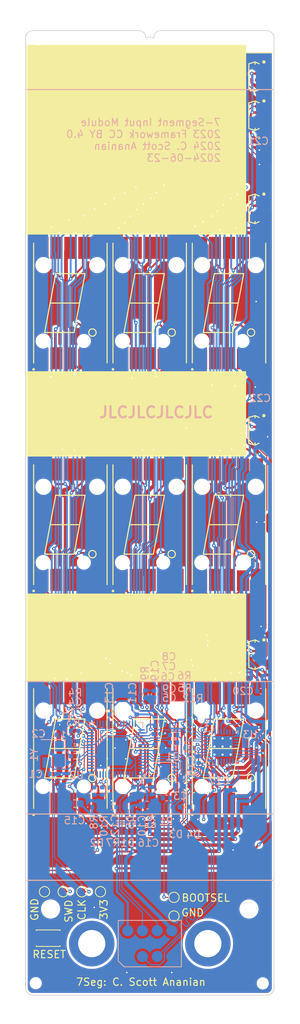
<source format=kicad_pcb>
(kicad_pcb (version 20240108) (generator "pcbnew") (generator_version "8.0")
  (title_block (title "Microcontroller Input Module") (date "2023-03-12") (rev "V2") (company "Framework Computer Inc") (comment 1 "https://frame.work") (comment 2 "https://github.com/FrameworkComputer/InputModules") (comment 3 "This work is licensed under a Creative Commons Attribution 4.0 International License"))
  (layers (0 "F.Cu" signal) (31 "B.Cu" signal) (34 "B.Paste" user) (35 "F.Paste" user) (36 "B.SilkS" user "B.Silkscreen") (37 "F.SilkS" user "F.Silkscreen") (38 "B.Mask" user) (39 "F.Mask" user) (44 "Edge.Cuts" user))
  (net 0 "")
  (net 1 "GND")
  (net 2 "/XIN")
  (net 3 "Net-(C2-Pad2)")
  (net 4 "+3V3")
  (net 5 "+1V1")
  (net 6 "+5V")
  (net 7 "/USB_DP")
  (net 8 "/USB_DN")
  (net 9 "/~{SLEEP}")
  (net 10 "/BOARD_ID")
  (net 11 "Net-(R1-Pad1)")
  (net 12 "/QSPI_SS")
  (net 13 "/XOUT")
  (net 14 "/SDB")
  (net 15 "Net-(U2-USB_DP)")
  (net 16 "/SWCLK")
  (net 17 "/SWD")
  (net 18 "/QSPI_SD1")
  (net 19 "/QSPI_SD2")
  (net 20 "/QSPI_SD0")
  (net 21 "/QSPI_SCLK")
  (net 22 "/QSPI_SD3")
  (net 23 "/RUN")
  (net 24 "/I2C1_SDA")
  (net 25 "/I2C1_SCL")
  (net 27 "Net-(U2-USB_DM)")
  (net 28 "Net-(U3-ISET)")
  (net 29 "/Driver/CS0")
  (net 30 "/Driver/CS1")
  (net 31 "/Driver/CS2")
  (net 32 "/Driver/CS3")
  (net 37 "/Driver/CS4")
  (net 41 "/Driver/CS5")
  (net 42 "/Driver/CS6")
  (net 43 "/Driver/CS7")
  (net 61 "/Driver/LED_SW0")
  (net 62 "/Driver/LED_SW1")
  (net 63 "/Driver/LED_SW2")
  (net 64 "/Driver/LED_SW3")
  (net 65 "/Driver/LED_SW4")
  (net 66 "/Driver/LED_SW5")
  (net 67 "/Driver/LED_SW6")
  (net 68 "/Driver/LED_SW7")
  (net 69 "/Driver/LED_SW8")
  (net 77 "Net-(D6-DO)")
  (net 78 "Net-(D7-DO)")
  (net 79 "Net-(D8-DO)")
  (net 80 "Net-(D10-DIN)")
  (net 82 "/NEOPIXEL")
  (footprint "MountingHole:MountingHole_2.1mm" (layer "F.Cu") (at 80.42 169.3)
    (property "Reference" "H4" (hide yes))
    (property "Value" "MountingHole")
  )
  (footprint "LEDMatrix:SON_R10A1_VIS_mod" (layer "F.Cu") (at 77.7 87 90)
    (property "Reference" "U6")
    (property "Value" "VDMR10A1")
  )
  (footprint "TestPoint:TestPoint_Pad_D1.0mm" (layer "F.Cu") (at 57.658 166.9542 90)
    (property "Reference" "TP2" (hide yes))
    (property "Value" "TestPoint")
  )
  (footprint "LEDMatrix:SON_R10A1_VIS_mod" (layer "F.Cu") (at 66.9 117.1 90)
    (property "Reference" "U8")
    (property "Value" "VDMR10A1")
  )
  (footprint "LEDMatrix:SON_R10A1_VIS_mod" (layer "F.Cu") (at 56.1 87 90)
    (property "Reference" "U4")
    (property "Value" "VDMR10A1")
  )
  (footprint "Capacitor_SMD:C_0402_1005Metric" (layer "F.Cu") (at 81.7832 65.0264)
    (property "Reference" "C21")
    (property "Value" "100nF")
  )
  (footprint "MountingHole:MountingHole_2.1mm" (layer "F.Cu") (at 53.41 169.3)
    (property "Reference" "H3" (hide yes))
    (property "Value" "MountingHole")
  )
  (footprint "LEDMatrix:JLCPCB Tooling Hole" (layer "F.Cu") (at 82.5246 51.3842)
    (property "Reference" "H5")
    (property "Value" "Tooling Hole")
  )
  (footprint "Capacitor_SMD:C_0402_1005Metric" (layer "F.Cu") (at 81.7372 99.9236)
    (property "Reference" "C22")
    (property "Value" "100nF")
  )
  (footprint "LEDMatrix:JLCPCB Tooling Hole" (layer "F.Cu") (at 82.296 179.4002)
    (property "Reference" "H8")
    (property "Value" "Tooling Hole")
  )
  (footprint "LEDMatrix:SON_R10A1_VIS_mod" (layer "F.Cu") (at 56.1 117.1 90)
    (property "Reference" "U7")
    (property "Value" "VDMR10A1")
  )
  (footprint "TestPoint:TestPoint_Pad_D1.0mm" (layer "F.Cu") (at 55.118 166.9542 90)
    (property "Reference" "TP3" (hide yes))
    (property "Value" "TestPoint")
  )
  (footprint "LEDMatrix:JLCPCB Tooling Hole" (layer "F.Cu") (at 51.7398 51.435)
    (property "Reference" "H6")
    (property "Value" "Tooling Hole")
  )
  (footprint "TestPoint:TestPoint_Pad_D1.0mm" (layer "F.Cu") (at 52.578 166.9542 90)
    (property "Reference" "TP4" (hide yes))
    (property "Value" "TestPoint")
  )
  (footprint "TestPoint:TestPoint_Pad_D1.0mm" (layer "F.Cu") (at 70.2056 167.7162)
    (property "Reference" "TP5")
    (property "Value" "BOOTSEL")
  )
  (footprint "LEDMatrix:WS2812B-4020" (layer "F.Cu") (at 81.25 134.75 90)
    (property "Reference" "D6")
    (property "Value" "WS2812B-4020")
  )
  (footprint "LEDMatrix:SON_R10A1_VIS_mod" (layer "F.Cu") (at 56.1 147.5 90)
    (property "Reference" "U10")
    (property "Value" "VDMR10A1")
  )
  (footprint "TestPoint:TestPoint_Pad_D1.0mm" (layer "F.Cu") (at 60.198 166.9542 90)
    (property "Reference" "TP1" (hide yes))
    (property "Value" "TestPoint")
  )
  (footprint "LEDMatrix:WS2812B-4020" (layer "F.Cu") (at 81.25 56.25 90)
    (property "Reference" "D10")
    (property "Value" "WS2812B-4020")
  )
  (footprint "LEDMatrix:SON_R10A1_VIS_mod" (layer "F.Cu") (at 77.7 147.5 90)
    (property "Reference" "U12")
    (property "Value" "VDMR10A1")
  )
  (footprint "LEDMatrix:SON_R10A1_VIS_mod" (layer "F.Cu") (at 66.9 147.5 90)
    (property "Reference" "U11")
    (property "Value" "VDMR10A1")
  )
  (footprint "LEDMatrix:SON_R10A1_VIS_mod" (layer "F.Cu") (at 77.7 117.1 90)
    (property "Reference" "U9")
    (property "Value" "VDMR10A1")
  )
  (footprint "LEDMatrix:WS2812B-4020" (layer "F.Cu") (at 81.25 74.2 90)
    (property "Reference" "D8")
    (property "Value" "WS2812B-4020")
  )
  (footprint "Button_Switch_SMD:SW_SPST_CK_KXT3" (layer "F.Cu") (at 53.082244 173.261981 180)
    (property "Reference" "SW2")
    (property "Value" "SW_Push")
  )
  (footprint "LEDMatrix:JLCPCB Tooling Hole" (layer "F.Cu") (at 51.3842 179.3748)
    (property "Reference" "H7")
    (property "Value" "Tooling Hole")
  )
  (footprint "LEDMatrix:WS2812B-4020" (layer "F.Cu") (at 81.24 104.29 90)
    (property "Reference" "D7")
    (property "Value" "WS2812B-4020")
  )
  (footprint "LEDMatrix:WS2812B-4020" (layer "F.Cu") (at 81.25 61.55 90)
    (property "Reference" "D9")
    (property "Value" "WS2812B-4020")
  )
  (footprint "LEDMatrix:SON_R10A1_VIS_mod" (layer "F.Cu") (at 66.9 87 90)
    (property "Reference" "U5")
    (property "Value" "VDMR10A1")
  )
  (footprint "TestPoint:TestPoint_Pad_D1.0mm" (layer "F.Cu") (at 70.2056 170.2562)
    (property "Reference" "TP6")
    (property "Value" "GND")
  )
  (footprint "Capacitor_SMD:C_0402_1005Metric" (layer "B.Cu") (at 68.06805 147.9518)
    (property "Reference" "C5")
    (property "Value" "100nF")
  )
  (footprint "Capacitor_SMD:C_0402_1005Metric" (layer "B.Cu") (at 68.06805 144.3958)
    (property "Reference" "C7")
    (property "Value" "100nF")
  )
  (footprint "InputModule:MountingHole_3.7mm_Pad_24929" (layer "B.Cu") (at 59.01 174 180)
    (property "Reference" "H1" (hide yes))
    (property "Value" "24929")
  )
  (footprint "Package_DFN_QFN:QFN-56-1EP_7x7mm_P0.4mm_EP3.2x3.2mm" (layer "B.Cu") (at 62.357 147.574 90)
    (property "Reference" "U2")
    (property "Value" "RP2040")
  )
  (footprint "Resistor_SMD:R_0402_1005Metric" (layer "B.Cu") (at 61.84505 155.4448 180)
    (property "Reference" "R7")
    (property "Value" "180k")
  )
  (footprint "Capacitor_SMD:C_0402_1005Metric" (layer "B.Cu") (at 82.0166 139.7)
    (property "Reference" "C20")
    (property "Value" "100nF")
  )
  (footprint "Capacitor_SMD:C_0402_1005Metric" (layer "B.Cu") (at 73.5584 148.971 90)
    (property "Reference" "C18")
    (property "Value" "100nF")
  )
  (footprint "Diode_SMD:D_0402_1005Metric" (layer "B.Cu") (at 64.6938 153.2382 -90)
    (property "Reference" "D5")
    (property "Value" "D_TVS")
  )
  (footprint "Resistor_SMD:R_0402_1005Metric" (layer "B.Cu") (at 69.215 154.2288 180)
    (property "Reference" "R1")
    (property "Value" "1k")
  )
  (footprint "Capacitor_SMD:C_0603_1608Metric" (layer "B.Cu") (at 66.5988 155.1908)
    (property "Reference" "C16")
    (property "Value" "10uF")
  )
  (footprint "Capacitor_SMD:C_0603_1608Metric" (layer "B.Cu") (at 56.6674 154.9908 180)
    (property "Reference" "C15")
    (property "Value" "10uF")
  )
  (footprint "Capacitor_SMD:C_0402_1005Metric" (layer "B.Cu") (at 68.06805 146.9358)
    (property "Reference" "C9")
    (property "Value" "100nF")
  )
  (footprint "Capacitor_SMD:C_0402_1005Metric" (layer "B.Cu") (at 67.5132 140.1318 -90)
    (property "Reference" "C19")
    (property "Value" "100nF")
  )
  (footprint "Capacitor_SMD:C_0402_1005Metric" (layer "B.Cu") (at 53.76 150.96 180)
    (property "Reference" "C1")
    (property "Value" "22pF")
  )
  (footprint "Diode_SMD:D_0402_1005Metric" (layer "B.Cu") (at 63.9826 155.448 180)
    (property "Reference" "D1")
    (property "Value" "D_TVS")
  )
  (footprint "InputModule:SON-8-1EP_3x2mm_P0.5mm_EP0.2x1.6mm" (layer "B.Cu") (at 68.95705 150.4918)
    (property "Reference" "U1")
    (property "Value" "W25Q16JVUXIQ ")
  )
  (footprint "Capacitor_SMD:C_0402_1005Metric" (layer "B.Cu") (at 75.0824 150.5458 180)
    (property "Reference" "C17")
    (property "Value" "1uF")
  )
  (footprint "Resistor_SMD:R_0402_1005Metric" (layer "B.Cu") (at 67.1576 153.2382 -90)
    (property "Reference" "R2")
    (property "Value" "10k")
  )
  (footprint "Capacitor_SMD:C_0402_1005Metric" (layer "B.Cu") (at 67.9196 145.542)
    (property "Reference" "C6")
    (property "Value" "1uF")
  )
  (footprint "Resistor_SMD:R_0402_1005Metric" (layer "B.Cu") (at 59.3344 153.287 90)
    (property "Reference" "R8")
    (property "Value" "2k")
  )
  (footprint "Capacitor_SMD:C_0402_1005Metric" (layer "B.Cu") (at 65.1256 142.3924 90)
    (property "Reference" "C11")
    (property "Value" "100nF")
  )
  (footprint "Crystal:Crystal_SMD_3225-4Pin_3.2x2.5mm" (layer "B.Cu") (at 53.76 148.293 -90)
    (property "Reference" "Y1")
    (property "Value" "12.000MHz")
  )
  (footprint "InputModule:PogoPads_2x4_P2.0mm" (layer "B.Cu") (at 66.915 174 180)
    (property "Reference" "J1")
    (property "Value" "Conn_02x04_Odd_Even")
  )
  (footprint "Resistor_SMD:R_0402_1005Metric" (layer "B.Cu") (at 70.1548 146.685 180)
    (property "Reference" "R5")
    (property "Value" "27")
  )
  (footprint "Capacitor_SMD:C_0402_1005Metric" (layer "B.Cu") (at 53.76 145.626)
    (property "Reference" "C2")
    (property "Value" "22pF")
  )
  (footprint "Capacitor_SMD:C_0402_1005Metric" (layer "B.Cu") (at 65.9384 153.2382 -90)
    (property "Reference" "C10")
    (property "Value" "100nF")
  )
  (footprint "Capacitor_SMD:C_0402_1005Metric" (layer "B.Cu") (at 70.8406 152.5016)
    (property "Reference" "C3")
    (property "Value" "100nF")
  )
  (footprint "Package_DFN_QFN:Texas_RSN_WQFN-32-1EP_4x4mm_P0.4mm_EP2.8x2.8mm_ThermalVias" (layer "B.Cu") (at 76.8208 147.2296 -90)
    (property "Reference" "U3")
    (property "Value" "IS31FL3729-QFLS4-TR")
  )
  (footprint "InputModule:MountingHole_3.7mm_Pad_24929" (layer "B.Cu") (at 74.82 174 180)
    (property "Reference" "H2" (hide yes))
    (property "Value" "24929")
  )
  (footprint "Resistor_SMD:R_0402_1005Metric" (layer "B.Cu") (at 72.263 147.447 180)
    (property "Reference" "R12")
    (property "Value" "33k")
  )
  (footprint "Capacitor_SMD:C_0402_1005Metric" (layer "B.Cu") (at 61.341 142.395 90)
    (property "Reference" "C13")
    (property "Value" "100nF")
  )
  (footprint "Resistor_SMD:R_0402_1005Metric" (layer "B.Cu") (at 70.1548 145.669 180)
    (property "Reference" "R6")
    (property "Value" "27")
  )
  (footprint "Resistor_SMD:R_0402_1005Metric" (layer "B.Cu") (at 66.3194 140.1318 -90)
    (property "Reference" "R9")
    (property "Value" "100k")
  )
  (footprint "Capacitor_SMD:C_0402_1005Metric" (layer "B.Cu") (at 61.5696 153.2636 -90)
    (property "Reference" "C12")
    (property "Value" "100nF")
  )
  (footprint "Diode_SMD:D_0402_1005Metric" (layer "B.Cu") (at 72.8472 155.448)
    (property "Reference" "D4")
    (property "Value" "D_TVS")
  )
  (footprint "Resistor_SMD:R_0402_1005Metric" (layer "B.Cu") (at 60.452 153.289 90)
    (property "Reference" "R10")
    (property "Value" "2k")
  )
  (footprint "Capacitor_SMD:C_0402_1005Metric" (layer "B.Cu") (at 68.072 143.3322)
    (property "Reference" "C8")
    (property "Value" "1uF")
  )
  (footprint "Diode_SMD:D_0402_1005Metric" (layer "B.Cu") (at 59.55905 155.448)
    (property "Reference" "D2")
    (property "Value" "D_TVS")
  )
  (footprint "Capacitor_SMD:C_0402_1005Metric" (layer "B.Cu") (at 56.681 146.515 180)
    (property "Reference" "C4")
    (property "Value" "100nF")
  )
  (footprint "Diode_SMD:D_0402_1005Metric" (layer "B.Cu") (at 70.5104 155.448 180)
    (property "Reference" "D3")
    (property "Value" "D_TVS")
  )
  (footprint "Resistor_SMD:R_0402_1005Metric" (layer "B.Cu") (at 56.681 148.547)
    (property "Reference" "R3")
    (property "Value" "1k")
  )
  (footprint "Capacitor_SMD:C_0402_1005Metric" (layer "B.Cu") (at 56.681 147.531 180)
    (property "Reference" "C14")
    (property "Value" "100nF")
  )
  (footprint "Resistor_SMD:R_0402_1005Metric" (layer "B.Cu") (at 56.681 145.118)
    (property "Reference" "R4")
    (property "Value" "10k")
  )
  (gr_line (start 50.2 58) (end 83.625 58) (stroke (width 0.15)) (layer "B.SilkS"))
  (gr_line (start 50.2 138.4) (end 83.625 138.4) (stroke (width 0.15)) (layer "B.SilkS"))
  (gr_line (start 50.2 156.4) (end 83.625 156.4) (stroke (width 0.15)) (layer "B.SilkS"))
  (gr_line (start 50.2 165.4) (end 83.625 165.4) (stroke (width 0.15)) (layer "B.SilkS"))
  (gr_rect (start 50.1952 126.533) (end 79.9544 138.2776) (stroke (width 0.15)) (fill solid) (layer "F.SilkS"))
  (gr_rect (start 50.2 96.3324) (end 79.9592 107.7722) (stroke (width 0.15)) (fill solid) (layer "F.SilkS"))
  (gr_line (start 50.2 165.4) (end 83.625 165.4) (stroke (width 0.15)) (layer "F.SilkS"))
  (gr_line (start 50.2 53) (end 83.625 53) (stroke (width 0.15)) (layer "F.SilkS"))
  (gr_rect (start 50.2 52) (end 79.9592 77.6224) (stroke (width 0.15)) (fill solid) (layer "F.SilkS"))
  (gr_line (start 82.825 50) (end 68.365 50) (stroke (width 0.1)) (layer "Edge.Cuts"))
  (gr_line (start 83.825 51) (end 83.825 180) (stroke (width 0.1)) (layer "Edge.Cuts"))
  (gr_arc (start 65.46 50) (mid 66.096396 50.263604) (end 66.36 50.9) (stroke (width 0.1)) (layer "Edge.Cuts"))
  (gr_arc (start 51 181) (mid 50.292893 180.707107) (end 50 180) (stroke (width 0.1)) (layer "Edge.Cuts"))
  (gr_arc (start 82.825 50) (mid 83.532107 50.292893) (end 83.825 51) (stroke (width 0.1)) (layer "Edge.Cuts"))
  (gr_arc (start 66.614 50.9) (mid 66.487 51.027) (end 66.36 50.9) (stroke (width 0.1)) (layer "Edge.Cuts"))
  (gr_line (start 82.825 181) (end 51 181) (stroke (width 0.1)) (layer "Edge.Cuts"))
  (gr_arc (start 50 51) (mid 50.292893 50.292893) (end 51 50) (stroke (width 0.1)) (layer "Edge.Cuts"))
  (gr_line (start 50 180) (end 50 51) (stroke (width 0.1)) (layer "Edge.Cuts"))
  (gr_line (start 51 50) (end 65.46 50) (stroke (width 0.1)) (layer "Edge.Cuts"))
  (gr_arc (start 83.825 180) (mid 83.532107 180.707107) (end 82.825 181) (stroke (width 0.1)) (layer "Edge.Cuts"))
  (gr_arc (start 67.465 50.9) (mid 67.728604 50.263604) (end 68.365 50) (stroke (width 0.1)) (layer "Edge.Cuts"))
  (gr_line (start 66.614 50.9) (end 67.211 50.9) (stroke (width 0.1)) (layer "Edge.Cuts"))
  (gr_arc (start 67.465 50.9) (mid 67.338 51.027) (end 67.211 50.9) (stroke (width 0.1)) (layer "Edge.Cuts"))
  (gr_text "1" (at 66.294 152.2984 0) (layer "B.SilkS") (effects (font (size 0.8 0.8) (thickness 0.125)) (justify left bottom mirror)))
  (gr_text "1" (at 75.1586 144.526 0) (layer "B.SilkS") (effects (font (size 0.8 0.8)) (justify left bottom mirror)))
  (gr_text "1" (at 55.626 146.05 0) (layer "B.SilkS") (effects (font (size 0.8 0.8)) (justify left bottom mirror)))
  (gr_text "JLCJLCJLCJLC" (at 59.8678 102.7176 0) (layer "B.SilkS") (effects (font (size 1.5 1.5) (thickness 0.3) (bold yes)) (justify left bottom)))
  (gr_text "1" (at 67.2592 151.638 0) (layer "B.SilkS") (effects (font (size 0.8 0.8) (thickness 0.125)) (justify left bottom mirror)))
  (gr_text "7-Segment Input Module\n2023 Framework CC BY 4.0\n2024 C. Scott Ananian\n2024-06-23" (at 76.6826 64.8716 -0) (layer "B.SilkS") (effects (font (size 1 1)) (justify left mirror)))
  (gr_text "CLK" (at 57.658 167.894 90) (layer "F.SilkS") (effects (font (size 1 1)) (justify right)))
  (gr_text "7Seg: C. Scott Ananian" (at 65.7 179.8 0) (layer "F.SilkS") (effects (font (size 1 1)) (justify bottom)))
  (gr_text "SWD" (at 55.88 167.9448 90) (layer "F.SilkS") (effects (font (size 1 1)) (justify right)))
  (gr_text "GND" (at 51.2318 167.7416 90) (layer "F.SilkS") (effects (font (size 1 1)) (justify right)))
  (gr_text "BOOTSEL" (at 71.1708 167.7924 0) (layer "F.SilkS") (effects (font (size 1 1)) (justify left)))
  (gr_text "GND" (at 71.12 169.799 0) (layer "F.SilkS") (effects (font (size 1 1)) (justify left)))
  (gr_text "3V3" (at 60.6552 167.8686 90) (layer "F.SilkS") (effects (font (size 1 1)) (justify right)))
  (gr_text "RESET" (at 53.213 175.4632 0) (layer "F.SilkS") (effects (font (size 1 1))))
  (segment (start 83.2 132.2578) (end 83.2 117.43701) (width 0.127) (layer "F.Cu") (net 1))
  (segment (start 62.23 158.3182) (end 62.1792 158.2674) (width 0.254) (layer "F.Cu") (net 1))
  (segment (start 61.6966 156.4804) (end 62.310575 157.094375) (width 0.3048) (layer "F.Cu") (net 1))
  (segment (start 69.042462 143.834939) (end 68.552 144.325401) (width 0.254) (layer "F.Cu") (net 1))
  (segment (start 83.2 132.2578) (end 82.6857 132.2578) (width 0.127) (layer "F.Cu") (net 1))
  (segment (start 65.278 158.3944) (end 70.1294 158.3944) (width 0.254) (layer "F.Cu") (net 1))
  (segment (start 56.1848 145.8468) (end 56.769 146.431) (width 0.254) (layer "F.Cu") (net 1))
  (segment (start 73.52 151.58) (end 74.169193 150.930807) (width 0.254) (layer "F.Cu") (net 1))
  (segment (start 81.9 57.525) (end 83.3 58.925) (width 0.127) (layer "F.Cu") (net 1))
  (segment (start 82.2632 65.0264) (end 82.2632 63.1882) (width 0.127) (layer "F.Cu") (net 1))
  (segment (start 83.225 75.475) (end 83.3 75.4) (width 0.127) (layer "F.Cu") (net 1))
  (segment (start 72.886844 151.58) (end 73.52 151.58) (width 0.254) (layer "F.Cu") (net 1))
  (segment (start 71.965237 152.501607) (end 72.886844 151.58) (width 0.254) (layer "F.Cu") (net 1))
  (segment (start 66.3702 157.48) (end 67.120942 157.48) (width 0.3048) (layer "F.Cu") (net 1))
  (segment (start 69.9008 177.927) (end 63.7794 177.927) (width 0.127) (layer "F.Cu") (net 1))
  (segment (start 68.552 146.8856) (end 69.088 147.4216) (width 0.254) (layer "F.Cu") (net 1))
  (segment (start 61.6966 154.5844) (end 61.6966 156.4804) (width 0.3048) (layer "F.Cu") (net 1))
  (segment (start 80.7212 135.4962) (end 80.7212 134.9248) (width 0.127) (layer "F.Cu") (net 1))
  (segment (start 68.427225 149.961975) (end 69.088 149.3012) (width 0.254) (layer "F.Cu") (net 1))
  (segment (start 61.6966 154.5844) (end 61.6376 154.5254) (width 0.3048) (layer "F.Cu") (net 1))
  (segment (start 83.3 58.925) (end 83.3 63.3) (width 0.127) (layer "F.Cu") (net 1))
  (segment (start 72.1868 158.3944) (end 73.4568 157.1244) (width 0.254) (layer "F.Cu") (net 1))
  (segment (start 65.5574 150.7998) (end 65.6336 150.7998) (width 0.3048) (layer "F.Cu") (net 1))
  (segment (start 70.1294 158.3944) (end 72.1868 158.3944) (width 0.254) (layer "F.Cu") (net 1))
  (segment (start 59.7408 144.490492) (end 59.7408 144.802244) (width 0.127) (layer "F.Cu") (net 1))
  (segment (start 55.6006 169.0878) (end 53.467 166.9542) (width 0.254) (layer "F.Cu") (net 1))
  (segment (start 81.9 136.025) (end 81.263558 136.661442) (width 0.127) (layer "F.Cu") (net 1))
  (segment (start 83.25 99.9236) (end 83.29 99.9636) (width 0.127) (layer "F.Cu") (net 1))
  (segment (start 74.676 132.1308) (end 74.857643 132.312443) (width 0.254) (layer "F.Cu") (net 1))
  (segment (start 83.25 76.65) (end 83.25 99.9236) (width 0.127) (layer "F.Cu") (net 1))
  (segment (start 72.6948 154.7622) (end 72.6948 153.23117) (width 0.254) (layer "F.Cu") (net 1))
  (segment (start 81.6102 130.4544) (end 82.0674 130.9116) (width 0.254) (layer "F.Cu") (net 1))
  (segment (start 77.974157 132.312443) (end 79.8322 130.4544) (width 0.254) (layer "F.Cu") (net 1))
  (segment (start 83.3 63.3) (end 82.825 62.825) (width 0.127) (layer "F.Cu") (net 1))
  (segment (start 54.9148 151.003) (end 54.134 151.7838) (width 0.254) (layer "F.Cu") (net 1))
  (segment (start 83.15 106.825) (end 83.15 116.11299) (width 0.127) (layer "F.Cu") (net 1))
  (segment (start 83.29 104.8224) (end 82.9564 105.156) (width 0.127) (layer "F.Cu") (net 1))
  (segment (start 69.9008 177.927) (end 70.2056 177.6222) (width 0.127) (layer "F.Cu") (net 1))
  (segment (start 59.9175 149.4957) (end 60.231 149.8092) (width 0.127) (layer "F.Cu") (net 1))
  (segment (start 67.527342 157.0736) (end 70.1294 157.0736) (width 0.3048) (layer "F.Cu") (net 1))
  (segment (start 74.676 132.1308) (end 74.7568 132.05) (width 0.254) (layer "F.Cu") (net 1))
  (segment (start 56.6674 177.927) (end 63.7794 177.927) (width 0.127) (layer "F.Cu") (net 1))
  (segment (start 59.3598 169.0878) (end 55.64594 169.0878) (width 0.254) (layer "F.Cu") (net 1))
  (segment (start 70.2056 177.6222) (end 70.2056 170.2562) (width 0.127) (layer "F.Cu") (net 1))
  (segment (start 63.881 157.094375) (end 65.984575 157.094375) (width 0.3048) (layer "F.Cu") (net 1))
  (segment (start 62.1792 158.2674) (end 58.787616 158.2674) (width 0.254) (layer "F.Cu") (net 1))
  (segment (start 54.134 151.7838) (end 54.134 152.465) (width 0.254) (layer "F.Cu") (net 1))
  (segment (start 65.3034 152.0444) (end 65.3034 150.5458) (width 0.3048) (layer "F.Cu") (net 1))
  (segment (start 58.787616 158.2674) (end 58.213837 157.693621) (width 0.254) (layer "F.Cu") (net 1))
  (segment (start 68.552 145.4404) (end 68.552 146.8856) (width 0.254) (layer "F.Cu") (net 1))
  (segment (start 82.075 75.475) (end 83.25 76.65) (width 0.127) (layer "F.Cu") (net 1))
  (segment (start 61.1124 146.304) (end 62.118167 146.304) (width 0.127) (layer "F.Cu") (net 1))
  (segment (start 74.169193 150.930807) (end 74.169193 149.939297) (width 0.254) (layer "F.Cu") (net 1))
  (segment (start 82.5474 105.565) (end 81.89 105.565) (width 0.127) (layer "F.Cu") (net 1))
  (segment (start 61.6376 150.9096) (end 63.6524 148.8948) (width 0.3048) (layer "F.Cu") (net 1))
  (segment (start 55.64594 169.0878) (end 54.707244 170.026496) (width 0.254) (layer "F.Cu") (net 1))
  (segment (start 54.707244 173.261981) (end 54.707244 175.966844) (width 0.127) (layer "F.Cu") (net 1))
  (segment (start 72.6948 153.23117) (end 71.965237 152.501607) (width 0.254) (layer "F.Cu") (net 1))
  (segment (start 68.989077 145.4404) (end 68.552 145.4404) (width 0.127) (layer "F.Cu") (net 1))
  (segment (start 65.3034 150.5458) (end 63.6524 148.8948) (width 0.3048) (layer "F.Cu") (net 1))
  (segment (start 68.552 144.325401) (end 68.552 145.4404) (width 0.254) (layer "F.Cu") (net 1))
  (segment (start 83.29 99.9636) (end 83.29 104.8224) (width 0.127) (layer "F.Cu") (net 1))
  (segment (start 83.3 63.4) (end 83.35 63.35) (width 0.127) (layer "F.Cu") (net 1))
  (segment (start 82.9161 105.1963) (end 82.5474 105.565) (width 0.127) (layer "F.Cu") (net 1))
  (segment (start 56.769 146.431) (end 56.769 150.1394) (width 0.254) (layer "F.Cu") (net 1))
  (segment (start 82.2172 99.9236) (end 83.25 99.9236) (width 0.127) (layer "F.Cu") (net 1))
  (segment (start 79.8322 130.4544) (end 81.6102 130.4544) (width 0.254) (layer "F.Cu") (net 1))
  (segment (start 83.3 75.4) (end 83.3 63.4) (width 0.127) (layer "F.Cu") (net 1))
  (segment (start 81.9 75.475) (end 82.075 75.475) (width 0.127) (layer "F.Cu") (net 1))
  (segment (start 82.2632 65.7934) (end 82.2632 65.0264) (width 0.127) (layer "F.Cu") (net 1))
  (segment (start 82.8548 138.3218) (end 82.4771 137.9441) (width 0.254) (layer "F.Cu") (net 1))
  (segment (start 59.3598 169.0878) (end 55.6006 169.0878) (width 0.254) (layer "F.Cu") (net 1))
  (segment (start 74.857643 132.312443) (end 77.974157 132.312443) (width 0.254) (layer "F.Cu") (net 1))
  (segment (start 56.1848 145.8468) (end 56.1848 144.292632) (width 0.254) (layer "F.Cu") (net 1))
  (segment (start 59.7408 144.802244) (end 59.9175 144.978944) (width 0.127) (layer "F.Cu") (net 1))
  (segment (start 62.9245 145.497667) (end 62.9245 145.3983) (width 0.127) (layer "F.Cu") (net 1))
  (segment (start 82.6857 132.2578) (end 82.5841 132.1562) (width 0.127) (layer "F.Cu") (net 1))
  (segment (start 81.74559 144.57821) (end 82.8548 143.469) (width 0.254) (layer "F.Cu") (net 1))
  (segment (start 62.9245 145.3983) (end 61.297846 143.771646) (width 0.127) (layer "F.Cu") (net 1))
  (segment (start 74.785762 133.4) (end 76.4 133.4) (width 0.254) (layer "F.Cu") (net 1))
  (segment (start 79.730558 136.730558) (end 81.263558 136.730558) (width 0.254) (layer "F.Cu") (net 1))
  (segment (start 63.881 157.0395) (end 63.881 157.094375) (width 0.3048) (layer "F.Cu") (net 1))
  (segment (start 57.4548 151.1554) (end 56.769 150.4696) (width 0.127) (layer "F.Cu") (net 1))
  (segment (start 54.134 152.465) (end 54.384 152.715) (width 0.254) (layer "F.Cu") (net 1))
  (segment (start 76.4 133.4) (end 79.730558 136.730558) (width 0.254) (layer "F.Cu") (net 1))
  (segment (start 62.3062 158.3944) (end 62.23 158.3182) (width 0.254) (layer "F.Cu") (net 1))
  (segment (start 83.15 116.11299) (end 82.51299 116.75) (width 0.127) (layer "F.Cu") (net 1))
  (segment (start 65.278 158.3944) (end 62.3062 158.3944) (width 0.254) (layer "F.Cu") (net 1))
  (segment (start 81.9 136.025) (end 81.25 136.025) (width 0.127) (layer "F.Cu") (net 1))
  (segment (start 81.25 136.025) (end 80.7212 135.4962) (width 0.127) (layer "F.Cu") (net 1))
  (segment (start 56.769 150.4696) (end 56.769 150.1394) (width 0.127) (layer "F.Cu") (net 1))
  (segment (start 83.35 63.35) (end 83.3 63.3) (width 0.127) (layer "F.Cu") (net 1))
  (segment (start 65.984575 157.094375) (end 66.3702 157.48) (width 0.3048) (layer "F.Cu") (net 1))
  (segment (start 82.8548 143.469) (end 82.8548 138.3218) (width 0.254) (layer "F.Cu") (net 1))
  (segment (start 83.2 135.2146) (end 83.2 132.2578) (width 0.127) (layer "F.Cu") (net 1))
  (segment (start 67.120942 157.48) (end 67.527342 157.0736) (width 0.3048) (layer "F.Cu") (net 1))
  (segment (start 54.707244 170.026496) (end 54.707244 173.261981) (width 0.254) (layer "F.Cu") (net 1))
  (segment (start 61.750661 136.224761) (end 72.757947 136.224761) (width 0.254) (layer "F.Cu") (net 1))
  (segment (start 81.263558 136.661442) (end 81.263558 136.730558) (width 0.127) (layer "F.Cu") (net 1))
  (segment (start 62.310575 157.094375) (end 63.881 157.094375) (width 0.3048) (layer "F.Cu") (net 1))
  (segment (start 81.9 75.475) (end 83.225 75.475) (width 0.127) (layer "F.Cu") (net 1))
  (segment (start 81.89 105.565) (end 83.15 106.825) (width 0.127) (layer "F.Cu") (net 1))
  (segment (start 81.9 136.025) (end 82.3896 136.025) (width 0.127) (layer "F.Cu") (net 1))
  (segment (start 69.088 149.3012) (end 69.088 147.4216) (width 0.254) (layer "F.Cu") (net 1))
  (segment (start 59.9175 144.978944) (end 59.9175 149.4957) (width 0.127) (layer "F.Cu") (net 1))
  (segment (start 54.707244 175.966844) (end 56.6674 177.927) (width 0.127) (layer "F.Cu") (net 1))
  (segment (start 74.7568 132.05) (end 74.880679 132.05) (width 0.254) (layer "F.Cu") (net 1))
  (segment (start 65.3034 150.5458) (end 65.5574 150.7998) (width 0.3048) (layer "F.Cu") (net 1))
  (segment (start 74.747391 133.438371) (end 74.785762 133.4) (width 0.254) (layer "F.Cu") (net 1))
  (segment (start 53.467 166.9542) (end 52.578 166.9542) (width 0.254) (layer "F.Cu") (net 1))
  (segment (start 61.6376 154.5254) (end 61.6376 150.9096) (width 0.3048) (layer "F.Cu") (net 1))
  (segment (start 82.2632 63.1882) (end 81.9 62.825) (width 0.127) (layer "F.Cu") (net 1))
  (segment (start 82.3896 136.025) (end 83.2 135.2146) (width 0.127) (layer "F.Cu") (net 1))
  (segment (start 62.118167 146.304) (end 62.9245 145.497667) (width 0.127) (layer "F.Cu") (net 1))
  (segment (start 68.995582 145.433895) (end 68.989077 145.4404) (width 0.127) (layer "F.Cu") (net 1))
  (segment (start 56.1848 144.292632) (end 56.0861 144.193932) (width 0.254) (layer "F.Cu") (net 1))
  (segment (start 82.825 62.825) (end 81.9 62.825) (width 0.127) (layer "F.Cu") (net 1))
  (segment (start 81.263558 136.730558) (end 82.4771 137.9441) (width 0.254) (layer "F.Cu") (net 1))
  (segment (start 61.5175 135.9916) (end 61.750661 136.224761) (width 0.254) (layer "F.Cu") (net 1))
  (segment (start 83.2 117.43701) (end 82.51299 116.75) (width 0.127) (layer "F.Cu") (net 1))
  (segment (start 81.8388 66.2178) (end 82.2632 65.7934) (width 0.127) (layer "F.Cu") (net 1))
  (segment (start 61.297846 143.771646) (end 59.021954 143.771646) (width 0.127) (layer "F.Cu") (net 1))
  (segment (start 59.021954 143.771646) (end 59.7408 144.490492) (width 0.127) (layer "F.Cu") (net 1))
  (via (at 72.757947 136.224761) (size 0.5) (drill 0.2) (layers "F.Cu" "B.Cu") (net 1))
  (via (at 70.1294 157.0736) (size 0.5) (drill 0.2) (layers "F.Cu" "B.Cu") (net 1))
  (via (at 56.1848 145.8468) (size 0.5) (drill 0.2) (layers "F.Cu" "B.Cu") (net 1))
  (via (at 54.384 152.715) (size 0.5) (drill 0.2) (layers "F.Cu" "B.Cu") (net 1))
  (via (at 63.6524 148.8948) (size 0.5) (drill 0.2) (layers "F.Cu" "B.Cu") (net 1))
  (via (at 65.6336 150.7998) (size 0.5) (drill 0.2) (layers "F.Cu" "B.Cu") (net 1))
  (via (at 82.4771 137.9441) (size 0.5) (drill 0.2) (layers "F.Cu" "B.Cu") (net 1))
  (via (at 65.278 158.3944) (size 0.5) (drill 0.2) (layers "F.Cu" "B.Cu") (net 1))
  (via (at 77.4994 157.6578) (size 0.5) (drill 0.2) (layers "F.Cu" "B.Cu") (net 1))
  (via (at 74.676 132.1308) (size 0.5) (drill 0.2) (layers "F.Cu" "B.Cu") (net 1))
  (via (at 63.8556 158.3182) (size 0.5) (drill 0.2) (layers "F.Cu" "B.Cu") (net 1))
  (via (at 74.747391 133.438371) (size 0.5) (drill 0.2) (layers "F.Cu" "B.Cu") (net 1))
  (via (at 81.4832 116.7638) (size 0.5) (drill 0.2) (layers "F.Cu" "B.Cu") (net 1))
  (via (at 72.6948 154.7622) (size 0.5) (drill 0.2) (layers "F.Cu" "B.Cu") (net 1))
  (via (at 56.0861 144.193932) (size 0.5) (drill 0.2) (layers "F.Cu" "B.Cu") (net 1))
  (via (at 60.231 149.8092) (size 0.5) (drill 0.2) (layers "F.Cu" "B.Cu") (net 1))
  (via (at 65.984575 157.094375) (size 0.5) (drill 0.2) (layers "F.Cu" "B.Cu") (net 1))
  (via (at 82.9564 105.156) (size 0.5) (drill 0.2) (layers "F.Cu" "B.Cu") (net 1))
  (via (at 82.51299 116.75) (size 0.5) (drill 0.2) (layers "F.Cu" "B.Cu") (net 1))
  (via (at 68.427225 149.961975) (size 0.5) (drill 0.2) (layers "F.Cu" "B.Cu") (net 1))
  (via (at 81.8388 68.1736) (size 0.5) (drill 0.2) (layers "F.Cu" "B.Cu") (net 1))
  (via (at 62.1792 147.4216) (size 0.5) (drill 0.2) (layers "F.Cu" "B.Cu") (net 1))
  (via (at 71.1708 150.9776) (size 0.5) (drill 0.2) (layers "F.Cu" "B.Cu") (net 1))
  (via (at 61.5175 135.9916) (size 0.5) (drill 0.2) (layers "F.Cu" "B.Cu") (net 1))
  (via (at 73.4568 157.1244) (size 0.5) (drill 0.2) (layers "F.Cu" "B.Cu") (net 1))
  (via (at 70.1294 158.3944) (size 0.5) (drill 0.2) (layers "F.Cu" "B.Cu") (net 1))
  (via (at 63.881 157.0395) (size 0.5) (drill 0.2) (layers "F.Cu" "B.Cu") (net 1))
  (via (at 69.042462 143.834939) (size 0.5) (drill 0.2) (layers "F.Cu" "B.Cu") (net 1))
  (via (at 63.6524 146.3294) (size 0.5) (drill 0.2) (layers "F.Cu" "B.Cu") (net 1))
  (via (at 61.6966 154.5844) (size 0.5) (drill 0.2) (layers "F.Cu" "B.Cu") (net 1))
  (via (at 59.3598 169.0878) (size 0.5) (drill 0.2) (layers "F.Cu" "B.Cu") (net 1))
  (via (at 80.7212 134.9248) (size 0.5) (drill 0.2) (layers "F.Cu" "B.Cu") (net 1))
  (via (at 60.35 158.2674) (size 0.5) (drill 0.2) (layers "F.Cu" "B.Cu") (net 1))
  (via (at 56.769 150.1394) (size 0.5) (drill 0.2) (layers "F.Cu" "B.Cu") (net 1))
  (via (at 52.5018 145.6182) (size 0.5) (drill 0.2) (layers "F.Cu" "B.Cu") (net 1))
  (via (at 61.1124 148.8694) (size 0.5) (drill 0.2) (layers "F.Cu" "B.Cu") (net 1))
  (via (at 63.7794 177.927) (size 0.5) (drill 0.2) (layers "F.Cu" "B.Cu") (net 1))
  (via (at 54.6474 144.2586) (size 0.5) (drill 0.2) (layers "F.Cu" "B.Cu") (net 1))
  (via (at 81.2967 98.3996) (size 0.5) (drill 0.2) (layers "F.Cu" "B.Cu") (net 1))
  (via (at 68.995582 145.433895) (size 0.5) (drill 0.2) (layers "F.Cu" "B.Cu") (net 1))
  (via (at 82.0674 130.9116) (size 0.5) (drill 0.2) (layers "F.Cu" "B.Cu") (net 1))
  (via (at 78.2574 161.29) (size 0.5) (drill 0.2) (layers "F.Cu" "B.Cu") (net 1))
  (via (at 69.9008 177.927) (size 0.5) (drill 0.2) (layers "F.Cu" "B.Cu") (net 1))
  (via (at 59.021954 143.771646) (size 0.5) (drill 0.2) (layers "F.Cu" "B.Cu") (net 1))
  (via (at 54.9148 151.003) (size 0.5) (drill 0.2) (layers "F.Cu" "B.Cu") (net 1))
  (via (at 57.4548 151.1554) (size 0.5) (drill 0.2) (layers "F.Cu" "B.Cu") (net 1))
  (via (at 81.3983 86.7918) (size 0.5) (drill 0.2) (layers "F.Cu" "B.Cu") (net 1))
  (via (at 62.23 158.3182) (size 0.5) (drill 0.2) (layers "F.Cu" "B.Cu") (net 1))
  (via (at 82.5841 132.1562) (size 0.5) (drill 0.2) (layers "F.Cu" "B.Cu") (net 1))
  (via (at 69.088 147.4216) (size 0.5) (drill 0.2) (layers "F.Cu" "B.Cu") (net 1))
  (via (at 58.213837 157.693621) (size 0.5) (drill 0.2) (layers "F.Cu" "B.Cu") (net 1))
  (via (at 81.8388 66.2178) (size 0.5) (drill 0.2) (layers "F.Cu" "B.Cu") (net 1))
  (via (at 65.3034 152.0444) (size 0.5) (drill 0.2) (layers "F.Cu" "B.Cu") (net 1))
  (via (at 78.6978 145.350768) (size 0.5) (drill 0.2) (layers "F.Cu" "B.Cu") (net 1))
  (via (at 71.965237 152.501607) (size 0.5) (drill 0.2) (layers "F.Cu" "B.Cu") (net 1))
  (via (at 74.169193 149.939297) (size 0.5) (drill 0.2) (layers "F.Cu" "B.Cu") (net 1))
  (via (at 57.6072 137.2616) (size 0.5) (drill 0.2) (layers "F.Cu" "B.Cu") (net 1))
  (via (at 61.1124 146.304) (size 0.5) (drill 0.2) (layers "F.Cu" "B.Cu") (net 1))
  (via (at 81.74559 144.57821) (size 0.5) (drill 0.2) (layers "F.Cu" "B.Cu") (net 1))
  (via (at 51.855 150.749119) (size 0.5) (drill 0.2) (layers "F.Cu" "B.Cu") (net 1))
  (segment (start 79.5274 156.4132) (end 79.6544 156.5402) (width 0.127) (layer "B.Cu") (net 1))
  (segment (start 67.4497 142.2299) (end 67.6122 142.3924) (width 0.127) (layer "B.Cu") (net 1))
  (segment (start 57.6072 137.287) (end 57.6072 137.2616) (width 0.127) (layer "B.Cu") (net 1))
  (segment (start 80.7212 134.9248) (end 82.7532 134.9248) (width 0.127) (layer "B.Cu") (net 1))
  (segment (start 68.54805 146.9358) (end 68.54805 147.3708) (width 0.3048) (layer "B.Cu") (net 1))
  (segment (start 82.7532 135.6614) (end 82.666535 135.6614) (width 0.127) (layer "B.Cu") (net 1))
  (segment (start 67.3738 155.705151) (end 67.3738 155.1908) (width 0.254) (layer "B.Cu") (net 1))
  (segment (start 82.7532 135.6614) (end 82.7532 137.668) (width 0.127) (layer "B.Cu") (net 1))
  (segment (start 58.319 142.7226) (end 57.7088 142.7226) (width 0.127) (layer "B.Cu") (net 1))
  (segment (start 80.4942 145.8296) (end 80.01 145.8296) (width 0.127) (layer "B.Cu") (net 1))
  (segment (start 78.6978 145.350768) (end 78.8083 145.461268) (width 0.127) (layer "B.Cu") (net 1))
  (segment (start 82.51299 116.75) (end 81.497 116.75) (width 0.127) (layer "B.Cu") (net 1))
  (segment (start 81.4832 116.7638) (end 82.0674 117.348) (width 0.127) (layer "B.Cu") (net 1))
  (segment (start 59.3598 169.0878) (end 59.2836 169.0116) (width 0.254) (layer "B.Cu") (net 1))
  (segment (start 57.15 142.1638) (end 57.15 137.7442) (width 0.127) (layer "B.Cu") (net 1))
  (segment (start 74.169193 149.939297) (end 74.10879 149.9997) (width 0.254) (layer "B.Cu") (net 1))
  (segment (start 65.278 158.3944) (end 65.278 157.800951) (width 0.254) (layer "B.Cu") (net 1))
  (segment (start 71.3486 149.24741) (end 71.3486 150.7236) (width 0.3048) (layer "B.Cu") (net 1))
  (segment (start 80 113.198225) (end 80 110.4) (width 0.127) (layer "B.Cu") (net 1))
  (segment (start 59.040103 141.119) (end 58.319 141.840103) (width 0.254) (layer "B.Cu") (net 1))
  (segment (start 70.1294 155.552) (end 70.0254 155.448) (width 0.254) (layer "B.Cu") (net 1))
  (segment (start 79.6544 160.8582) (end 81.1022 162.306) (width 0.127) (layer "B.Cu") (net 1))
  (segment (start 68.3996 145.542) (end 68.507705 145.433895) (width 0.127) (layer "B.Cu") (net 1))
  (segment (start 74.747391 133.438371) (end 74.747391 133.472191) (width 0.254) (layer "B.Cu") (net 1))
  (segment (start 62.611 140.462) (end 63.8556 140.462) (width 0.254) (layer "B.Cu") (net 1))
  (segment (start 55.4736 145.7876) (end 56.201 146.515) (width 0.254) (layer "B.Cu") (net 1))
  (segment (start 61.33505 157.42325) (end 62.23 158.3182) (width 0.3048) (layer "B.Cu") (net 1))
  (segment (start 79.6544 156.5402) (end 79.6544 160.8582) (width 0.127) (layer "B.Cu") (net 1))
  (segment (start 81.4832 114.681425) (end 80 113.198225) (width 0.127) (layer "B.Cu") (net 1))
  (segment (start 61.341 141.915) (end 60.545 141.119) (width 0.254) (layer "B.Cu") (net 1))
  (segment (start 61.33705 153.97615) (end 61.5696 153.7436) (width 0.3048) (layer "B.Cu") (net 1))
  (segment (start 55.935568 144.0434) (end 56.0861 144.193932) (width 0.254) (layer "B.Cu") (net 1))
  (segment (start 63.7794 177.5714) (end 63.915 177.4358) (width 0.127) (layer "B.Cu") (net 1))
  (segment (start 73.4568 157.1244) (end 73.4568 155.5726) (width 0.254) (layer "B.Cu") (net 1))
  (segment (start 82.6516 147.5486) (end 82.7619 147.6589) (width 0.127) (layer "B.Cu") (net 1))
  (segment (start 63.9064 155.8568) (end 63.4976 155.448) (width 0.3048) (layer "B.Cu") (net 1))
  (segment (start 58.319 141.840103) (end 58.319 142.7226) (width 0.254) (layer "B.Cu") (net 1))
  (segment (start 61.341 141.915) (end 61.341 136.1681) (width 0.254) (layer "B.Cu") (net 1))
  (segment (start 60.04725 155.4448) (end 60.04405 155.448) (width 0.3048) (layer "B.Cu") (net 1))
  (segment (start 57.7088 142.7226) (end 57.15 142.1638) (width 0.127) (layer "B.Cu") (net 1))
  (segment (start 52.91 147.593) (end 52.91 147.193) (width 0.3048) (layer "B.Cu") (net 1))
  (segment (start 52.566381 151.4605) (end 51.855 150.749119) (width 0.127) (layer "B.Cu") (net 1))
  (segment (start 70.1294 158.3944) (end 70.1294 155.552) (width 0.254) (layer "B.Cu") (net 1))
  (segment (start 65.278 153.7232) (end 65.3034 153.6978) (width 0.3048) (layer "B.Cu") (net 1))
  (segment (start 68.54805 147.3708) (end 68.54805 147.9518) (width 0.3048) (layer "B.Cu") (net 1))
  (segment (start 58.094573 143.562406) (end 58.303813 143.771646) (width 0.127) (layer "B.Cu") (net 1))
  (segment (start 63.4976 154.9194) (end 64.6938 153.7232) (width 0.3048) (layer "B.Cu") (net 1))
  (segment (start 69.0372 147.3708) (end 69.088 147.4216) (width 0.254) (layer "B.Cu") (net 1))
  (segment (start 60.071 149.8092) (end 60.231 149.8092) (width 0.127) (layer "B.Cu") (net 1))
  (segment (start 61.33705 155.4428) (end 61.33705 154.686) (width 0.3048) (layer "B.Cu") (net 1))
  (segment (start 63.915 177.4358) (end 63.915 175.75) (width 0.127) (layer "B.Cu") (net 1))
  (segment (start 67.4832 140.6418) (end 67.5132 140.6118) (width 0.127) (layer "B.Cu") (net 1))
  (segment (start 55.8924 155.7906) (end 57.795421 157.693621) (width 0.254) (layer "B.Cu") (net 1))
  (segment (start 74.676 132.1308) (end 74.854121 132.1308) (width 0.254) (layer "B.Cu") (net 1))
  (segment (start 55.4736 144.0434) (end 55.4736 145.7876) (width 0.254) (layer "B.Cu") (net 1))
  (segment (start 75.311 136.2202) (end 75.306439 136.224761) (width 0.254) (layer "B.Cu") (net 1))
  (segment (start 61.341 136.1681) (end 61.5175 135.9916) (width 0.254) (layer "B.Cu") (net 1))
  (segment (start 56.201 146.515) (end 56.201 147.531) (width 0.254) (layer "B.Cu") (net 1))
  (segment (start 63.9064 158.2674) (end 63.9064 155.8568) (width 0.3048) (layer "B.Cu") (net 1))
  (segment (start 82.7619 147.6589) (end 82.7619 148.5051) (width 0.127) (layer "B.Cu") (net 1))
  (segment (start 68.95705 150.4918) (end 68.95705 150.491776) (width 0.3048) (layer "B.Cu") (net 1))
  (segment (start 82.7619 148.5051) (end 82.3468 148.9202) (width 0.127) (layer "B.Cu") (net 1))
  (segment (start 67.66955 149.7418) (end 68.20705 149.7418) (width 0.3048) (layer "B.Cu") (net 1))
  (segment (start 81.1022 168.048263) (end 81.7875 168.733563) (width 0.127) (layer "B.Cu") (net 1))
  (segment (start 61.341 141.915) (end 61.341 141.732) (width 0.254) (layer "B.Cu") (net 1))
  (segment (start 82.296 132.1562) (end 82.5841 132.1562) (width 0.127) (layer "B.Cu") (net 1))
  (segment (start 54.9148 151.003) (end 54.283 151.003) (width 0.254) (layer "B.Cu") (net 1))
  (segment (start 75.331 132.607679) (end 75.331 134.0158) (width 0.254) (layer "B.Cu") (net 1))
  (segment (start 57.4548 151.1554) (end 56.4388 152.1714) (width 0.127) (layer "B.Cu") (net 1))
  (segment (start 80 110.4) (end 81.3725 109.0275) (width 0.127) (layer "B.Cu") (net 1))
  (segment (start 63.4976 155.448) (end 63.4976 154.9194) (width 0.3048) (layer "B.Cu") (net 1))
  (segment (start 52.91 145.996) (end 53.28 145.626) (width 0.3048) (layer "B.Cu") (net 1))
  (segment (start 81.95066 147.5486) (end 82.6516 147.5486) (width 0.127) (layer "B.Cu") (net 1))
  (segment (start 75.306439 136.224761) (end 72.757947 136.224761) (width 0.254) (layer "B.Cu") (net 1))
  (segment (start 82.7532 132.3253) (end 82.7532 134.9248) (width 0.127) (layer "B.Cu") (net 1))
  (segment (start 73.5584 148.491) (end 73.00097 148.491) (width 0.127) (layer "B.Cu") (net 1))
  (segment (start 81.4832 116.7638) (end 81.4832 114.681425) (width 0.127) (layer "B.Cu") (net 1))
  (segment (start 77.4994 160.532) (end 77.4994 157.6578) (width 0.127) (layer "B.Cu") (net 1))
  (segment (start 61.1632 133.985) (end 62.2554 135.0772) (width 0.127) (layer "B.Cu") (net 1))
  (segment (start 74.747391 133.472191) (end 75.128954 133.853754) (width 0.254) (layer "B.Cu") (net 1))
  (segment (start 81.7875 168.733563) (end 81.7875 174.6001) (width 0.127) (layer "B.Cu") (net 1))
  (segment (start 81.74559 144.57821) (end 80.4942 145.8296) (width 0.127) (layer "B.Cu") (net 1))
  (segment (start 52.5096 145.626) (end 52.5018 145.6182) (width 0.3048) (layer "B.Cu") (net 1))
  (segment (start 58.094573 143.562406) (end 56.717626 143.562406) (width 0.254) (layer "B.Cu") (net 1))
  (segment (start 57.4548 151.1554) (end 58.7248 151.1554) (width 0.127) (layer "B.Cu") (net 1))
  (segment (start 71.3206 152.5016) (end 71.96523 152.5016) (width 0.254) (layer "B.Cu") (net 1))
  (segment (start 75.311 134.0358) (end 75.311 136.2202) (width 0.254) (layer "B.Cu") (net 1))
  (segment (start 74.1313 149.0639) (end 73.5584 148.491) (width 0.127) (layer "B.Cu") (net 1))
  (segment (start 80.01 147.085018) (end 80.737378 147.812396) (width 0.127) (layer "B.Cu") (net 1))
  (segment (start 59.2836 158.763384) (end 58.213837 157.693621) (width 0.254) (layer "B.Cu") (net 1))
  (segment (start 75.311 134.0358) (end 75.128954 133.853754) (width 0.254) (layer "B.Cu") (net 1))
  (segment (start 71.3206 151.985404) (end 71.3206 152.5016) (width 0.3048) (layer "B.Cu") (net 1))
  (segment (start 82.0674 117.348) (end 82.0674 130.9116) (width 0.127) (layer "B.Cu") (net 1))
  (segment (start 65.9334 153.7232) (end 65.9384 153.7182) (width 0.3048) (layer "B.Cu") (net 1))
  (segment (start 57.6326 137.2616) (end 60.9092 133.985) (width 0.127) (layer "B.Cu") (net 1))
  (segment (start 61.33505 155.4448) (end 60.04725 155.4448) (width 0.3048) (layer "B.Cu") (net 1))
  (segment (start 78.2574 161.29) (end 77.4994 160.532) (width 0.127) (layer "B.Cu") (net 1))
  (segment (start 65.9384 153.7182) (end 65.9384 153.81015) (width 0.254) (layer "B.Cu") (net 1))
  (segment (start 74.10879 149.9997) (end 73.23602 149.9997) (width 0.254) (layer "B.Cu") (net 1))
  (segment (start 72.9944 149.055) (end 73.5584 148.491) (width 0.254) (layer "B.Cu") (net 1))
  (segment (start 58.319 142.7226) (end 58.319 143.337979) (width 0.254) (layer "B.Cu") (net 1))
  (segment (start 78.4606 177.927) (end 69.9008 177.927) (width 0.127) (layer "B.Cu") (net 1))
  (segment (start 78.8083 145.8296) (end 80.01 145.8296) (width 0.127) (layer "B.Cu") (net 1))
  (segment (start 56.201 146.515) (end 56.201 145.863) (width 0.254) (layer "B.Cu") (net 1))
  (segment (start 65.278 157.800951) (end 67.3738 155.705151) (width 0.254) (layer "B.Cu") (net 1))
  (segment (start 72.6948 154.7622) (end 73.3322 155.3996) (width 0.254) (layer "B.Cu") (net 1))
  (segment (start 82.4966 139.7) (end 82.4966 137.9636) (width 0.254) (layer "B.Cu") (net 1))
  (segment (start 66.3194 140.6418) (end 67.4832 140.6418) (width 0.127) (layer "B.Cu") (net 1))
  (segment (start 81.686864 147.812396) (end 81.95066 147.5486) (width 0.127) (layer "B.Cu") (net 1))
  (segment (start 68.552 143.3322) (end 68.552 143.8656) (width 0.254) (layer "B.Cu") (net 1))
  (segment (start 54.24 150.96) (end 53.7395 151.4605) (width 0.127) (layer "B.Cu") (net 1))
  (segment (start 54.61 149.293) (end 52.91 147.593) (width 0.3048) (layer "B.Cu") (net 1))
  (segment (start 75.5208 147.4296) (end 75.7208 147.2296) (width 0.127) (layer "B.Cu") (net 1))
  (segment (start 75.7208 148.3296) (end 75.4208 148.6296) (width 0.127) (layer "B.Cu") (net 1))
  (segment (start 75.4208 149.2171) (end 75.2676 149.0639) (width 0.127) (layer "B.Cu") (net 1))
  (segment (start 53.28 145.626) (end 52.5096 145.626) (width 0.3048) (layer "B.Cu") (net 1))
  (segment (start 60.545 141.119) (end 59.040103 141.119) (width 0.254) (layer "B.Cu") (net 1))
  (segment (start 61.33705 154.686) (end 61.595 154.686) (width 0.3048) (layer "B.Cu") (net 1))
  (segment (start 74.854121 132.1308) (end 75.331 132.607679) (width 0.254) (layer "B.Cu") (net 1))
  (segment (start 74.8333 147.4296) (end 75.5208 147.4296) (width 0.127) (layer "B.Cu") (net 1))
  (segment (start 57.795421 157.693621) (end 58.213837 157.693621) (width 0.254) (layer "B.Cu") (net 1))
  (segment (start 73.00097 148.491) (end 71.95697 147.447) (width 0.127) (layer "B.Cu") (net 1))
  (segment (start 65.6056 142.3924) (end 67.6122 142.3924) (width 0.254) (layer "B.Cu") (net 1))
  (segment (start 68.54805 147.3708) (end 69.0372 147.3708) (width 0.254) (layer "B.Cu") (net 1))
  (segment (start 56.201 145.863) (end 56.1848 145.8468) (width 0.254) (layer "B.Cu") (net 1))
  (segment (start 82.7532 137.668) (end 82.4771 137.9441) (width 0.127) (layer "B.Cu") (net 1))
  (segment (start 63.8556 140.462) (end 65.1256 141.732) (width 0.254) (layer "B.Cu") (net 1))
  (segment (start 79.2734 162.306) (end 78.2574 161.29) (width 0.127) (layer "B.Cu") (net 1))
  (segment (start 82.7532 134.9248) (end 82.7532 135.6614) (width 0.127) (layer "B.Cu") (net 1))
  (segment (start 74.169193 150.112593) (end 74.6024 150.5458) (width 0.254) (layer "B.Cu") (net 1))
  (segment (start 67.4497 140.6753) (end 67.4497 142.2299) (width 0.127) (layer "B.Cu") (net 1))
  (segment (start 53.7395 151.4605) (end 52.566381 151.4605) (width 0.127) (layer "B.Cu") (net 1))
  (segment (start 56.4388 152.1714) (end 54.9276 152.1714) (width 0.127) (layer "B.Cu") (net 1))
  (segment (start 58.319 143.337979) (end 58.094573 143.562406) (width 0.254) (layer "B.Cu") (net 1))
  (segment (start 75.2676 149.0639) (end 74.1313 149.0639) (width 0.127) (layer "B.Cu") (net 1))
  (segment (start 81.1022 162.306) (end 79.2734 162.306) (width 0.127) (layer "B.Cu") (net 1))
  (segment (start 63.7794 177.927) (end 63.7794 177.5714) (width 0.127) (layer "B.Cu") (net 1))
  (segment (start 58.303813 143.771646) (end 59.021954 143.771646) (width 0.127) (layer "B.Cu") (net 1))
  (segment (start 82.3468 148.9202) (end 82.3468 153.5938) (width 0.127) (layer "B.Cu") (net 1))
  (segment (start 60.9092 133.985) (end 61.1632 133.985) (width 0.127) (layer "B.Cu") (net 1))
  (segment (start 81.8388 66.2178) (end 81.8388 68.1736) (width 0.127) (layer "B.Cu") (net 1))
  (segment (start 64.6938 153.7232) (end 65.278 153.7232) (width 0.3048) (layer "B.Cu") (net 1))
  (segment (start 80.737378 147.812396) (end 81.686864 147.812396) (width 0.127) (layer "B.Cu") (net 1))
  (segment (start 81.3725 106.7399) (end 82.9564 105.156) (width 0.127) (layer "B.Cu") (net 1))
  (segment (start 68.552 143.8656) (end 68.552 144.39185) (width 0.254) (layer "B.Cu") (net 1))
  (segment (start 72.9944 149.75808) (end 72.9944 149.055) (width 0.254) (layer "B.Cu") (net 1))
  (segment (start 65.1256 141.9124) (end 65.6056 142.3924) (width 0.254) (layer "B.Cu") (net 1))
  (segment (start 81.497 116.75) (end 81.4832 116.7638) (width 0.127) (layer "B.Cu") (net 1))
  (segment (start 69.915 175.75) (end 69.915 177.9128) (width 0.127) (layer "B.Cu") (net 1))
  (segment (start 68.582661 143.834939) (end 68.552 143.8656) (width 0.254) (layer "B.Cu") (net 1))
  (segment (start 71.3206 154.221936) (end 70.094536 155.448) (width 0.254) (layer "B.Cu") (net 1))
  (segment (start 58.7248 151.1554) (end 60.071 149.8092) (width 0.127) (layer "B.Cu") (net 1))
  (segment (start 57.6072 137.2616) (end 57.6326 137.2616) (width 0.127) (layer "B.Cu") (net 1))
  (segment (start 71.3486 151.957404) (end 71.3206 151.985404) (width 0.3048) (layer "B.Cu") (net 1))
  (segment (start 55.9054 151.003) (end 56.769 150.1394) (width 0.254) (layer "B.Cu") (net 1))
  (segment (start 71.3486 150.7998) (end 71.1708 150.9776) (width 0.3048) (layer "B.Cu") (net 1))
  (segment (start 55.8924 154.2234) (end 54.384 152.715) (width 0.254) (layer "B.Cu") (net 1))
  (segment (start 82.0674 130.9116) (end 82.0674 131.9276) (width 0.127) (layer "B.Cu") (net 1))
  (segment (start 73.23602 149.9997) (end 72.9944 149.75808) (width 0.254) (layer "B.Cu") (net 1))
  (segment (start 54.9276 152.1714) (end 54.384 152.715) (width 0.127) (layer "B.Cu") (net 1))
  (segment (start 61.5175 135.8151) (end 61.5175 135.9916) (width 0.127) (layer "B.Cu") (net 1))
  (segment (start 68.20705 149.7418) (end 68.95705 150.4918) (width 0.3048) (layer "B.Cu") (net 1))
  (segment (start 82.5841 132.1562) (end 82.7532 132.3253) (width 0.127) (layer "B.Cu") (net 1))
  (segment (start 52.91 147.193) (end 51.855 148.248) (width 0.3048) (layer "B.Cu") (net 1))
  (segment (start 81.3725 109.0275) (end 81.3725 106.7399) (width 0.127) (layer "B.Cu") (net 1))
  (segment (start 70.05299 147.9518) (end 71.3486 149.24741) (width 0.3048) (layer "B.Cu") (net 1))
  (segment (start 82.3468 153.5938) (end 79.5274 156.4132) (width 0.127) (layer "B.Cu") (net 1))
  (segment (start 69.042462 143.834939) (end 68.582661 143.834939) (width 0.254) (layer "B.Cu") (net 1))
  (segment (start 54.9148 151.003) (end 55.9054 151.003) (width 0.254) (layer "B.Cu") (net 1))
  (segment (start 55.8924 154.9908) (end 55.8924 154.2234) (width 0.254) (layer "B.Cu") (net 1))
  (segment (start 54.61 149.393) (end 54.61 149.293) (width 0.3048) (layer "B.Cu") (net 1))
  (segment (start 61.595 154.686) (end 61.6966 154.5844) (width 0.3048) (layer "B.Cu") (net 1))
  (segment (start 51.855 148.248) (end 51.855 150.749119) (width 0.3048) (layer "B.Cu") (net 1))
  (segment (start 62.2554 135.0772) (end 61.5175 135.8151) (width 0.127) (layer "B.Cu") (net 1))
  (segment (start 73.4568 155.5726) (end 73.3322 155.448) (width 0.254) (layer "B.Cu") (net 1))
  (segment (start 63.8556 158.3182) (end 63.9064 158.2674) (width 0.3048) (layer "B.Cu") (net 1))
  (segment (start 71.3486 150.7236) (end 71.3486 150.7998) (width 0.3048) (layer "B.Cu") (net 1))
  (segment (start 52.91 147.193) (end 52.91 145.996) (width 0.3048) (layer "B.Cu") (net 1))
  (segment (start 82.0674 131.9276) (end 82.296 132.1562) (width 0.127) (layer "B.Cu") (net 1))
  (segment (start 80.01 145.8296) (end 80.01 147.085018) (width 0.127) (layer "B.Cu") (net 1))
  (segment (start 75.4208 148.6296) (end 75.4208 149.2171) (width 0.127) (layer "B.Cu") (net 1))
  (segment (start 78.8083 145.8296) (end 78.2208 145.8296) (width 0.127) (layer "B.Cu") (net 1))
  (segment (start 74.169193 149.939297) (end 74.169193 150.112593) (width 0.254) (layer "B.Cu") (net 1))
  (segment (start 67.6122 142.3924) (end 68.552 143.3322) (width 0.254) (layer "B.Cu") (net 1))
  (segment (start 65.3034 153.6978) (end 65.3034 152.0444) (width 0.3048) (layer "B.Cu") (net 1))
  (segment (start 75.331 134.0158) (end 75.311 134.0358) (width 0.254) (layer "B.Cu") (net 1))
  (segment (start 78.8083 145.461268) (end 78.8083 145.8296) (width 0.127) (layer "B.Cu") (net 1))
  (segment (start 61.33505 155.4448) (end 61.33505 157.42325) (width 0.3048) (layer "B.Cu") (net 1))
  (segment (start 67.5132 140.6118) (end 67.4497 140.6753) (width 0.127) (layer "B.Cu") (net 1))
  (segment (start 60.3979 147.574) (end 62.357 147.574) (width 0.1524) (layer "B.Cu") (net 1))
  (segment (start 61.341 141.732) (end 62.611 140.462) (width 0.254) (layer "B.Cu") (net 1))
  (segment (start 57.15 137.7442) (end 57.6072 137.287) (width 0.127) (layer "B.Cu") (net 1))
  (segment (start 71.95697 147.447) (end 71.753 147.447) (width 0.127) (layer "B.Cu") (net 1))
  (segment (start 54.283 151.003) (end 54.24 150.96) (width 0.254) (layer "B.Cu") (net 1))
  (segment (start 69.915 177.9128) (end 69.9008 177.927) (width 0.127) (layer "B.Cu") (net 1))
  (segment (start 78.2208 145.8296) (end 77.9208 146.1296) (width 0.127) (layer "B.Cu") (net 1))
  (segment (start 68.552 144.39185) (end 68.54805 144.3958) (width 0.254) (layer "B.Cu") (net 1))
  (segment (start 55.4736 144.0434) (end 55.935568 144.0434) (width 0.254) (layer "B.Cu") (net 1))
  (segment (start 58.9195 148.574) (end 59.3979 148.574) (width 0.1524) (layer "B.Cu") (net 1))
  (segment (start 71.3206 152.5016) (end 71.3206 154.221936) (width 0.254) (layer "B.Cu") (net 1))
  (segment (start 56.717626 143.562406) (end 56.0861 144.193932) (width 0.254) (layer "B.Cu") (net 1))
  (segment (start 68.427249 149.961975) (end 68.427225 149.961975) (width 0.3048) (layer "B.Cu") (net 1))
  (segment (start 59.2836 169.0116) (end 59.2836 158.763384) (width 0.254) (layer "B.Cu") (net 1))
  (segment (start 81.1022 162.306) (end 81.1022 168.048263) (width 0.127) (layer "B.Cu") (net 1))
  (segment (start 73.3322 155.3996) (end 73.3322 155.448) (width 0.254) (layer "B.Cu") (net 1))
  (segment (start 82.666535 135.6614) (end 82.585366 135.742569) (width 0.127) (layer "B.Cu") (net 1))
  (segment (start 68.54805 147.9518) (end 70.05299 147.9518) (width 0.3048) (layer "B.Cu") (net 1))
  (segment (start 68.507705 145.433895) (end 68.995582 145.433895) (width 0.127) (layer "B.Cu") (net 1))
  (segment (start 61.33505 155.4448) (end 61.33705 155.4428) (width 0.3048) (layer "B.Cu") (net 1))
  (segment (start 82.4966 137.9636) (end 82.4771 137.9441) (width 0.254) (layer "B.Cu") (net 1))
  (segment (start 68.95705 150.491776) (end 68.427249 149.961975) (width 0.3048) (layer "B.Cu") (net 1))
  (segment (start 81.7875 174.6001) (end 78.4606 177.927) (width 0.127) (layer "B.Cu") (net 1))
  (segment (start 61.33705 154.686) (end 61.33705 153.97615) (width 0.3048) (layer "B.Cu") (net 1))
  (segment (start 54.8626 144.0434) (end 55.4736 144.0434) (width 0.3048) (layer "B.Cu") (net 1))
  (segment (start 53.28 145.626) (end 54.8626 144.0434) (width 0.3048) (layer "B.Cu") (net 1))
  (segment (start 59.3979 148.574) (end 60.3979 147.574) (width 0.1524) (layer "B.Cu") (net 1))
  (segment (start 71.96523 152.5016) (end 71.965237 152.501607) (width 0.254) (layer "B.Cu") (net 1))
  (segment (start 71.3486 150.7236) (end 71.3486 151.957404) (width 0.3048) (layer "B.Cu") (net 1))
  (segment (start 65.1256 141.732) (end 65.1256 141.9124) (width 0.254) (layer "B.Cu") (net 1))
  (segment (start 70.094536 155.448) (end 70.0254 155.448) (width 0.254) (layer "B.Cu") (net 1))
  (segment (start 55.8924 154.9908) (end 55.8924 155.7906) (width 0.254) (layer "B.Cu") (net 1))
  (segment (start 65.278 153.7232) (end 65.9334 153.7232) (width 0.3048) (layer "B.Cu") (net 1))
  (segment (start 52.91 149.393) (end 53.8132 150.2962) (width 0.1524) (layer "B.Cu") (net 2))
  (segment (start 58.482 148.174) (end 58.9195 148.174) (width 0.1524) (layer "B.Cu") (net 2))
  (segment (start 57.5858 149.0702) (end 58.482 148.174) (width 0.1524) (layer "B.Cu") (net 2))
  (segment (start 53.8132 150.2962) (end 55.833809 150.2962) (width 0.1524) (layer "B.Cu") (net 2))
  (segment (start 53.28 150.96) (end 52.91 150.59) (width 0.1524) (layer "B.Cu") (net 2))
  (segment (start 55.833809 150.2962) (end 57.059809 149.0702) (width 0.1524) (layer "B.Cu") (net 2))
  (segment (start 57.059809 149.0702) (end 57.5858 149.0702) (width 0.1524) (layer "B.Cu") (net 2))
  (segment (start 52.91 150.59) (end 52.91 149.393) (width 0.1524) (layer "B.Cu") (net 2))
  (segment (start 54.61 147.193) (end 54.817 147.193) (width 0.1524) (layer "B.Cu") (net 3))
  (segment (start 54.24 145.626) (end 54.61 145.996) (width 0.1524) (layer "B.Cu") (net 3))
  (segment (start 54.61 145.996) (end 54.61 147.193) (width 0.1524) (layer "B.Cu") (net 3))
  (segment (start 54.817 147.193) (end 56.171 148.547) (width 0.1524) (layer "B.Cu") (net 3))
  (segment (start 75.9714 152.579019) (end 75.9714 151.511) (width 0.3048) (layer "F.Cu") (net 4))
  (segment (start 64.61605 161.4932) (end 62.2554 161.4932) (width 0.254) (layer "F.Cu") (net 4))
  (segment (start 62.2554 161.4932) (end 60.198 163.5506) (width 0.254) (layer "F.Cu") (net 4))
  (segment (start 69.4436 161.4424) (end 64.66685 161.4424) (width 0.508) (layer "F.Cu") (net 4))
  (segment (start 69.4436 161.4424) (end 76.3524 161.4424) (width 0.508) (layer "F.Cu") (net 4))
  (segment (start 60.198 163.5506) (end 60.198 166.9542) (width 0.254) (layer "F.Cu") (net 4))
  (segment (start 76.32578 152.933399) (end 75.9714 152.579019) (width 0.3048) (layer "F.Cu") (net 4))
  (segment (start 64.66685 161.4424) (end 64.61605 161.4932) (width 0.508) (layer "F.Cu") (net 4))
  (via (at 76.32578 152.933399) (size 0.5) (drill 0.2) (layers "F.Cu" "B.Cu") (net 4))
  (via (at 75.9714 151.511) (size 0.5) (drill 0.2) (layers "F.Cu" "B.Cu") (net 4))
  (via (at 69.4436 161.4424) (size 0.5) (drill 0.2) (layers "F.Cu" "B.Cu") (net 4))
  (via (at 76.3524 161.4424) (size 0.5) (drill 0.2) (layers "F.Cu" "B.Cu") (net 4))
  (via (at 64.61605 161.4932) (size 0.5) (drill 0.2) (layers "F.Cu" "B.Cu") (net 4))
  (segment (start 65.79055 146.9708) (end 67.55305 146.9708) (width 0.1524) (layer "B.Cu") (net 4))
  (segment (start 64.389 148.348) (end 64.389 146.304) (width 0.1524) (layer "B.Cu") (net 4))
  (segment (start 58.043223 143.981784) (end 57.307216 143.981784) (width 0.254) (layer "B.Cu") (net 4))
  (segment (start 65.1256 142.8934) (end 64.957 143.062) (width 0.127) (layer "B.Cu") (net 4))
  (segment (start 64.9732 149.7076) (end 64.9224 149.6568) (width 0.1524) (layer "B.Cu") (net 4))
  (segment (start 74.880267 149.7951) (end 74.564167 149.479) (width 0.127) (layer "B.Cu") (net 4))
  (segment (start 57.161 147.531) (end 56.6715 147.0415) (width 0.127) (layer "B.Cu") (net 4))
  (segment (start 61.35305 151.0083) (end 61.35305 151.498956) (width 0.1524) (layer "B.Cu") (net 4))
  (segment (start 70.24455 152.38555) (end 70.3606 152.5016) (width 0.3048) (layer "B.Cu") (net 4))
  (segment (start 61.5696 151.715506) (end 61.5696 152.7836) (width 0.1524) (layer "B.Cu") (net 4))
  (segment (start 74.564167 149.479) (end 73.5864 149.479) (width 0.127) (layer "B.Cu") (net 4))
  (segment (start 61.341 142.875) (end 61.976 142.24) (width 0.254) (layer "B.Cu") (net 4))
  (segment (start 57.307216 143.981784) (end 56.7196 144.5694) (width 0.254) (layer "B.Cu") (net 4))
  (segment (start 59.217664 144.4752) (end 59.519664 144.7772) (width 0.1524) (layer "B.Cu") (net 4))
  (segment (start 64.5 161.37715) (end 64.5 155.4804) (width 0.381) (layer "B.Cu") (net 4))
  (segment (start 76.32578 152.933399) (end 76.3524 152.960019) (width 0.508) (layer "B.Cu") (net 4))
  (segment (start 65.7945 145.374) (end 66.4972 145.374) (width 0.1524) (layer "B.Cu") (net 4))
  (segment (start 61.357 144.669) (end 61.2775 144.7485) (width 0.1524) (layer "B.Cu") (net 4))
  (segment (start 66.5278 154.4868) (end 66.5278 153.3476) (width 0.3048) (layer "B.Cu") (net 4))
  (segment (start 65.8238 155.1908) (end 66.5278 154.4868) (width 0.3048) (layer "B.Cu") (net 4))
  (segment (start 61.357 144.2595) (end 61.341 144.2755) (width 0.1524) (layer "B.Cu") (net 4))
  (segment (start 64.61605 161.4932) (end 64.5 161.37715) (width 0.381) (layer "B.Cu") (net 4))
  (segment (start 75.9714 150.9548) (end 75.5624 150.5458) (width 0.3048) (layer "B.Cu") (net 4))
  (segment (start 64.389 147.828) (end 64.843 147.374) (width 0.1524) (layer "B.Cu") (net 4))
  (segment (start 66.5226 144.485337) (end 66.758456 144.249481) (width 0.254) (layer "B.Cu") (net 4))
  (segment (start 75.8208 149.2171) (end 75.8208 149.6046) (width 0.127) (layer "B.Cu") (net 4))
  (segment (start 62.6872 141.0716) (end 63.8048 141.0716) (width 0.254) (layer "B.Cu") (net 4))
  (segment (start 61.35305 151.498956) (end 61.5696 151.715506) (width 0.1524) (layer "B.Cu") (net 4))
  (segment (start 67.592 144.39185) (end 67.58805 144.3958) (width 0.254) (layer "B.Cu") (net 4))
  (segment (start 59.2074 144.4752) (end 59.217664 144.4752) (width 0.1524) (layer "B.Cu") (net 4))
  (segment (start 69.4436 155.0162) (end 69.4436 161.4424) (width 0.3048) (layer "B.Cu") (net 4))
  (segment (start 69.915 172.015) (end 63.65 165.75) (width 0.508) (layer "B.Cu") (net 4))
  (segment (start 65.79055 147.3708) (end 67.15305 147.3708) (width 0.1524) (layer "B.Cu") (net 4))
  (segment (start 75.8208 149.2171) (end 75.8208 150.2874) (width 0.127) (layer "B.Cu") (net 4))
  (segment (start 56.171 145.118) (end 56.7196 144.5694) (width 0.3048) (layer "B.Cu") (net 4))
  (segment (start 63.65 162.45925) (end 64.61605 161.4932) (width 0.508) (layer "B.Cu") (net 4))
  (segment (start 76.3524 152.960019) (end 76.3524 161.4424) (width 0.508) (layer "B.Cu") (net 4))
  (segment (start 66.5226 145.3486) (end 66.5226 144.485337) (width 0.1524) (layer "B.Cu") (net 4))
  (segment (start 65.4678 145.3007) (end 65.7945 144.974) (width 0.1524) (layer "B.Cu") (net 4))
  (segment (start 61.976 142.24) (end 61.976 141.7828) (width 0.254) (layer "B.Cu") (net 4))
  (segment (start 65.7945 147.374) (end 65.7945 146.974) (width 0.1524) (layer "B.Cu") (net 4))
  (segment (start 64.389 146.304) (end 65.319 145.374) (width 0.1524) (layer "B.Cu") (net 4))
  (segment (start 56.6715 145.6185) (end 56.171 145.118) (width 0.127) (layer "B.Cu") (net 4))
  (segment (start 61.357 144.669) (end 61.357 144.1365) (width 0.1524) (layer "B.Cu") (net 4))
  (segment (start 70.24455 151.2418) (end 70.24455 152.38555) (width 0.3048) (layer "B.Cu") (net 4))
  (segment (start 69.915 172.25) (end 69.915 172.015) (width 0.508) (layer "B.Cu") (net 4))
  (segment (start 56.6715 147.0415) (end 56.6715 145.6185) (width 0.127) (layer "B.Cu") (net 4))
  (segment (start 63.8048 141.0716) (end 64.516 141.7828) (width 0.254) (layer "B.Cu") (net 4))
  (segment (start 67.1322 142.8724) (end 67.592 143.3322) (width 0.254) (layer "B.Cu") (net 4))
  (segment (start 64.516 141.7828) (end 64.516 142.2628) (width 0.254) (layer "B.Cu") (net 4))
  (segment (start 64.957 143.062) (end 64.957 144.1365) (width 0.127) (layer "B.Cu") (net 4))
  (segment (start 73.5864 149.479) (end 73.5584 149.451) (width 0.127) (layer "B.Cu") (net 4))
  (segment (start 60.452 153.799) (end 60.5542 153.799) (width 0.127) (layer "B.Cu") (net 4))
  (segment (start 64.9732 148.9322) (end 64.389 148.348) (width 0.1524) (layer "B.Cu") (net 4))
  (segment (start 75.8208 150.2874) (end 75.5624 150.5458) (width 0.127) (layer "B.Cu") (net 4))
  (segment (start 64.516 142.2628) (end 65.1256 142.8724) (width 0.254) (layer "B.Cu") (net 4))
  (segment (start 64.957 144.1365) (end 65.7945 144.974) (width 0.1524) (layer "B.Cu") (net 4))
  (segment (start 67.441731 144.249481) (end 67.58805 144.3958) (width 0.1524) (layer "B.Cu") (net 4))
  (segment (start 75.9714 151.511) (end 75.9714 150.9548) (width 0.3048) (layer "B.Cu") (net 4))
  (segment (start 66.758456 144.249481) (end 67.441731 144.249481) (width 0.254) (layer "B.Cu") (net 4))
  (segment (start 61.976 141.7828) (end 62.6872 141.0716) (width 0.254) (layer "B.Cu") (net 4))
  (segment (start 66.5278 153.3476) (end 65.9384 152.7582) (width 0.3048) (layer "B.Cu") (net 4))
  (segment (start 70.1192 154.8486) (end 69.6112 154.8486) (width 0.3048) (layer "B.Cu") (net 4))
  (segment (start 59.3344 153.797) (end 60.45 153.797) (width 0.127) (layer "B.Cu") (net 4))
  (segment (start 67.55305 146.9708) (end 67.58805 146.9358) (width 0.1524) (layer "B.Cu") (net 4))
  (segment (start 63.65 165.75) (end 63.65 162.45925) (width 0.508) (layer "B.Cu") (net 4))
  (segment (start 75.8208 149.6046) (end 75.6303 149.7951) (width 0.127) (layer "B.Cu") (net 4))
  (segment (start 64.843 147.374) (end 65.7945 147.374) (width 0.1524) (layer "B.Cu") (net 4))
  (segment (start 65.9384 152.7582) (end 67.1276 152.7582) (width 0.1524) (layer "B.Cu") (net 4))
  (segment (start 67.1276 152.7582) (end 67.1576 152.7282) (width 0.1524) (layer "B.Cu") (net 4))
  (segment (start 61.357 150.495) (end 61.357 151.0115) (width 0.1524) (layer "B.Cu") (net 4))
  (segment (start 67.592 143.3322) (end 67.592 144.39185) (width 0.254) (layer "B.Cu") (net 4))
  (segment (start 70.3606 154.6072) (end 70.1192 154.8486) (width 0.3048) (layer "B.Cu") (net 4))
  (segment (start 58.9195 147.374) (end 57.318 147.374) (width 0.127) (layer "B.Cu") (net 4))
  (segment (start 64.5 155.4804) (end 64.4676 155.448) (width 0.381) (layer "B.Cu") (net 4))
  (segment (start 65.1256 142.8724) (end 67.1322 142.8724) (width 0.254) (layer "B.Cu") (net 4))
  (segment (start 66.4972 145.374) (end 66.5226 145.3486) (width 0.1524) (layer "B.Cu") (net 4))
  (segment (start 61.341 144.1205) (end 61.357 144.1365) (width 0.1524) (layer "B.Cu") (net 4))
  (segment (start 67.15305 147.3708) (end 67.58805 146.9358) (width 0.1524) (layer "B.Cu") (net 4))
  (segment (start 64.3636 150.2156) (end 61.6364 150.2156) (width 0.1524) (layer "B.Cu") (net 4))
  (segment (start 61.341 142.875) (end 61.357 142.891) (width 0.1524) (layer "B.Cu") (net 4))
  (segment (start 61.6364 150.2156) (end 61.357 150.495) (width 0.1524) (layer "B.Cu") (net 4))
  (segment (start 61.2488 144.7772) (end 61.357 144.669) (width 0.1524) (layer "B.Cu") (net 4))
  (segment (start 64.9732 149.606) (end 64.9732 148.9322) (width 0.1524) (layer "B.Cu") (net 4))
  (segment (start 64.9224 149.6568) (end 64.3636 150.2156) (width 0.1524) (layer "B.Cu") (net 4))
  (segment (start 60.5542 153.799) (end 61.5696 152.7836) (width 0.127) (layer "B.Cu") (net 4))
  (segment (start 65.319 145.374) (end 65.7945 145.374) (width 0.1524) (layer "B.Cu") (net 4))
  (segment (start 64.9224 149.6568) (end 64.9732 149.606) (width 0.1524) (layer "B.Cu") (net 4))
  (segment (start 64.7248 155.1908) (end 64.4676 155.448) (width 0.3048) (layer "B.Cu") (net 4))
  (segment (start 64.389 148.348) (end 64.389 147.828) (width 0.1524) (layer "B.Cu") (net 4))
  (segment (start 75.6303 149.7951) (end 74.880267 149.7951) (width 0.127) (layer "B.Cu") (net 4))
  (segment (start 70.3606 152.5016) (end 70.3606 154.6072) (width 0.3048) (layer "B.Cu") (net 4))
  (segment (start 59.2074 144.4752) (end 58.536639 144.4752) (width 0.254) (layer "B.Cu") (net 4))
  (segment (start 57.318 147.374) (end 57.161 147.531) (width 0.127) (layer "B.Cu") (net 4))
  (segment (start 64.957 151.0115) (end 64.9732 150.9953) (width 0.1524) (layer "B.Cu") (net 4))
  (segment (start 64.9732 150.9953) (end 64.9732 149.7076) (width 0.1524) (layer "B.Cu") (net 4))
  (segment (start 65.9384 152.7582) (end 65.9384 151.99365) (width 0.1524) (layer "B.Cu") (net 4))
  (segment (start 65.9384 151.99365) (end 64.95305 151.0083) (width 0.1524) (layer "B.Cu") (net 4))
  (segment (start 65.1256 142.8724) (end 65.1256 142.8934) (width 0.127) (layer "B.Cu") (net 4))
  (segment (start 69.6112 154.8486) (end 69.4436 155.0162) (width 0.3048) (layer "B.Cu") (net 4))
  (segment (start 60.45 153.797) (end 60.452 153.799) (width 0.127) (layer "B.Cu") (net 4))
  (segment (start 59.519664 144.7772) (end 61.2488 144.7772) (width 0.1524) (layer "B.Cu") (net 4))
  (segment (start 61.357 142.891) (end 61.357 144.2595) (width 0.1524) (layer "B.Cu") (net 4))
  (segment (start 65.8238 155.1908) (end 64.7248 155.1908) (width 0.3048) (layer "B.Cu") (net 4))
  (segment (start 58.536639 144.4752) (end 58.043223 143.981784) (width 0.254) (layer "B.Cu") (net 4))
  (segment (start 64.951422 146.506848) (end 64.951422 147.901475) (width 0.1524) (layer "F.Cu") (net 5))
  (segment (start 64.282612 145.763809) (end 64.282612 145.838038) (width 0.1524) (layer "F.Cu") (net 5))
  (segment (start 64.951422 147.901475) (end 64.9899 147.939953) (width 0.1524) (layer "F.Cu") (net 5))
  (segment (start 64.282612 145.838038) (end 64.951422 146.506848) (width 0.1524) (layer "F.Cu") (net 5))
  (via (at 64.9899 147.939953) (size 0.5) (drill 0.2) (layers "F.Cu" "B.Cu") (net 5))
  (via (at 64.282612 145.763809) (size 0.5) (drill 0.2) (layers "F.Cu" "B.Cu") (net 5))
  (via (at 64.951422 146.506848) (size 0.5) (drill 0.2) (layers "F.Cu" "B.Cu") (net 5))
  (segment (start 65.363 145.774) (end 65.7945 145.774) (width 0.1524) (layer "B.Cu") (net 5))
  (segment (start 65.7945 147.774) (end 65.155853 147.774) (width 0.1524) (layer "B.Cu") (net 5))
  (segment (start 67.04885 145.542) (end 67.4396 145.542) (width 0.1524) (layer "B.Cu") (net 5))
  (segment (start 64.275621 145.7708) (end 60.5602 145.7708) (width 0.1524) (layer "B.Cu") (net 5))
  (segment (start 64.951422 146.506848) (end 64.951422 146.185578) (width 0.1524) (layer "B.Cu") (net 5))
  (segment (start 59.357 146.974) (end 58.9195 146.974) (width 0.1524) (layer "B.Cu") (net 5))
  (segment (start 64.282612 145.763809) (end 64.275621 145.7708) (width 0.1524) (layer "B.Cu") (net 5))
  (segment (start 58.9195 146.974) (end 58.8227 147.0708) (width 0.1524) (layer "B.Cu") (net 5))
  (segment (start 65.155853 147.774) (end 64.9899 147.939953) (width 0.1524) (layer "B.Cu") (net 5))
  (segment (start 60.5602 145.7708) (end 59.357 146.974) (width 0.1524) (layer "B.Cu") (net 5))
  (segment (start 65.79055 145.7708) (end 66.82005 145.7708) (width 0.1524) (layer "B.Cu") (net 5))
  (segment (start 64.951422 146.185578) (end 65.363 145.774) (width 0.1524) (layer "B.Cu") (net 5))
  (segment (start 65.79055 147.7708) (end 67.40705 147.7708) (width 0.1524) (layer "B.Cu") (net 5))
  (segment (start 57.7168 147.0708) (end 57.161 146.515) (width 0.1524) (layer "B.Cu") (net 5))
  (segment (start 66.82005 145.7708) (end 67.04885 145.542) (width 0.1524) (layer "B.Cu") (net 5))
  (segment (start 67.40705 147.7708) (end 67.58805 147.9518) (width 0.1524) (layer "B.Cu") (net 5))
  (segment (start 58.8227 147.0708) (end 57.7168 147.0708) (width 0.1524) (layer "B.Cu") (net 5))
  (segment (start 80.772 55.8292) (end 81.8958 55.8292) (width 0.3048) (layer "F.Cu") (net 6))
  (segment (start 80.8736 64.1858) (end 80.6704 63.9826) (width 0.254) (layer "F.Cu") (net 6))
  (segment (start 62.36575 163.8046) (end 62.39115 163.7792) (width 0.3048) (layer "F.Cu") (net 6))
  (segment (start 78.5368 163.7792) (end 81.7626 160.5534) (width 0.3048) (layer "F.Cu") (net 6))
  (segment (start 80.8736 61.1124) (end 81.8874 61.1124) (width 0.3048) (layer "F.Cu") (net 6))
  (segment (start 81.8394 134.2644) (end 81.9 134.325) (width 0.3048) (layer "F.Cu") (net 6))
  (segment (start 80.6704 61.3156) (end 80.8736 61.1124) (width 0.254) (layer "F.Cu") (net 6))
  (segment (start 80.6704 63.9826) (end 80.6704 61.3156) (width 0.254) (layer "F.Cu") (net 6))
  (segment (start 81.8958 55.8292) (end 81.9 55.825) (width 0.3048) (layer "F.Cu") (net 6))
  (segment (start 81.8874 61.1124) (end 81.9 61.125) (width 0.3048) (layer "F.Cu") (net 6))
  (segment (start 83.2612 137.8458) (end 82.2198 136.8044) (width 0.3048) (layer "F.Cu") (net 6))
  (segment (start 81.3032 64.6154) (end 80.8736 64.1858) (width 0.254) (layer "F.Cu") (net 6))
  (segment (start 80.6958 134.2644) (end 81.8394 134.2644) (width 0.3048) (layer "F.Cu") (net 6))
  (segment (start 81.9 73.775) (end 81.0986 73.775) (width 0.3048) (layer "F.Cu") (net 6))
  (segment (start 80.83 103.8) (end 81.825 103.8) (width 0.3048) (layer "F.Cu") (net 6))
  (segment (start 81.0986 73.775) (end 80.8736 74) (width 0.3048) (layer "F.Cu") (net 6))
  (segment (start 81.825 103.8) (end 81.89 103.865) (width 0.3048) (layer "F.Cu") (net 6))
  (segment (start 80.518 99.9236) (end 80.518002 99.9236) (width 0.127) (layer "F.Cu") (net 6))
  (segment (start 83.2612 145.8976) (end 83.2612 137.8458) (width 0.3048) (layer "F.Cu") (net 6))
  (segment (start 62.39115 163.7792) (end 78.5368 163.7792) (width 0.3048) (layer "F.Cu") (net 6))
  (segment (start 81.3032 65.0264) (end 81.3032 64.6154) (width 0.254) (layer "F.Cu") (net 6))
  (segment (start 83.2104 145.9484) (end 83.2612 145.8976) (width 0.3048) (layer "F.Cu") (net 6))
  (segment (start 81.2572 99.9236) (end 80.518002 99.9236) (width 0.254) (layer "F.Cu") (net 6))
  (via (at 80.8736 64.1858) (size 0.5) (drill 0.2) (layers "F.Cu" "B.Cu") (net 6))
  (via (at 62.36575 163.8046) (size 0.5) (drill 0.2) (layers "F.Cu" "B.Cu") (net 6))
  (via (at 80.518 99.9236) (size 0.5) (drill 0.2) (layers "F.Cu" "B.Cu") (net 6))
  (via (at 82.2198 136.8044) (size 0.5) (drill 0.2) (layers "F.Cu" "B.Cu") (net 6))
  (via (at 80.8736 61.1124) (size 0.5) (drill 0.2) (layers "F.Cu" "B.Cu") (net 6))
  (via (at 80.8736 74) (size 0.5) (drill 0.2) (layers "F.Cu" "B.Cu") (net 6))
  (via (at 80.83 103.8) (size 0.5) (drill 0.2) (layers "F.Cu" "B.Cu") (net 6))
  (via (at 83.2104 145.9484) (size 0.5) (drill 0.2) (layers "F.Cu" "B.Cu") (net 6))
  (via (at 80.772 55.8292) (size 0.5) (drill 0.2) (layers "F.Cu" "B.Cu") (net 6))
  (via (at 80.6958 134.2644) (size 0.5) (drill 0.2) (layers "F.Cu" "B.Cu") (net 6))
  (via (at 81.7626 160.5534) (size 0.5) (drill 0.2) (layers "F.Cu" "B.Cu") (net 6))
  (segment (start 80.0354 133.604) (end 80.6958 134.2644) (width 0.3048) (layer "B.Cu") (net 6))
  (segment (start 80.4164 134.2644) (end 80.6958 134.2644) (width 0.3048) (layer "B.Cu") (net 6))
  (segment (start 82.2198 136.8044) (end 81.7372 136.8044) (width 0.3048) (layer "B.Cu") (net 6))
  (segment (start 80.518 99.9236) (end 80.518 97.9424) (width 0.3048) (layer "B.Cu") (net 6))
  (segment (start 80.543401 106.078059) (end 80.543401 107.568999) (width 0.3048) (layer "B.Cu") (net 6))
  (segment (start 80.07 74.8036) (end 80.8736 74) (width 0.3048) (layer "B.Cu") (net 6))
  (segment (start 79.6036 110.0964) (end 79.6036 113.8) (width 0.3048) (layer "B.Cu") (net 6))
  (segment (start 81.6864 136.8044) (end 80.137 135.255) (width 0.3048) (layer "B.Cu") (net 6))
  (segment (start 63.915 168.415) (end 63.915 172.25) (width 0.3048) (layer "B.Cu") (net 6))
  (segment (start 80.8736 64.1858) (end 80.8736 74) (width 0.3048) (layer "B.Cu") (net 6))
  (segment (start 80.07 89.0432) (end 80.07 74.8036) (width 0.3048) (layer "B.Cu") (net 6))
  (segment (start 62.45 159.4272) (end 62.45 163.703) (width 0.3048) (layer "B.Cu") (net 6))
  (segment (start 80.137 135.255) (end 80.137 134.5438) (width 0.3048) (layer "B.Cu") (net 6))
  (segment (start 80 109.7) (end 79.6036 110.0964) (width 0.3048) (layer "B.Cu") (net 6))
  (segment (start 80 114.1) (end 80 119.751) (width 0.3048) (layer "B.Cu") (net 6))
  (segment (start 81.5366 137.005) (end 81.5366 139.7) (width 0.3048) (layer "B.Cu") (net 6))
  (segment (start 81.481401 121.232401) (end 81.481401 123.013999) (width 0.3048) (layer "B.Cu") (net 6))
  (segment (start 80.0354 124.46) (end 80.0354 133.604) (width 0.3048) (layer "B.Cu") (net 6))
  (segment (start 59.436 156.4132) (end 62.45 159.4272) (width 0.3048) (layer "B.Cu") (net 6))
  (segment (start 83.3374 158.9786) (end 83.3374 146.0754) (width 0.3048) (layer "B.Cu") (net 6))
  (segment (start 58.8648 156.4132) (end 59.436 156.4132) (width 0.3048) (layer "B.Cu") (net 6))
  (segment (start 78.4 95.8244) (end 78.4 90.7132) (width 0.3048) (layer "B.Cu") (net 6))
  (segment (start 79.8068 103.3018) (end 79.8068 100.6348) (width 0.3048) (layer "B.Cu") (net 6))
  (segment (start 80.3318 103.3018) (end 79.8068 103.3018) (width 0.3048) (layer "B.Cu") (net 6))
  (segment (start 81.481401 123.013999) (end 80.0354 124.46) (width 0.3048) (layer "B.Cu") (net 6))
  (segment (start 80.8736 55.9308) (end 80.772 55.8292) (width 0.3048) (layer "B.Cu") (net 6))
  (segment (start 57.4424 154.9908) (end 58.8648 156.4132) (width 0.3048) (layer "B.Cu") (net 6))
  (segment (start 80.8736 61.1124) (end 80.8736 55.9308) (width 0.3048) (layer "B.Cu") (net 6))
  (segment (start 78.4 90.7132) (end 80.07 89.0432) (width 0.3048) (layer "B.Cu") (net 6))
  (segment (start 62.36575 163.78725) (end 62.45 163.703) (width 0.3048) (layer "B.Cu") (net 6))
  (segment (start 83.3374 146.0754) (end 83.2104 145.9484) (width 0.3048) (layer "B.Cu") (net 6))
  (segment (start 62.45 166.95) (end 63.915 168.415) (width 0.3048) (layer "B.Cu") (net 6))
  (segment (start 80.543401 107.568999) (end 80 108.1124) (width 0.3048) (layer "B.Cu") (net 6))
  (segment (start 79.6036 113.8) (end 79.7 113.8) (width 0.3048) (layer "B.Cu") (net 6))
  (segment (start 80.83 103.8) (end 80.3318 103.3018) (width 0.3048) (layer "B.Cu") (net 6))
  (segment (start 80.518 97.9424) (end 78.4 95.8244) (width 0.3048) (layer "B.Cu") (net 6))
  (segment (start 82.2198 136.8044) (end 81.6864 136.8044) (width 0.3048) (layer "B.Cu") (net 6))
  (segment (start 81.7372 136.8044) (end 81.5366 137.005) (width 0.3048) (layer "B.Cu") (net 6))
  (segment (start 58.8648 156.4132) (end 59.07405 156.20395) (width 0.3048) (layer "B.Cu") (net 6))
  (segment (start 79.8068 105.341458) (end 80.543401 106.078059) (width 0.3048) (layer "B.Cu") (net 6))
  (segment (start 80 119.751) (end 81.481401 121.232401) (width 0.3048) (layer "B.Cu") (net 6))
  (segment (start 62.36575 163.8046) (end 62.36575 163.78725) (width 0.3048) (layer "B.Cu") (net 6))
  (segment (start 79.7 113.8) (end 80 114.1) (width 0.3048) (layer "B.Cu") (net 6))
  (segment (start 59.07405 156.20395) (end 59.07405 155.448) (width 0.3048) (layer "B.Cu") (net 6))
  (segment (start 80.137 134.5438) (end 80.4164 134.2644) (width 0.3048) (layer "B.Cu") (net 6))
  (segment (start 62.45 163.703) (end 62.45 166.95) (width 0.3048) (layer "B.Cu") (net 6))
  (segment (start 81.7626 160.5534) (end 83.3374 158.9786) (width 0.3048) (layer "B.Cu") (net 6))
  (segment (start 80 108.1124) (end 80 109.7) (width 0.3048) (layer "B.Cu") (net 6))
  (segment (start 79.8068 100.6348) (end 80.518 99.9236) (width 0.3048) (layer "B.Cu") (net 6))
  (segment (start 79.8068 103.3018) (end 79.8068 105.341458) (width 0.3048) (layer "B.Cu") (net 6))
  (segment (start 67.915 175.747948) (end 71.267331 172.395617) (width 0.1524) (layer "B.Cu") (net 7))
  (segment (start 71.986234 153.416) (end 71.6788 153.416) (width 0.1524) (layer "B.Cu") (net 7))
  (segment (start 71.7042 149.100116) (end 71.7042 151.9174) (width 0.1524) (layer "B.Cu") (net 7))
  (segment (start 71.489472 171.344963) (end 71.691598 171.547089) (width 0.1524) (layer "B.Cu") (net 7))
  (segment (start 72.021952 151.9174) (end 72.5 152.395448) (width 0.1524) (layer "B.Cu") (net 7))
  (segment (start 73.186513 169.647884) (end 73.388658 169.850029) (width 0.1524) (layer "B.Cu") (net 7))
  (segment (start 72.964391 170.274293) (end 72.762247 170.072149) (width 0.1524) (layer "B.Cu") (net 7))
  (segment (start 67.915 175.75) (end 67.915 175.747948) (width 0.1524) (layer "B.Cu") (net 7))
  (segment (start 72.762247 169.647885) (end 72.762249 169.647884) (width 0.1524) (layer "B.Cu") (net 7))
  (segment (start 71.6788 153.416) (end 71.6788 154.7646) (width 0.1524) (layer "B.Cu") (net 7))
  (segment (start 72.5 152.395448) (end 72.5 152.902234) (width 0.1524) (layer "B.Cu") (net 7))
  (segment (start 75.311 168.351949) (end 75.311 161.2392) (width 0.1524) (layer "B.Cu") (net 7))
  (segment (start 70.6648 146.685) (end 70.2056 147.1442) (width 0.1524) (layer "B.Cu") (net 7))
  (segment (start 75.311 161.2392) (end 71.4248 157.353) (width 0.1524) (layer "B.Cu") (net 7))
  (segment (start 72.5 152.902234) (end 71.986234 153.416) (width 0.1524) (layer "B.Cu") (net 7))
  (segment (start 72.115862 171.547089) (end 72.115861 171.547087) (width 0.1524) (layer "B.Cu") (net 7))
  (segment (start 70.2056 147.1442) (end 70.2056 147.601516) (width 0.1524) (layer "B.Cu") (net 7))
  (segment (start 72.115861 171.122823) (end 71.91372 170.920682) (width 0.1524) (layer "B.Cu") (net 7))
  (segment (start 73.812921 169.850028) (end 75.311 168.351949) (width 0.1524) (layer "B.Cu") (net 7))
  (segment (start 72.964392 170.698559) (end 72.964391 170.698557) (width 0.1524) (layer "B.Cu") (net 7))
  (segment (start 71.4248 155.8774) (end 70.9954 155.448) (width 0.1524) (layer "B.Cu") (net 7))
  (segment (start 71.065206 171.344964) (end 71.065208 171.344963) (width 0.1524) (layer "B.Cu") (net 7))
  (segment (start 71.6788 154.7646) (end 70.9954 155.448) (width 0.1524) (layer "B.Cu") (net 7))
  (segment (start 71.267331 171.971353) (end 71.065206 171.769228) (width 0.1524) (layer "B.Cu") (net 7))
  (segment (start 70.2056 147.601516) (end 71.7042 149.100116) (width 0.1524) (layer "B.Cu") (net 7))
  (segment (start 71.91372 170.496418) (end 71.913722 170.496417) (width 0.1524) (layer "B.Cu") (net 7))
  (segment (start 71.7042 151.9174) (end 72.021952 151.9174) (width 0.1524) (layer "B.Cu") (net 7))
  (segment (start 72.337986 170.496417) (end 72.540128 170.698559) (width 0.1524) (layer "B.Cu") (net 7))
  (segment (start 73.812922 169.850029) (end 73.812921 169.850028) (width 0.1524) (layer "B.Cu") (net 7))
  (segment (start 71.4248 157.353) (end 71.4248 155.8774) (width 0.1524) (layer "B.Cu") (net 7))
  (arc (start 72.762249 169.647884) (mid 72.974381 169.560016) (end 73.186513 169.647884) (width 0.1524) (layer "B.Cu") (net 7))
  (arc (start 71.913722 170.496417) (mid 72.125854 170.408549) (end 72.337986 170.496417) (width 0.1524) (layer "B.Cu") (net 7))
  (arc (start 71.065206 171.769228) (mid 70.977338 171.557096) (end 71.065206 171.344964) (width 0.1524) (layer "B.Cu") (net 7))
  (arc (start 71.91372 170.920682) (mid 71.825852 170.70855) (end 71.91372 170.496418) (width 0.1524) (layer "B.Cu") (net 7))
  (arc (start 72.762247 170.072149) (mid 72.674379 169.860017) (end 72.762247 169.647885) (width 0.1524) (layer "B.Cu") (net 7))
  (arc (start 71.267331 172.395617) (mid 71.355199 172.183485) (end 71.267331 171.971353) (width 0.1524) (layer "B.Cu") (net 7))
  (arc (start 72.964391 170.698557) (mid 73.052259 170.486425) (end 72.964391 170.274293) (width 0.1524) (layer "B.Cu") (net 7))
  (arc (start 72.115861 171.547087) (mid 72.203729 171.334955) (end 72.115861 171.122823) (width 0.1524) (layer "B.Cu") (net 7))
  (arc (start 72.540128 170.698559) (mid 72.75226 170.786427) (end 72.964392 170.698559) (width 0.1524) (layer "B.Cu") (net 7))
  (arc (start 73.388658 169.850029) (mid 73.60079 169.937897) (end 73.812922 169.850029) (width 0.1524) (layer "B.Cu") (net 7))
  (arc (start 71.065208 171.344963) (mid 71.27734 171.257095) (end 71.489472 171.344963) (width 0.1524) (layer "B.Cu") (net 7))
  (arc (start 71.691598 171.547089) (mid 71.90373 171.634957) (end 72.115862 171.547089) (width 0.1524) (layer "B.Cu") (net 7))
  (segment (start 68.2752 176.8856) (end 67.0506 176.8856) (width 0.1524) (layer "B.Cu") (net 8))
  (segment (start 71.9836 148.957178) (end 71.9836 151.280284) (width 0.1524) (layer "B.Cu") (net 8))
  (segment (start 72.0344 157.48) (end 75.6158 161.0614) (width 0.1524) (layer "B.Cu") (net 8))
  (segment (start 72.0344 155.7758) (end 72.0344 157.48) (width 0.1524) (layer "B.Cu") (net 8))
  (segment (start 72.3622 155.448) (end 72.0344 155.7758) (width 0.1524) (layer "B.Cu") (net 8))
  (segment (start 68.9102 175.1838) (end 68.9102 176.2506) (width 0.1524) (layer "B.Cu") (net 8))
  (segment (start 71.9836 151.280284) (end 72.8 152.096684) (width 0.1524) (layer "B.Cu") (net 8))
  (segment (start 72.1 155.1858) (end 72.3622 155.448) (width 0.1524) (layer "B.Cu") (net 8))
  (segment (start 70.6648 145.669) (end 71.1708 146.175) (width 0.1524) (layer "B.Cu") (net 8))
  (segment (start 67.0506 176.8856) (end 65.915 175.75) (width 0.1524) (layer "B.Cu") (net 8))
  (segment (start 72.8 153.1) (end 72.1 153.8) (width 0.1524) (layer "B.Cu") (net 8))
  (segment (start 72.8 152.096684) (end 72.8 153.1) (width 0.1524) (layer "B.Cu") (net 8))
  (segment (start 71.1708 148.144378) (end 71.9836 148.957178) (width 0.1524) (layer "B.Cu") (net 8))
  (segment (start 72.1 153.8) (end 72.1 155.1858) (width 0.1524) (layer "B.Cu") (net 8))
  (segment (start 71.1708 146.175) (end 71.1708 148.144378) (width 0.1524) (layer "B.Cu") (net 8))
  (segment (start 68.9102 176.2506) (end 68.2752 176.8856) (width 0.1524) (layer "B.Cu") (net 8))
  (segment (start 75.6158 161.0614) (end 75.6158 168.4782) (width 0.1524) (layer "B.Cu") (net 8))
  (segment (start 75.6158 168.4782) (end 68.9102 175.1838) (width 0.1524) (layer "B.Cu") (net 8))
  (segment (start 64.55305 151.0083) (end 64.55305 152.61245) (width 0.127) (layer "B.Cu") (net 9))
  (segment (start 64.55305 152.61245) (end 64.6938 152.7532) (width 0.127) (layer "B.Cu") (net 9))
  (segment (start 63.119 156.212406) (end 62.85365 155.947056) (width 0.1524) (layer "B.Cu") (net 9))
  (segment (start 67.915 172.25) (end 67.915 171.18934) (width 0.1524) (layer "B.Cu") (net 9))
  (segment (start 62.85365 154.59335) (end 64.6938 152.7532) (width 0.1524) (layer "B.Cu") (net 9))
  (segment (start 63.119 166.39334) (end 63.119 156.212406) (width 0.1524) (layer "B.Cu") (net 9))
  (segment (start 62.85365 155.947056) (end 62.85365 154.59335) (width 0.1524) (layer "B.Cu") (net 9))
  (segment (start 67.915 171.18934) (end 63.119 166.39334) (width 0.1524) (layer "B.Cu") (net 9))
  (segment (start 62.42805 155.5178) (end 62.35505 155.4448) (width 0.1524) (layer "B.Cu") (net 10))
  (segment (start 62.81895 156.425806) (end 62.35505 155.961906) (width 0.1524) (layer "B.Cu") (net 10))
  (segment (start 65.915 169.765) (end 62.81895 166.66895) (width 0.1524) (layer "B.Cu") (net 10))
  (segment (start 65.915 172.25) (end 65.915 169.765) (width 0.1524) (layer "B.Cu") (net 10))
  (segment (start 62.35505 155.961906) (end 62.35505 155.4448) (width 0.1524) (layer "B.Cu") (net 10))
  (segment (start 62.81895 166.66895) (end 62.81895 156.425806) (width 0.1524) (layer "B.Cu") (net 10))
  (segment (start 70.2056 167.7162) (end 68.9102 167.7162) (width 0.127) (layer "F.Cu") (net 11))
  (segment (start 68.9102 167.7162) (end 68.8594 167.6654) (width 0.127) (layer "F.Cu") (net 11))
  (via (at 68.8594 167.6654) (size 0.5) (drill 0.2) (layers "F.Cu" "B.Cu") (net 11))
  (segment (start 68.8594 155.0944) (end 68.8594 167.6654) (width 0.1524) (layer "B.Cu") (net 11))
  (segment (start 69.725 154.2288) (end 68.8594 155.0944) (width 0.1524) (layer "B.Cu") (net 11))
  (segment (start 68.8594 167.6654) (end 68.8594 167.7162) (width 0.1524) (layer "B.Cu") (net 11))
  (segment (start 65.7945 150.174) (end 66.1 150.174) (width 0.1524) (layer "B.Cu") (net 12))
  (segment (start 66.09605 150.1708) (end 67.17905 151.2538) (width 0.1524) (layer "B.Cu") (net 12))
  (segment (start 67.19105 151.2418) (end 67.17905 151.2538) (width 0.1524) (layer "B.Cu") (net 12))
  (segment (start 67.6808 153.225) (end 67.1576 153.7482) (width 0.1524) (layer "B.Cu") (net 12))
  (segment (start 67.66955 151.2418) (end 67.19105 151.2418) (width 0.1524) (layer "B.Cu") (net 12))
  (segment (start 67.1576 153.7482) (end 68.2244 153.7482) (width 0.1524) (layer "B.Cu") (net 12))
  (segment (start 67.6808 151.25305) (end 67.6808 153.225) (width 0.1524) (layer "B.Cu") (net 12))
  (segment (start 67.66955 151.2418) (end 67.6808 151.25305) (width 0.1524) (layer "B.Cu") (net 12))
  (segment (start 68.2244 153.7482) (end 68.705 154.2288) (width 0.1524) (layer "B.Cu") (net 12))
  (segment (start 58.4248 147.774) (end 58.9195 147.774) (width 0.1524) (layer "B.Cu") (net 13))
  (segment (start 58.4248 147.774) (end 57.7358 148.463) (width 0.1524) (layer "B.Cu") (net 13))
  (segment (start 57.6518 148.547) (end 57.7358 148.463) (width 0.127) (layer "B.Cu") (net 13))
  (segment (start 57.191 148.547) (end 57.6518 148.547) (width 0.127) (layer "B.Cu") (net 13))
  (segment (start 64.273381 143.273693) (end 66.840333 143.273693) (width 0.127) (layer "F.Cu") (net 14))
  (segment (start 67.00044 144.847439) (end 67.00044 143.4338) (width 0.127) (layer "F.Cu") (net 14))
  (segment (start 66.5266 141.8884) (end 66.5266 142.3202) (width 0.127) (layer "F.Cu") (net 14))
  (segment (start 66.5266 142.3202) (end 67.00044 142.79404) (width 0.127) (layer "F.Cu") (net 14))
  (segment (start 67.00044 142.79404) (end 67.00044 143.4338) (width 0.127) (layer "F.Cu") (net 14))
  (segment (start 67.044279 144.891278) (end 67.00044 144.847439) (width 0.127) (layer "F.Cu") (net 14))
  (segment (start 66.840333 143.273693) (end 67.00044 143.4338) (width 0.127) (layer "F.Cu") (net 14))
  (via (at 64.273381 143.273693) (size 0.5) (drill 0.2) (layers "F.Cu" "B.Cu") (net 14))
  (via (at 67.044279 144.891278) (size 0.5) (drill 0.2) (layers "F.Cu" "B.Cu") (net 14))
  (via (at 66.5266 141.8884) (size 0.5) (drill 0.2) (layers "F.Cu" "B.Cu") (net 14))
  (segment (start 74.8333 147.0296) (end 74.277618 147.0296) (width 0.127) (layer "B.Cu") (net 14))
  (segment (start 65.786 140.892468) (end 65.786 140.1552) (width 0.127) (layer "B.Cu") (net 14))
  (segment (start 69.662707 145.127761) (end 69.49326 144.958313) (width 0.127) (layer "B.Cu") (net 14))
  (segment (start 66.3194 139.6218) (end 67.4832 139.6218) (width 0.127) (layer "B.Cu") (net 14))
  (segment (start 66.5266 141.8884) (end 66.5266 141.633068) (width 0.127) (layer "B.Cu") (net 14))
  (segment (start 67.111314 144.958313) (end 67.044279 144.891278) (width 0.127) (layer "B.Cu") (net 14))
  (segment (start 64.557 143.557312) (end 64.557 144.1365) (width 0.127) (layer "B.Cu") (net 14))
  (segment (start 65.786 140.1552) (end 66.3194 139.6218) (width 0.127) (layer "B.Cu") (net 14))
  (segment (start 64.273381 143.273693) (end 64.557 143.557312) (width 0.127) (layer "B.Cu") (net 14))
  (segment (start 71.6534 146.4818) (end 71.628 146.4564) (width 0.127) (layer "B.Cu") (net 14))
  (segment (start 71.628 146.4564) (end 71.628 145.5928) (width 0.127) (layer "B.Cu") (net 14))
  (segment (start 69.49326 144.958313) (end 67.111314 144.958313) (width 0.127) (layer "B.Cu") (net 14))
  (segment (start 71.628 145.5928) (end 71.162961 145.127761) (width 0.127) (layer "B.Cu") (net 14))
  (segment (start 71.162961 145.127761) (end 69.662707 145.127761) (width 0.127) (layer "B.Cu") (net 14))
  (segment (start 74.277618 147.0296) (end 73.729818 146.4818) (width 0.127) (layer "B.Cu") (net 14))
  (segment (start 73.729818 146.4818) (end 71.6534 146.4818) (width 0.127) (layer "B.Cu") (net 14))
  (segment (start 67.4832 139.6218) (end 67.5132 139.6518) (width 0.127) (layer "B.Cu") (net 14))
  (segment (start 66.5266 141.633068) (end 65.786 140.892468) (width 0.127) (layer "B.Cu") (net 14))
  (segment (start 65.79055 146.5708) (end 66.934628 146.5708) (width 0.1524) (layer "B.Cu") (net 15))
  (segment (start 66.934628 146.5708) (end 67.099828 146.4056) (width 0.1524) (layer "B.Cu") (net 15))
  (segment (start 67.099828 146.4056) (end 69.3654 146.4056) (width 0.1524) (layer "B.Cu") (net 15))
  (segment (start 69.3654 146.4056) (end 69.6448 146.685) (width 0.1524) (layer "B.Cu") (net 15))
  (segment (start 58.6232 166.9542) (end 57.658 166.9542) (width 0.127) (layer "F.Cu") (net 16))
  (segment (start 57.9882 146.638294) (end 57.877006 146.5271) (width 0.127) (layer "F.Cu") (net 16))
  (segment (start 57.912 150.3426) (end 57.9882 150.2664) (width 0.127) (layer "F.Cu") (net 16))
  (segment (start 57.9882 150.2664) (end 57.9882 146.638294) (width 0.127) (layer "F.Cu") (net 16))
  (via (at 57.912 150.3426) (size 0.5) (drill 0.2) (layers "F.Cu" "B.Cu") (net 16))
  (via (at 57.877006 146.5271) (size 0.5) (drill 0.2) (layers "F.Cu" "B.Cu") (net 16))
  (via (at 58.6232 166.9542) (size 0.5) (drill 0.2) (layers "F.Cu" "B.Cu") (net 16))
  (segment (start 58.9195 146.574) (end 57.923906 146.574) (width 0.127) (layer "B.Cu") (net 16))
  (segment (start 56.14773 151.74306) (end 57.54819 150.3426) (width 0.127) (layer "B.Cu") (net 16))
  (segment (start 53.934 162.265) (end 53.934 152.273433) (width 0.127) (layer "B.Cu") (net 16))
  (segment (start 54.464373 151.74306) (end 56.14773 151.74306) (width 0.127) (layer "B.Cu") (net 16))
  (segment (start 58.6232 166.9542) (end 53.934 162.265) (width 0.127) (layer "B.Cu") (net 16))
  (segment (start 57.54819 150.3426) (end 57.912 150.3426) (width 0.127) (layer "B.Cu") (net 16))
  (segment (start 57.923906 146.574) (end 57.877006 146.5271) (width 0.127) (layer "B.Cu") (net 16))
  (segment (start 53.934 152.273433) (end 54.464373 151.74306) (width 0.127) (layer "B.Cu") (net 16))
  (segment (start 57.4167 149.539493) (end 57.274491 149.397284) (width 0.127) (layer "F.Cu") (net 17))
  (segment (start 57.274491 146.364334) (end 57.865641 145.773184) (width 0.127) (layer "F.Cu") (net 17))
  (segment (start 55.1688 166.9034) (end 55.118 166.9542) (width 0.127) (layer "F.Cu") (net 17))
  (segment (start 56.0578 166.9034) (end 55.1688 166.9034) (width 0.127) (layer "F.Cu") (net 17))
  (segment (start 57.274491 149.397284) (end 57.274491 146.364334) (width 0.127) (layer "F.Cu") (net 17))
  (via (at 57.4167 149.539493) (size 0.5) (drill 0.2) (layers "F.Cu" "B.Cu") (net 17))
  (via (at 56.0578 166.9034) (size 0.5) (drill 0.2) (layers "F.Cu" "B.Cu") (net 17))
  (via (at 57.865641 145.773184) (size 0.5) (drill 0.2) (layers "F.Cu" "B.Cu") (net 17))
  (segment (start 56.0578 166.9034) (end 53.68 164.5256) (width 0.127) (layer "B.Cu") (net 17))
  (segment (start 56.04252 151.48906) (end 57.4167 150.11488) (width 0.127) (layer "B.Cu") (net 17))
  (segment (start 58.266457 146.174) (end 57.865641 145.773184) (width 0.127) (layer "B.Cu") (net 17))
  (segment (start 53.68 152.168223) (end 54.359163 151.48906) (width 0.127) (layer "B.Cu") (net 17))
  (segment (start 58.9195 146.174) (end 58.266457 146.174) (width 0.127) (layer "B.Cu") (net 17))
  (segment (start 57.4167 150.11488) (end 57.4167 149.539493) (width 0.127) (layer "B.Cu") (net 17))
  (segment (start 53.68 164.5256) (end 53.68 152.168223) (width 0.127) (layer "B.Cu") (net 17))
  (segment (start 54.359163 151.48906) (end 56.04252 151.48906) (width 0.127) (layer "B.Cu") (net 17))
  (segment (start 67.19305 150.7418) (end 67.66955 150.7418) (width 0.1524) (layer "B.Cu") (net 18))
  (segment (start 66.22205 149.7708) (end 67.19305 150.7418) (width 0.1524) (layer "B.Cu") (net 18))
  (segment (start 65.7945 149.774) (end 66.226 149.774) (width 0.1524) (layer "B.Cu") (net 18))
  (segment (start 65.8165 149.352) (end 66.421 149.352) (width 0.1524) (layer "B.Cu") (net 19))
  (segment (start 66.41705 149.3488) (end 67.31005 150.2418) (width 0.1524) (layer "B.Cu") (net 19))
  (segment (start 65.7945 149.374) (end 65.8165 149.352) (width 0.1524) (layer "B.Cu") (net 19))
  (segment (start 67.31005 150.2418) (end 67.66955 150.2418) (width 0.1524) (layer "B.Cu") (net 19))
  (segment (start 65.79055 148.9708) (end 66.913667 148.9708) (width 0.1524) (layer "B.Cu") (net 20))
  (segment (start 69.69915 149.1964) (end 70.24455 149.7418) (width 0.1524) (layer "B.Cu") (net 20))
  (segment (start 66.913667 148.9708) (end 67.139267 149.1964) (width 0.1524) (layer "B.Cu") (net 20))
  (segment (start 67.139267 149.1964) (end 69.69915 149.1964) (width 0.1524) (layer "B.Cu") (net 20))
  (segment (start 70.091774 148.8916) (end 70.7136 149.513426) (width 0.1524) (layer "B.Cu") (net 21))
  (segment (start 70.7136 149.513426) (end 70.7136 150.035249) (width 0.1524) (layer "B.Cu") (net 21))
  (segment (start 65.79055 148.5708) (end 66.944719 148.5708) (width 0.1524) (layer "B.Cu") (net 21))
  (segment (start 70.507049 150.2418) (end 70.24455 150.2418) (width 0.1524) (layer "B.Cu") (net 21))
  (segment (start 67.265519 148.8916) (end 70.091774 148.8916) (width 0.1524) (layer "B.Cu") (net 21))
  (segment (start 66.944719 148.5708) (end 67.265519 148.8916) (width 0.1524) (layer "B.Cu") (net 21))
  (segment (start 70.7136 150.035249) (end 70.507049 150.2418) (width 0.1524) (layer "B.Cu") (net 21))
  (segment (start 70.993 150.255849) (end 70.507049 150.7418) (width 0.1524) (layer "B.Cu") (net 22))
  (segment (start 65.79055 148.1708) (end 66.975771 148.1708) (width 0.1524) (layer "B.Cu") (net 22))
  (segment (start 66.975771 148.1708) (end 67.391771 148.5868) (width 0.1524) (layer "B.Cu") (net 22))
  (segment (start 70.993 149.397694) (end 70.993 150.255849) (width 0.1524) (layer "B.Cu") (net 22))
  (segment (start 70.507049 150.7418) (end 70.24455 150.7418) (width 0.1524) (layer "B.Cu") (net 22))
  (segment (start 70.182106 148.5868) (end 70.993 149.397694) (width 0.1524) (layer "B.Cu") (net 22))
  (segment (start 67.391771 148.5868) (end 70.182106 148.5868) (width 0.1524) (layer "B.Cu") (net 22))
  (segment (start 58.445841 145.532857) (end 58.445841 150.805281) (width 0.1524) (layer "F.Cu") (net 23))
  (segment (start 58.445841 150.805281) (end 57.631322 151.6198) (width 0.1524) (layer "F.Cu") (net 23))
  (segment (start 52.683062 164.0586) (end 51.457244 165.284418) (width 0.1524) (layer "F.Cu") (net 23))
  (segment (start 56.999166 151.6198) (end 55.98589 152.633076) (width 0.1524) (layer "F.Cu") (net 23))
  (segment (start 56.9936 164.0586) (end 52.683062 164.0586) (width 0.1524) (layer "F.Cu") (net 23))
  (segment (start 58.105968 145.192984) (end 58.445841 145.532857) (width 0.1524) (layer "F.Cu") (net 23))
  (segment (start 59.7876 161.2646) (end 56.9936 164.0586) (width 0.1524) (layer "F.Cu") (net 23))
  (segment (start 57.631322 151.6198) (end 56.999166 151.6198) (width 0.1524) (layer "F.Cu") (net 23))
  (segment (start 57.1754 145.7706) (end 57.753016 145.192984) (width 0.1524) (layer "F.Cu") (net 23))
  (segment (start 57.753016 145.192984) (end 58.105968 145.192984) (width 0.1524) (layer "F.Cu") (net 23))
  (segment (start 51.457244 165.284418) (end 51.457244 173.261981) (width 0.1524) (layer "F.Cu") (net 23))
  (via (at 57.1754 145.7706) (size 0.5) (drill 0.2) (layers "F.Cu" "B.Cu") (net 23))
  (via (at 55.98589 152.633076) (size 0.5) (drill 0.2) (layers "F.Cu" "B.Cu") (net 23))
  (via (at 59.7876 161.2646) (size 0.5) (drill 0.2) (layers "F.Cu" "B.Cu") (net 23))
  (segment (start 57.85662 145.118) (end 57.191 145.118) (width 0.127) (layer "B.Cu") (net 23))
  (segment (start 58.9195 145.774) (end 58.51262 145.774) (width 0.127) (layer "B.Cu") (net 23))
  (segment (start 57.191 145.118) (end 57.191 145.755) (width 0.127) (layer "B.Cu") (net 23))
  (segment (start 56.5456 155.3008) (end 56.5456 153.192786) (width 0.1524) (layer "B.Cu") (net 23))
  (segment (start 57.191 145.755) (end 57.1754 145.7706) (width 0.127) (layer "B.Cu") (net 23))
  (segment (start 59.7876 158.5428) (end 56.5456 155.3008) (width 0.1524) (layer "B.Cu") (net 23))
  (segment (start 59.7876 161.2646) (end 59.7876 158.5428) (width 0.1524) (layer "B.Cu") (net 23))
  (segment (start 58.51262 145.774) (end 57.85662 145.118) (width 0.127) (layer "B.Cu") (net 23))
  (segment (start 56.5456 153.192786) (end 55.98589 152.633076) (width 0.1524) (layer "B.Cu") (net 23))
  (segment (start 60.3591 145.2304) (end 60.2488 145.3407) (width 0.127) (layer "F.Cu") (net 24))
  (segment (start 73.41079 151.23) (end 72.434261 151.23) (width 0.127) (layer "F.Cu") (net 24))
  (segment (start 67.495186 157.9499) (end 67.368186 158.0769) (width 0.127) (layer "F.Cu") (net 24))
  (segment (start 65.805323 158.0769) (end 65.479123 157.7507) (width 0.127) (layer "F.Cu") (net 24))
  (segment (start 71.397729 152.266532) (end 71.397729 152.632519) (width 0.127) (layer "F.Cu") (net 24))
  (segment (start 60.7985 150.044267) (end 60.5985 150.244267) (width 0.127) (layer "F.Cu") (net 24))
  (segment (start 61.81129 157.7507) (end 60.9155 156.85491) (width 0.127) (layer "F.Cu") (net 24))
  (segment (start 60.5985 151.6325) (end 60.231 152) (width 0.127) (layer "F.Cu") (net 24))
  (segment (start 60.2488 149.2417) (end 60.466067 149.2417) (width 0.127) (layer "F.Cu") (net 24))
  (segment (start 73.537 147.58) (end 73.537 149.924792) (width 0.127) (layer "F.Cu") (net 24))
  (segment (start 72.0217 157.0355) (end 71.1073 157.9499) (width 0.127) (layer "F.Cu") (net 24))
  (segment (start 60.9155 152.6845) (end 60.231 152) (width 0.127) (layer "F.Cu") (net 24))
  (segment (start 72.434261 151.23) (end 71.397729 152.266532) (width 0.127) (layer "F.Cu") (net 24))
  (segment (start 60.7985 149.574133) (end 60.7985 150.044267) (width 0.127) (layer "F.Cu") (net 24))
  (segment (start 71.1073 157.9499) (end 67.495186 157.9499) (width 0.127) (layer "F.Cu") (net 24))
  (segment (start 67.368186 158.0769) (end 65.805323 158.0769) (width 0.127) (layer "F.Cu") (net 24))
  (segment (start 60.9155 156.85491) (end 60.9155 152.6845) (width 0.127) (layer "F.Cu") (net 24))
  (segment (start 65.479123 157.7507) (end 61.81129 157.7507) (width 0.127) (layer "F.Cu") (net 24))
  (segment (start 71.397729 152.632519) (end 72.0217 153.25649) (width 0.127) (layer "F.Cu") (net 24))
  (segment (start 60.2488 145.3407) (end 60.2488 149.2417) (width 0.127) (layer "F.Cu") (net 24))
  (segment (start 73.8199 150.207692) (end 73.8199 150.82089) (width 0.127) (layer "F.Cu") (net 24))
  (segment (start 73.8199 150.82089) (end 73.41079 151.23) (width 0.127) (layer "F.Cu") (net 24))
  (segment (start 60.5985 150.244267) (end 60.5985 151.6325) (width 0.127) (layer "F.Cu") (net 24))
  (segment (start 60.466067 149.2417) (end 60.7985 149.574133) (width 0.127) (layer "F.Cu") (net 24))
  (segment (start 72.0217 153.25649) (end 72.0217 157.0355) (width 0.127) (layer "F.Cu") (net 24))
  (segment (start 73.537 149.924792) (end 73.8199 150.207692) (width 0.127) (layer "F.Cu") (net 24))
  (via (at 60.231 152) (size 0.5) (drill 0.2) (layers "F.Cu" "B.Cu") (net 24))
  (via (at 60.3591 145.2304) (size 0.5) (drill 0.2) (layers "F.Cu" "B.Cu") (net 24))
  (via (at 73.537 147.58) (size 0.5) (drill 0.2) (layers "F.Cu" "B.Cu") (net 24))
  (segment (start 60.3591 145.2304) (end 60.5301 145.0594) (width 0.127) (layer "B.Cu") (net 24))
  (segment (start 60.5301 145.0594) (end 61.382638 145.0594) (width 0.127) (layer "B.Cu") (net 24))
  (segment (start 63.0539 144.8771) (end 63.357 144.574) (width 0.127) (layer "B.Cu") (net 24))
  (segment (start 61.564938 144.8771) (end 63.0539 144.8771) (width 0.127) (layer "B.Cu") (net 24))
  (segment (start 61.382638 145.0594) (end 61.564938 144.8771) (width 0.127) (layer "B.Cu") (net 24))
  (segment (start 60.1114 152) (end 60.231 152) (width 0.127) (layer "B.Cu") (net 24))
  (segment (start 73.537 147.58) (end 73.78789 147.58) (width 0.127) (layer "B.Cu") (net 24))
  (segment (start 74.43749 148.2296) (end 74.8333 148.2296) (width 0.127) (layer "B.Cu") (net 24))
  (segment (start 63.357 144.574) (end 63.357 144.1365) (width 0.127) (layer "B.Cu") (net 24))
  (segment (start 59.3344 152.777) (end 60.1114 152) (width 0.127) (layer "B.Cu") (net 24))
  (segment (start 73.78789 147.58) (end 74.43749 148.2296) (width 0.127) (layer "B.Cu") (net 24))
  (segment (start 60.5028 145.923) (end 60.5028 148.9877) (width 0.127) (layer "F.Cu") (net 25))
  (segment (start 73.0885 149.835502) (end 73.5659 150.312902) (width 0.127) (layer "F.Cu") (net 25))
  (segment (start 71.7677 156.8831) (end 70.9549 157.6959) (width 0.127) (layer "F.Cu") (net 25))
  (segment (start 61.8998 157.48) (end 61.1695 156.7497) (width 0.127) (layer "F.Cu") (net 25))
  (segment (start 61.1082 145.3176) (end 60.5028 145.923) (width 0.127) (layer "F.Cu") (net 25))
  (segment (start 65.567633 157.48) (end 61.8998 157.48) (width 0.127) (layer "F.Cu") (net 25))
  (segment (start 67.262976 157.8229) (end 65.910533 157.8229) (width 0.127) (layer "F.Cu") (net 25))
  (segment (start 71.143729 152.841876) (end 71.7677 153.465847) (width 0.127) (layer "F.Cu") (net 25))
  (segment (start 73.0885 147.2605) (end 73.0885 149.835502) (width 0.127) (layer "F.Cu") (net 25))
  (segment (start 61.0525 149.468923) (end 61.0525 151.896863) (width 0.127) (layer "F.Cu") (net 25))
  (segment (start 65.910533 157.8229) (end 65.567633 157.48) (width 0.127) (layer "F.Cu") (net 25))
  (segment (start 73.41 146.939) (end 73.0885 147.2605) (width 0.127) (layer "F.Cu") (net 25))
  (segment (start 60.571277 148.9877) (end 61.0525 149.468923) (width 0.127) (layer "F.Cu") (net 25))
  (segment (start 61.1695 156.7497) (end 61.1695 152.135933) (width 0.127) (layer "F.Cu") (net 25))
  (segment (start 60.5028 148.9877) (end 60.571277 148.9877) (width 0.127) (layer "F.Cu") (net 25))
  (segment (start 61.7474 145.3176) (end 61.1082 145.3176) (width 0.127) (layer "F.Cu") (net 25))
  (segment (start 73.5659 150.681138) (end 73.271038 150.976) (width 0.127) (layer "F.Cu") (net 25))
  (segment (start 72.329051 150.976) (end 71.143729 152.161322) (width 0.127) (layer "F.Cu") (net 25))
  (segment (start 70.9549 157.6959) (end 67.389976 157.6959) (width 0.127) (layer "F.Cu") (net 25))
  (segment (start 71.7677 153.465847) (end 71.7677 156.8831) (width 0.127) (layer "F.Cu") (net 25))
  (segment (start 73.5659 150.312902) (end 73.5659 150.681138) (width 0.127) (layer "F.Cu") (net 25))
  (segment (start 71.143729 152.161322) (end 71.143729 152.841876) (width 0.127) (layer "F.Cu") (net 25))
  (segment (start 61.1695 152.135933) (end 60.991465 151.957898) (width 0.127) (layer "F.Cu") (net 25))
  (segment (start 67.389976 157.6959) (end 67.262976 157.8229) (width 0.127) (layer "F.Cu") (net 25))
  (segment (start 61.0525 151.896863) (end 60.991465 151.957898) (width 0.127) (layer "F.Cu") (net 25))
  (segment (start 73.271038 150.976) (end 72.329051 150.976) (width 0.127) (layer "F.Cu") (net 25))
  (via (at 73.41 146.939) (size 0.5) (drill 0.2) (layers "F.Cu" "B.Cu") (net 25))
  (via (at 60.991465 151.957898) (size 0.5) (drill 0.2) (layers "F.Cu" "B.Cu") (net 25))
  (via (at 61.7474 145.3176) (size 0.5) (drill 0.2) (layers "F.Cu" "B.Cu") (net 25))
  (segment (start 60.452 152.779) (end 60.452 152.497363) (width 0.127) (layer "B.Cu") (net 25))
  (segment (start 61.7474 145.3176) (end 63.0134 145.3176) (width 0.127) (layer "B.Cu") (net 25))
  (segment (start 63.757 144.574) (end 63.757 144.1365) (width 0.127) (layer "B.Cu") (net 25))
  (segment (start 74.8333 147.8296) (end 74.4458 147.8296) (width 0.127) (layer "B.Cu") (net 25))
  (segment (start 74.4458 147.8296) (end 73.5552 146.939) (width 0.127) (layer "B.Cu") (net 25))
  (segment (start 73.5552 146.939) (end 73.41 146.939) (width 0.127) (layer "B.Cu") (net 25))
  (segment (start 63.0134 145.3176) (end 63.757 144.574) (width 0.127) (layer "B.Cu") (net 25))
  (segment (start 60.452 152.497363) (end 60.991465 151.957898) (width 0.127) (layer "B.Cu") (net 25))
  (segment (start 66.998976 146.0754) (end 69.2384 146.0754) (width 0.1524) (layer "B.Cu") (net 27))
  (segment (start 66.903576 146.1708) (end 66.998976 146.0754) (width 0.1524) (layer "B.Cu") (net 27))
  (segment (start 65.79055 146.1708) (end 66.903576 146.1708) (width 0.1524) (layer "B.Cu") (net 27))
  (segment (start 69.2384 146.0754) (end 69.59205 145.72175) (width 0.1524) (layer "B.Cu") (net 27))
  (segment (start 69.59205 145.72175) (end 69.59205 145.6658) (width 0.1524) (layer "B.Cu") (net 27))
  (segment (start 73.86918 148.0205) (end 73.3465 148.0205) (width 0.127) (layer "B.Cu") (net 28))
  (segment (start 74.8333 148.6296) (end 74.47828 148.6296) (width 0.127) (layer "B.Cu") (net 28))
  (segment (start 74.47828 148.6296) (end 73.86918 148.0205) (width 0.127) (layer "B.Cu") (net 28))
  (segment (start 73.3465 148.0205) (end 72.773 147.447) (width 0.127) (layer "B.Cu") (net 28))
  (segment (start 68.8 140) (end 68.8 140.813995) (width 0.254) (layer "F.Cu") (net 29))
  (segment (start 57.8 82.045846) (end 56.138 83.707846) (width 0.254) (layer "F.Cu") (net 29))
  (segment (start 79.8 141.754) (end 79.8 140) (width 0.254) (layer "F.Cu") (net 29))
  (segment (start 57.252458 141.880173) (end 57.8 141.332631) (width 0.254) (layer "F.Cu") (net 29))
  (segment (start 68.8 80.494899) (end 66.929 82.365899) (width 0.254) (layer "F.Cu") (net 29))
  (segment (start 79.8 79.5) (end 79.8 81.047) (width 0.254) (layer "F.Cu") (net 29))
  (segment (start 76.835 73.533) (end 76.962 73.66) (width 0.254) (layer "F.Cu") (net 29))
  (segment (start 68.8 111.7686) (end 66.929 113.6396) (width 0.254) (layer "F.Cu") (net 29))
  (segment (start 60.833 73.533) (end 60.808502 73.508502) (width 0.254) (layer "F.Cu") (net 29))
  (segment (start 68.8 140.813995) (end 67.8942 141.719795) (width 0.254) (layer "F.Cu") (net 29))
  (segment (start 55.883444 142.093099) (end 56.057392 142.093099) (width 0.254) (layer "F.Cu") (net 29))
  (segment (start 79.676998 141.877002) (end 79.8 141.754) (width 0.254) (layer "F.Cu") (net 29))
  (segment (start 78.233 112.1) (end 77.169201 112.1) (width 0.254) (layer "F.Cu") (net 29))
  (segment (start 57.8 111.229149) (end 56.261 112.768149) (width 0.254) (layer "F.Cu") (net 29))
  (segment (start 57.8 79.5) (end 57.8 82.045846) (width 0.254) (layer "F.Cu") (net 29))
  (segment (start 79.8 109.6) (end 79.8 110.533) (width 0.254) (layer "F.Cu") (net 29))
  (segment (start 56.057392 142.093099) (end 56.270318 141.880173) (width 0.254) (layer "F.Cu") (net 29))
  (segment (start 57.8 141.332631) (end 57.8 140) (width 0.254) (layer "F.Cu") (net 29))
  (segment (start 78.4 141.877002) (end 79.676998 141.877002) (width 0.254) (layer "F.Cu") (net 29))
  (segment (start 67.8942 141.719795) (end 67.8942 141.8844) (width 0.254) (layer "F.Cu") (net 29))
  (segment (start 57.8 109.6) (end 57.8 111.229149) (width 0.254) (layer "F.Cu") (net 29))
  (segment (start 66.04 73.533) (end 76.835 73.533) (width 0.254) (layer "F.Cu") (net 29))
  (segment (start 66.04 73.533) (end 60.833 73.533) (width 0.254) (layer "F.Cu") (net 29))
  (segment (start 68.8 79.5) (end 68.8 80.494899) (width 0.254) (layer "F.Cu") (net 29))
  (segment (start 79.8 81.047) (end 78.297 82.55) (width 0.254) (layer "F.Cu") (net 29))
  (segment (start 79.8 110.533) (end 78.233 112.1) (width 0.254) (layer "F.Cu") (net 29))
  (segment (start 56.270318 141.880173) (end 57.252458 141.880173) (width 0.254) (layer "F.Cu") (net 29))
  (segment (start 68.8 109.6) (end 68.8 111.7686) (width 0.254) (layer "F.Cu") (net 29))
  (via (at 78.297 82.55) (size 0.5) (drill 0.2) (layers "F.Cu" "B.Cu") (net 29))
  (via (at 77.169201 112.1) (size 0.5) (drill 0.2) (layers "F.Cu" "B.Cu") (net 29))
  (via (at 55.883444 142.093099) (size 0.5) (drill 0.2) (layers "F.Cu" "B.Cu") (net 29))
  (via (at 66.04 73.533) (size 0.5) (drill 0.2) (layers "F.Cu" "B.Cu") (net 29))
  (via (at 76.962 73.66) (size 0.5) (drill 0.2) (layers "F.Cu" "B.Cu") (net 29))
  (via (at 66.929 113.6396) (size 0.5) (drill 0.2) (layers "F.Cu" "B.Cu") (net 29))
  (via (at 67.8942 141.8844) (size 0.5) (drill 0.2) (layers "F.Cu" "B.Cu") (net 29))
  (via (at 78.4 141.877002) (size 0.5) (drill 0.2) (layers "F.Cu" "B.Cu") (net 29))
  (via (at 60.808502 73.508502) (size 0.5) (drill 0.2) (layers "F.Cu" "B.Cu") (net 29))
  (via (at 56.261 112.768149) (size 0.5) (drill 0.2) (layers "F.Cu" "B.Cu") (net 29))
  (via (at 56.138 83.707846) (size 0.5) (drill 0.2) (layers "F.Cu" "B.Cu") (net 29))
  (via (at 66.929 82.365899) (size 0.5) (drill 0.2) (layers "F.Cu" "B.Cu") (net 29))
  (segment (start 78.5 137.035364) (end 77.4 135.935364) (width 0.254) (layer "B.Cu") (net 29))
  (segment (start 76.8 84.586184) (end 78.297 83.089184) (width 0.254) (layer "B.Cu") (net 29))
  (segment (start 74.8333 146.6296) (end 74.4174 146.6296) (width 0.127) (layer "B.Cu") (net 29))
  (segment (start 55.800815 107.542369) (end 55.7 107.643185) (width 0.254) (layer "B.Cu") (net 29))
  (segment (start 66.294 83.000899) (end 66.294 96.777737) (width 0.254) (layer "B.Cu") (net 29))
  (segment (start 55.524403 90.117794) (end 55.524403 90.1178) (width 0.254) (layer "B.Cu") (net 29))
  (segment (start 78.270489 74.968489) (end 78.270489 76.247758) (width 0.254) (layer "B.Cu") (net 29))
  (segment (start 58.04261 76.454) (end 56.992057 76.454) (width 0.254) (layer "B.Cu") (net 29))
  (segment (start 54.999 141.208655) (end 54.999 137.784562) (width 0.254) (layer "B.Cu") (net 29))
  (segment (start 78.4 141.877002) (end 78.5 141.777002) (width 0.254) (layer "B.Cu") (net 29))
  (segment (start 55.774 106.230815) (end 56.024 106.480815) (width 0.254) (layer "B.Cu") (net 29))
  (segment (start 76.938 126.635232) (end 76.938 119.184369) (width 0.254) (layer "B.Cu") (net 29))
  (segment (start 69.719 144.101568) (end 69.719 143.62812) (width 0.254) (layer "B.Cu") (net 29))
  (segment (start 55.7 111.000948) (end 56.024 111.324948) (width 0.254) (layer "B.Cu") (net 29))
  (segment (start 66.929 82.365899) (end 66.294 83.000899) (width 0.254) (layer "B.Cu") (net 29))
  (segment (start 78.270489 76.247758) (end 77.997 76.521247) (width 0.254) (layer "B.Cu") (net 29))
  (segment (start 55.5244 90.117791) (end 55.524403 90.117794) (width 0.254) (layer "B.Cu") (net 29))
  (segment (start 55.681 90.590029) (end 55.681 90.905657) (width 0.254) (layer "B.Cu") (net 29))
  (segment (start 55.774 106.06071) (end 55.774 106.230815) (width 0.254) (layer "B.Cu") (net 29))
  (segment (start 65.913 121.096368) (end 66.294 120.715368) (width 0.254) (layer "B.Cu") (net 29))
  (segment (start 54.999 137.784562) (end 55.245 137.538562) (width 0.254) (layer "B.Cu") (net 29))
  (segment (start 77.338 112.268799) (end 77.169201 112.1) (width 0.254) (layer "B.Cu") (net 29))
  (segment (start 55.245 137.538562) (end 55.245 121.105) (width 0.254) (layer "B.Cu") (net 29))
  (segment (start 55.7 90.924657) (end 55.7 105.98671) (width 0.254) (layer "B.Cu") (net 29))
  (segment (start 55.5244 90.433429) (end 55.681 90.590029) (width 0.254) (layer "B.Cu") (net 29))
  (segment (start 56.128 120.222) (end 56.128 112.901149) (width 0.254) (layer "B.Cu") (net 29))
  (segment (start 55.7 105.98671) (end 55.774 106.06071) (width 0.254) (layer "B.Cu") (net 29))
  (segment (start 68.0974 139.2428) (end 65.913 137.0584) (width 0.254) (layer "B.Cu") (net 29))
  (segment (start 76.938 119.184369) (end 77.161185 118.961185) (width 0.254) (layer "B.Cu") (net 29))
  (segment (start 55.7 107.643185) (end 55.7 111.000948) (width 0.254) (layer "B.Cu") (net 29))
  (segment (start 66.81 97.293737) (end 66.81 113.5206) (width 0.254) (layer "B.Cu") (net 29))
  (segment (start 66.294 120.715368) (end 66.294 119.944343) (width 0.254) (layer "B.Cu") (net 29))
  (segment (start 60.808502 73.688108) (end 58.04261 76.454) (width 0.254) (layer "B.Cu") (net 29))
  (segment (start 56.128 112.901149) (end 56.261 112.768149) (width 0.254) (layer "B.Cu") (net 29))
  (segment (start 77.219 109.042184) (end 77.47 108.791184) (width 0.254) (layer "B.Cu") (net 29))
  (segment (start 55.524403 90.268103) (end 55.524403 90.433426) (width 0.254) (layer "B.Cu") (net 29))
  (segment (start 55.245 121.105) (end 56.128 120.222) (width 0.254) (layer "B.Cu") (net 29))
  (segment (start 66.929 119.309343) (end 66.929 113.6396) (width 0.254) (layer "B.Cu") (net 29))
  (segment (start 74.0156 146.2278) (end 72.097472 146.2278) (width 0.127) (layer "B.Cu") (net 29))
  (segment (start 55.524403 90.433426) (end 55.5244 90.433429) (width 0.254) (layer "B.Cu") (net 29))
  (segment (start 77.4 127.097232) (end 76.938 126.635232) (width 0.254) (layer "B.Cu") (net 29))
  (segment (start 77.161185 118.961185) (end 77.2 118.922369) (width 0.254) (layer "B.Cu") (net 29))
  (segment (start 69.79422 144.810261) (end 69.623084 144.639125) (width 0.254) (layer "B.Cu") (net 29))
  (segment (start 69.623084 144.639125) (end 69.623084 144.197484) (width 0.254) (layer "B.Cu") (net 29))
  (segment (start 55.681 90.905657) (end 55.7 90.924657) (width 0.254) (layer "B.Cu") (net 29))
  (segment (start 56.024 107.319185) (end 55.800815 107.542369) (width 0.254) (layer "B.Cu") (net 29))
  (segment (start 69.623084 144.197484) (end 69.719 144.101568) (width 0.254) (layer "B.Cu") (net 29))
  (segment (start 76.8 96.8914) (end 76.8 84.586184) (width 0.254) (layer "B.Cu") (net 29))
  (segment (start 77.169201 112.1) (end 77.219 112.050201) (width 0.254) (layer "B.Cu") (net 29))
  (segment (start 77.47 108.791184) (end 77.47 97.5614) (width 0.254) (layer "B.Cu") (net 29))
  (segment (start 71.328061 144.810261) (end 69.79422 144.810261) (width 0.254) (layer "B.Cu") (net 29))
  (segment (start 78.297 83.089184) (end 78.297 82.55) (width 0.254) (layer "B.Cu") (net 29))
  (segment (start 74.4174 146.6296) (end 74.0156 146.2278) (width 0.127) (layer "B.Cu") (net 29))
  (segment (start 77.47 97.5614) (end 76.8 96.8914) (width 0.254) (layer "B.Cu") (net 29))
  (segment (start 71.945072 146.0754) (end 71.945072 145.427272) (width 0.254) (layer "B.Cu") (net 29))
  (segment (start 56.024 106.480815) (end 56.024 107.319185) (width 0.254) (layer "B.Cu") (net 29))
  (segment (start 56.024 111.324948) (end 56.024 111.59) (width 0.254) (layer "B.Cu") (net 29))
  (segment (start 78.5 141.777002) (end 78.5 137.035364) (width 0.254) (layer "B.Cu") (net 29))
  (segment (start 77.4 135.935364) (end 77.4 127.097232) (width 0.254) (layer "B.Cu") (net 29))
  (segment (start 55.883444 142.093099) (end 54.999 141.208655) (width 0.254) (layer "B.Cu") (net 29))
  (segment (start 77.997 76.521247) (end 77.997 82.25) (width 0.254) (layer "B.Cu") (net 29))
  (segment (start 56.992057 76.454) (end 56.138 77.308057) (width 0.254) (layer "B.Cu") (net 29))
  (segment (start 68.0974 141.6812) (end 68.0974 139.2428) (width 0.254) (layer "B.Cu") (net 29))
  (segment (start 66.81 113.5206) (end 66.929 113.6396) (width 0.254) (layer "B.Cu") (net 29))
  (segment (start 71.945072 145.427272) (end 71.328061 144.810261) (width 0.254) (layer "B.Cu") (net 29))
  (segment (start 76.962 73.66) (end 78.270489 74.968489) (width 0.254) (layer "B.Cu") (net 29))
  (segment (start 67.8942 141.8844) (end 68.0974 141.6812) (width 0.254) (layer "B.Cu") (net 29))
  (segment (start 66.929 74.422) (end 66.04 73.533) (width 0.254) (layer "B.Cu") (net 29))
  (segment (start 60.808502 73.508502) (end 60.808502 73.688108) (width 0.254) (layer "B.Cu") (net 29))
  (segment (start 66.929 82.365899) (end 66.929 74.422) (width 0.254) (layer "B.Cu") (net 29))
  (segment (start 56.138 83.707846) (end 55.524402 84.321444) (width 0.254) (layer "B.Cu") (net 29))
  (segment (start 67.8942 142.005053) (end 67.8942 141.8844) (width 0.254) (layer "B.Cu") (net 29))
  (segment (start 68.85908 142.7682) (end 68.657347 142.7682) (width 0.254) (layer "B.Cu") (net 29))
  (segment (start 55.524406 90.117803) (end 55.524403 90.268103) (width 0.254) (layer "B.Cu") (net 29))
  (segment (start 65.913 137.0584) (end 65.913 121.096368) (width 0.254) (layer "B.Cu") (net 29))
  (segment (start 68.657347 142.7682) (end 67.8942 142.005053) (width 0.254) (layer "B.Cu") (net 29))
  (segment (start 56.024 111.59) (end 56.261 111.827) (width 0.254) (layer "B.Cu") (net 29))
  (segment (start 77.2 118.922369) (end 77.2 113.784403) (width 0.254) (layer "B.Cu") (net 29))
  (segment (start 69.719 143.62812) (end 68.85908 142.7682) (width 0.254) (layer "B.Cu") (net 29))
  (segment (start 66.294 119.944343) (end 66.929 119.309343) (width 0.254) (layer "B.Cu") (net 29))
  (segment (start 56.138 77.308057) (end 56.138 83.707846) (width 0.254) (layer "B.Cu") (net 29))
  (segment (start 55.524403 90.1178) (end 55.524406 90.117803) (width 0.254) (layer "B.Cu") (net 29))
  (segment (start 55.5244 84.373377) (end 55.5244 90.117791) (width 0.254) (layer "B.Cu") (net 29))
  (segment (start 77.338 113.646403) (end 77.338 112.268799) (width 0.254) (layer "B.Cu") (net 29))
  (segment (start 77.2 113.784403) (end 77.338 113.646403) (width 0.254) (layer "B.Cu") (net 29))
  (segment (start 55.524402 84.321444) (end 55.524403 84.373374) (width 0.254) (layer "B.Cu") (net 29))
  (segment (start 55.524403 84.373374) (end 55.5244 84.373377) (width 0.254) (layer "B.Cu") (net 29))
  (segment (start 56.261 111.827) (end 56.261 112.768149) (width 0.254) (layer "B.Cu") (net 29))
  (segment (start 77.997 82.25) (end 78.297 82.55) (width 0.254) (layer "B.Cu") (net 29))
  (segment (start 66.294 96.777737) (end 66.81 97.293737) (width 0.254) (layer "B.Cu") (net 29))
  (segment (start 72.097472 146.2278) (end 71.945072 146.0754) (width 0.127) (layer "B.Cu") (net 29))
  (segment (start 77.219 112.050201) (end 77.219 109.042184) (width 0.254) (layer "B.Cu") (net 29))
  (segment (start 81.7 79.4) (end 81.7 77.746) (width 0.254) (layer "F.Cu") (net 30))
  (segment (start 70.7 109.5) (end 70.7 107.846) (width 0.254) (layer "F.Cu") (net 30))
  (segment (start 81.7 77.746) (end 80.736616 76.782616) (width 0.254) (layer "F.Cu") (net 30))
  (segment (start 69.741 137.287) (end 67.056 137.287) (width 0.254) (layer "F.Cu") (net 30))
  (segment (start 59.7 109.5) (end 59.7 107.846) (width 0.254) (layer "F.Cu") (net 30))
  (segment (start 80.608653 137.154653) (end 79.158105 137.154653) (width 0.254) (layer "F.Cu") (net 30))
  (segment (start 71.781 143.686411) (end 71.781 140.981) (width 0.254) (layer "F.Cu") (net 30))
  (segment (start 59.499931 138.045931) (end 55.63 138.045931) (width 0.254) (layer "F.Cu") (net 30))
  (segment (start 71.781 140.981) (end 70.7 139.9) (width 0.254) (layer "F.Cu") (net 30))
  (segment (start 80.736616 76.782616) (end 78.628 76.782616) (width 0.254) (layer "F.Cu") (net 30))
  (segment (start 71.375883 144.091528) (end 71.781 143.686411) (width 0.254) (layer "F.Cu") (net 30))
  (segment (start 70.7 77.685) (end 70.485 77.47) (width 0.254) (layer "F.Cu") (net 30))
  (segment (start 58.804365 106.950365) (end 56.655 106.950365) (width 0.254) (layer "F.Cu") (net 30))
  (segment (start 80.196512 106.834932) (end 78.059 106.834932) (width 0.254) (layer "F.Cu") (net 30))
  (segment (start 62.0776 72.771) (end 67.056 72.771) (width 0.254) (layer "F.Cu") (net 30))
  (segment (start 70.7 107.846) (end 69.915 107.061) (width 0.254) (layer "F.Cu") (net 30))
  (segment (start 81.7 138.246) (end 80.608653 137.154653) (width 0.254) (layer "F.Cu") (net 30))
  (segment (start 70.7 79.4) (end 70.7 77.685) (width 0.254) (layer "F.Cu") (net 30))
  (segment (start 62.070378 72.763778) (end 62.0776 72.771) (width 0.254) (layer "F.Cu") (net 30))
  (segment (start 70.7 139.9) (end 70.7 138.246) (width 0.254) (layer "F.Cu") (net 30))
  (segment (start 77.978 72.771) (end 67.056 72.771) (width 0.254) (layer "F.Cu") (net 30))
  (segment (start 59.7 79.4) (end 59.7 77.607) (width 0.254) (layer "F.Cu") (net 30))
  (segment (start 70.485 77.47) (end 67.83835 77.47) (width 0.254) (layer "F.Cu") (net 30))
  (segment (start 59.585765 77.492765) (end 56.851317 77.492765) (width 0.254) (layer "F.Cu") (net 30))
  (segment (start 59.7 107.846) (end 58.804365 106.950365) (width 0.254) (layer "F.Cu") (net 30))
  (segment (start 59.7 139.9) (end 59.7 138.246) (width 0.254) (layer "F.Cu") (net 30))
  (segment (start 81.7 139.9) (end 81.7 138.246) (width 0.254) (layer "F.Cu") (net 30))
  (segment (start 59.7 77.607) (end 59.585765 77.492765) (width 0.254) (layer "F.Cu") (net 30))
  (segment (start 67.601041 107.061) (end 67.441 106.900959) (width 0.254) (layer "F.Cu") (net 30))
  (segment (start 81.7 108.33842) (end 80.196512 106.834932) (width 0.254) (layer "F.Cu") (net 30))
  (segment (start 59.7 138.246) (end 59.499931 138.045931) (width 0.254) (layer "F.Cu") (net 30))
  (segment (start 81.7 109.5) (end 81.7 108.33842) (width 0.254) (layer "F.Cu") (net 30))
  (segment (start 70.7 138.246) (end 69.741 137.287) (width 0.254) (layer "F.Cu") (net 30))
  (segment (start 69.915 107.061) (end 67.601041 107.061) (width 0.254) (layer "F.Cu") (net 30))
  (via (at 56.655 106.950365) (size 0.5) (drill 0.2) (layers "F.Cu" "B.Cu") (net 30))
  (via (at 67.83835 77.47) (size 0.5) (drill 0.2) (layers "F.Cu" "B.Cu") (net 30))
  (via (at 79.158105 137.154653) (size 0.5) (drill 0.2) (layers "F.Cu" "B.Cu") (net 30))
  (via (at 62.070378 72.763778) (size 0.5) (drill 0.2) (layers "F.Cu" "B.Cu") (net 30))
  (via (at 67.056 137.287) (size 0.5) (drill 0.2) (layers "F.Cu" "B.Cu") (net 30))
  (via (at 55.63 138.045931) (size 0.5) (drill 0.2) (layers "F.Cu" "B.Cu") (net 30))
  (via (at 78.628 76.782616) (size 0.5) (drill 0.2) (layers "F.Cu" "B.Cu") (net 30))
  (via (at 71.375883 144.091528) (size 0.5) (drill 0.2) (layers "F.Cu" "B.Cu") (net 30))
  (via (at 77.978 72.771) (size 0.5) (drill 0.2) (layers "F.Cu" "B.Cu") (net 30))
  (via (at 67.441 106.900959) (size 0.5) (drill 0.2) (layers "F.Cu" "B.Cu") (net 30))
  (via (at 67.056 72.771) (size 0.5) (drill 0.2) (layers "F.Cu" "B.Cu") (net 30))
  (via (at 78.059 106.834932) (size 0.5) (drill 0.2) (layers "F.Cu" "B.Cu") (net 30))
  (via (at 56.851317 77.492765) (size 0.5) (drill 0.2) (layers "F.Cu" "B.Cu") (net 30))
  (segment (start 56.509 120.379816) (end 56.509 113.399149) (width 0.254) (layer "B.Cu") (net 30))
  (segment (start 67.691 77.32265) (end 67.83835 77.47) (width 0.254) (layer "B.Cu") (net 30))
  (segment (start 55.63 138.045931) (end 55.626 138.041931) (width 0.254) (layer "B.Cu") (net 30))
  (segment (start 77.800201 126.958617) (end 77.319 126.477416) (width 0.254) (layer "B.Cu") (net 30))
  (segment (start 55.626 121.262816) (end 56.509 120.379816) (width 0.254) (layer "B.Cu") (net 30))
  (segment (start 71.375883 144.091528) (end 71.375883 144.319267) (width 0.254) (layer "B.Cu") (net 30))
  (segment (start 56.448 106.288342) (end 56.448 106.743365) (width 0.254) (layer "B.Cu") (net 30))
  (segment (start 66.675 83.408184) (end 66.675 96.619921) (width 0.254) (layer "B.Cu") (net 30))
  (segment (start 62.070378 72.965048) (end 57.542661 77.492765) (width 0.254) (layer "B.Cu") (net 30))
  (segment (start 55.905406 89.959987) (end 55.905406 89.959993) (width 0.254) (layer "B.Cu") (net 30))
  (segment (start 56.155 105.902894) (end 56.155 105.995342) (width 0.254) (layer "B.Cu") (net 30))
  (segment (start 74.8333 146.2296) (end 74.504296 146.2296) (width 0.127) (layer "B.Cu") (net 30))
  (segment (start 67.83835 77.47) (end 67.83835 82.244834) (width 0.254) (layer "B.Cu") (net 30))
  (segment (start 77.888 106.663932) (end 78.059 106.834932) (width 0.254) (layer "B.Cu") (net 30))
  (segment (start 78.828 83.097) (end 77.2 84.725) (width 0.254) (layer "B.Cu") (net 30))
  (segment (start 72.8472 145.6182) (end 72.771 145.6944) (width 0.127) (layer "B.Cu") (net 30))
  (segment (start 66.675 96.619921) (end 67.35 97.294921) (width 0.254) (layer "B.Cu") (net 30))
  (segment (start 55.9054 89.959975) (end 55.905403 89.959978) (width 0.254) (layer "B.Cu") (net 30))
  (segment (start 77.319 119.342185) (end 77.581 119.080185) (width 0.254) (layer "B.Cu") (net 30))
  (segment (start 56.509 111.536184) (end 56.509 107.096365) (width 0.254) (layer "B.Cu") (net 30))
  (segment (start 66.294 136.525) (end 66.294 121.254184) (width 0.254) (layer "B.Cu") (net 30))
  (segment (start 66.294 121.254184) (end 66.675 120.873184) (width 0.254) (layer "B.Cu") (net 30))
  (segment (start 56.155 105.995342) (end 56.448 106.288342) (width 0.254) (layer "B.Cu") (net 30))
  (segment (start 67.564 107.023959) (end 67.441 106.900959) (width 0.254) (layer "B.Cu") (net 30))
  (segment (start 74.504296 146.2296) (end 74.248496 145.9738) (width 0.127) (layer "B.Cu") (net 30))
  (segment (start 77.800201 135.796749) (end 77.800201 126.958617) (width 0.254) (layer "B.Cu") (net 30))
  (segment (start 77.2 96.620169) (end 77.888 97.308169) (width 0.254) (layer "B.Cu") (net 30))
  (segment (start 78.828 76.582616) (end 78.628 76.782616) (width 0.254) (layer "B.Cu") (net 30))
  (segment (start 67.83835 82.244834) (end 66.675 83.408184) (width 0.254) (layer "B.Cu") (net 30))
  (segment (start 62.070378 72.763778) (end 62.070378 72.965048) (width 0.254) (layer "B.Cu") (net 30))
  (segment (start 55.905403 89.959984) (end 55.905406 89.959987) (width 0.254) (layer "B.Cu") (net 30))
  (segment (start 78.1812 106.957132) (end 78.059 106.834932) (width 0.254) (layer "B.Cu") (net 30))
  (segment (start 67.691 73.406) (end 67.691 77.32265) (width 0.254) (layer "B.Cu") (net 30))
  (segment (start 67.056 137.287) (end 66.294 136.525) (width 0.254) (layer "B.Cu") (net 30))
  (segment (start 78.828 73.621) (end 78.828 76.582616) (width 0.254) (layer "B.Cu") (net 30))
  (segment (start 67.564 119.213158) (end 67.564 107.023959) (width 0.254) (layer "B.Cu") (net 30))
  (segment (start 55.905409 89.959996) (end 55.905406 90.115306) (width 0.254) (layer "B.Cu") (net 30))
  (segment (start 56.081 90.766841) (end 56.081 105.828894) (width 0.254) (layer "B.Cu") (net 30))
  (segment (start 67.056 72.771) (end 67.691 73.406) (width 0.254) (layer "B.Cu") (net 30))
  (segment (start 56.509 107.096365) (end 56.655 106.950365) (width 0.254) (layer "B.Cu") (net 30))
  (segment (start 57.542661 77.492765) (end 56.851317 77.492765) (width 0.254) (layer "B.Cu") (net 30))
  (segment (start 77.7367 118.9) (end 77.7367 109.38567) (width 0.254) (layer "B.Cu") (net 30))
  (segment (start 56.851317 77.492765) (end 56.851317 83.757667) (width 0.254) (layer "B.Cu") (net 30))
  (segment (start 77.800201 108.999799) (end 78.1812 108.6188) (width 0.254) (layer "B.Cu") (net 30))
  (segment (start 78.628 76.782616) (end 78.828 76.982616) (width 0.254) (layer "B.Cu") (net 30))
  (segment (start 77.7367 109.38567) (end 77.800201 109.322169) (width 0.254) (layer "B.Cu") (net 30))
  (segment (start 71.375883 144.319267) (end 72.751016 145.6944) (width 0.254) (layer "B.Cu") (net 30))
  (segment (start 77.888 97.308169) (end 77.888 106.663932) (width 0.254) (layer "B.Cu") (net 30))
  (segment (start 56.892 112.50678) (end 56.642 112.25678) (width 0.254) (layer "B.Cu") (net 30))
  (segment (start 73.23181 145.6182) (end 72.8472 145.6182) (width 0.127) (layer "B.Cu") (net 30))
  (segment (start 56.509 113.399149) (end 56.522369 113.399149) (width 0.254) (layer "B.Cu") (net 30))
  (segment (start 55.905406 90.115306) (end 55.905406 90.275619) (width 0.254) (layer "B.Cu") (net 30))
  (segment (start 56.448 106.743365) (end 56.655 106.950365) (width 0.254) (layer "B.Cu") (net 30))
  (segment (start 56.081 105.828894) (end 56.155 105.902894) (width 0.254) (layer "B.Cu") (net 30))
  (segment (start 55.9054 84.703584) (end 55.9054 89.959975) (width 0.254) (layer "B.Cu") (net 30))
  (segment (start 66.675 120.102158) (end 67.564 119.213158) (width 0.254) (layer "B.Cu") (net 30))
  (segment (start 67.35 106.809959) (end 67.441 106.900959) (width 0.254) (layer "B.Cu") (net 30))
  (segment (start 78.828 76.982616) (end 78.828 83.097) (width 0.254) (layer "B.Cu") (net 30))
  (segment (start 77.581 119.080185) (end 77.581 119.0557) (width 0.254) (layer "B.Cu") (net 30))
  (segment (start 55.905406 90.275619) (end 56.062 90.432213) (width 0.254) (layer "B.Cu") (net 30))
  (segment (start 77.581 119.0557) (end 77.7367 118.9) (width 0.254) (layer "B.Cu") (net 30))
  (segment (start 73.58741 145.9738) (end 73.23181 145.6182) (width 0.127) (layer "B.Cu") (net 30))
  (segment (start 56.522369 113.399149) (end 56.892 113.029518) (width 0.254) (layer "B.Cu") (net 30))
  (segment (start 56.062 90.747841) (end 56.081 90.766841) (width 0.254) (layer "B.Cu") (net 30))
  (segment (start 77.978 72.771) (end 78.828 73.621) (width 0.254) (layer "B.Cu") (net 30))
  (segment (start 56.642 111.669184) (end 56.509 111.536184) (width 0.254) (layer "B.Cu") (net 30))
  (segment (start 79.158105 137.154653) (end 77.800201 135.796749) (width 0.254) (layer "B.Cu") (net 30))
  (segment (start 56.062 90.432213) (end 56.062 90.747841) (width 0.254) (layer "B.Cu") (net 30))
  (segment (start 77.319 126.477416) (end 77.319 119.342185) (width 0.254) (layer "B.Cu") (net 30))
  (segment (start 55.905406 89.959993) (end 55.905409 89.959996) (width 0.254) (layer "B.Cu") (net 30))
  (segment (start 66.675 120.873184) (end 66.675 120.102158) (width 0.254) (layer "B.Cu") (net 30))
  (segment (start 55.905403 89.959978) (end 55.905403 89.959984) (width 0.254) (layer "B.Cu") (net 30))
  (segment (start 74.248496 145.9738) (end 73.58741 145.9738) (width 0.127) (layer "B.Cu") (net 30))
  (segment (start 67.35 97.294921) (end 67.35 106.809959) (width 0.254) (layer "B.Cu") (net 30))
  (segment (start 77.800201 109.322169) (end 77.800201 108.999799) (width 0.254) (layer "B.Cu") (net 30))
  (segment (start 56.851317 83.757667) (end 55.9054 84.703584) (width 0.254) (layer "B.Cu") (net 30))
  (segment (start 56.642 112.25678) (end 56.642 111.669184) (width 0.254) (layer "B.Cu") (net 30))
  (segment (start 55.626 138.041931) (end 55.626 121.262816) (width 0.254) (layer "B.Cu") (net 30))
  (segment (start 78.1812 108.6188) (end 78.1812 106.957132) (width 0.254) (layer "B.Cu") (net 30))
  (segment (start 56.892 113.029518) (end 56.892 112.50678) (width 0.254) (layer "B.Cu") (net 30))
  (segment (start 77.2 84.725) (end 77.2 96.620169) (width 0.254) (layer "B.Cu") (net 30))
  (segment (start 72.751016 145.6944) (end 72.771 145.6944) (width 0.254) (layer "B.Cu") (net 30))
  (segment (start 70.2818 144.292172) (end 70.209021 144.219393) (width 0.254) (layer "F.Cu") (net 31))
  (segment (start 68.8 94.55) (end 68.8 95.869663) (width 0.254) (layer "F.Cu") (net 31))
  (segment (start 56.155 127.2794) (end 56.2519 127.2794) (width 0.254) (layer "F.Cu") (net 31))
  (segment (start 70.2818 144.560426) (end 70.2818 144.292172) (width 0.254) (layer "F.Cu") (net 31))
  (segment (start 79.274028 142.489213) (end 80.135768 143.350953) (width 0.254) (layer "F.Cu") (net 31))
  (segment (start 57.731727 143.781) (end 59.021 145.070273) (width 0.254) (layer "F.Cu") (net 31))
  (segment (start 80.135768 143.681152) (end 83.3628 146.908184) (width 0.254) (layer "F.Cu") (net 31))
  (segment (start 70.13968 144.219393) (end 68.576515 142.656228) (width 0.254) (layer "F.Cu") (net 31))
  (segment (start 78.613002 72.009002) (end 78.867 72.263) (width 0.254) (layer "F.Cu") (net 31))
  (segment (start 67.691002 72.136) (end 67.818 72.009002) (width 0.254) (layer "F.Cu") (net 31))
  (segment (start 57.8 154.318765) (end 57.8 155.05) (width 0.254) (layer "F.Cu") (net 31))
  (segment (start 67.818 72.009002) (end 78.613002 72.009002) (width 0.254) (layer "F.Cu") (net 31))
  (segment (start 67.1806 127.1524) (end 66.829 127.1524) (width 0.254) (layer "F.Cu") (net 31))
  (segment (start 69.621 153.297765) (end 69.672765 153.246) (width 0.254) (layer "F.Cu") (net 31))
  (segment (start 68.8 124.65) (end 68.8 125.533) (width 0.254) (layer "F.Cu") (net 31))
  (segment (start 80.135768 143.350953) (end 80.135768 143.681152) (width 0.254) (layer "F.Cu") (net 31))
  (segment (start 57.8 95.50319) (end 56.659 96.64419) (width 0.254) (layer "F.Cu") (net 31))
  (segment (start 78.3804 127) (end 78.3804 126.877) (width 0.254) (layer "F.Cu") (net 31))
  (segment (start 69.672765 153.246) (end 69.8168 153.246) (width 0.254) (layer "F.Cu") (net 31))
  (segment (start 69.621 153.4418) (end 69.621 153.297765) (width 0.254) (layer "F.Cu") (net 31))
  (segment (start 56.461231 143.1036) (end 57.138631 143.781) (width 0.254) (layer "F.Cu") (net 31))
  (segment (start 78.3804 126.877) (end 79.8 125.4574) (width 0.254) (layer "F.Cu") (net 31))
  (segment (start 78.535383 142.489213) (end 79.274028 142.489213) (width 0.254) (layer "F.Cu") (net 31))
  (segment (start 83.3628 146.908184) (end 83.3628 156.6926) (width 0.254) (layer "F.Cu") (net 31))
  (segment (start 70.209021 144.219393) (end 70.13968 144.219393) (width 0.254) (layer "F.Cu") (net 31))
  (segment (start 79.8 156.754) (end 79.8 155.05) (width 0.254) (layer "F.Cu") (net 31))
  (segment (start 82.9564 157.099) (end 80.145 157.099) (width 0.254) (layer "F.Cu") (net 31))
  (segment (start 59.021 153.097765) (end 57.8 154.318765) (width 0.254) (layer "F.Cu") (net 31))
  (segment (start 56.371602 143.1036) (end 56.461231 143.1036) (width 0.254) (layer "F.Cu") (net 31))
  (segment (start 68.8 155.05) (end 68.8 154.2628) (width 0.254) (layer "F.Cu") (net 31))
  (segment (start 68.576515 142.656228) (end 68.576515 141.968947) (width 0.254) (layer "F.Cu") (net 31))
  (segment (start 79.8 96.9916) (end 78.519 98.2726) (width 0.254) (layer "F.Cu") (net 31))
  (segment (start 57.138631 143.781) (end 57.731727 143.781) (width 0.254) (layer "F.Cu") (net 31))
  (segment (start 57.8 94.55) (end 57.8 95.50319) (width 0.254) (layer "F.Cu") (net 31))
  (segment (start 63.470989 72.081589) (end 63.5254 72.136) (width 0.254) (layer "F.Cu") (net 31))
  (segment (start 68.8 95.869663) (end 67.739 96.930663) (width 0.254) (layer "F.Cu") (net 31))
  (segment (start 83.3628 156.6926) (end 82.9564 157.099) (width 0.254) (layer "F.Cu") (net 31))
  (segment (start 68.8 154.2628) (end 69.621 153.4418) (width 0.254) (layer "F.Cu") (net 31))
  (segment (start 56.2519 127.2794) (end 57.8 125.7313) (width 0.254) (layer "F.Cu") (net 31))
  (segment (start 70.2818 152.781) (end 70.2818 144.560426) (width 0.254) (layer "F.Cu") (net 31))
  (segment (start 68.8 125.533) (end 67.1806 127.1524) (width 0.254) (layer "F.Cu") (net 31))
  (segment (start 63.5254 72.136) (end 67.691002 72.136) (width 0.254) (layer "F.Cu") (net 31))
  (segment (start 57.8 125.7313) (end 57.8 124.65) (width 0.254) (layer "F.Cu") (net 31))
  (segment (start 59.021 145.070273) (end 59.021 153.097765) (width 0.254) (layer "F.Cu") (net 31))
  (segment (start 69.8168 153.246) (end 70.2818 152.781) (width 0.254) (layer "F.Cu") (net 31))
  (segment (start 80.145 157.099) (end 79.8 156.754) (width 0.254) (layer "F.Cu") (net 31))
  (segment (start 79.8 94.55) (end 79.8 96.9916) (width 0.254) (layer "F.Cu") (net 31))
  (segment (start 79.8 125.4574) (end 79.8 124.65) (width 0.254) (layer "F.Cu") (net 31))
  (via (at 63.470989 72.081589) (size 0.5) (drill 0.2) (layers "F.Cu" "B.Cu") (net 31))
  (via (at 78.519 98.2726) (size 0.5) (drill 0.2) (layers "F.Cu" "B.Cu") (net 31))
  (via (at 67.818 72.009002) (size 0.5) (drill 0.2) (layers "F.Cu" "B.Cu") (net 31))
  (via (at 68.576515 141.968947) (size 0.5) (drill 0.2) (layers "F.Cu" "B.Cu") (net 31))
  (via (at 67.739 96.930663) (size 0.5) (drill 0.2) (layers "F.Cu" "B.Cu") (net 31))
  (via (at 56.371602 143.1036) (size 0.5) (drill 0.2) (layers "F.Cu" "B.Cu") (net 31))
  (via (at 66.829 127.1524) (size 0.5) (drill 0.2) (layers "F.Cu" "B.Cu") (net 31))
  (via (at 56.155 127.2794) (size 0.5) (drill 0.2) (layers "F.Cu" "B.Cu") (net 31))
  (via (at 78.3804 127) (size 0.5) (drill 0.2) (layers "F.Cu" "B.Cu") (net 31))
  (via (at 78.535383 142.489213) (size 0.5) (drill 0.2) (layers "F.Cu" "B.Cu") (net 31))
  (via (at 70.209021 144.219393) (size 0.5) (drill 0.2) (layers "F.Cu" "B.Cu") (net 31))
  (via (at 78.867 72.263) (size 0.5) (drill 0.2) (layers "F.Cu" "B.Cu") (net 31))
  (via (at 56.659 96.64419) (size 0.5) (drill 0.2) (layers "F.Cu" "B.Cu") (net 31))
  (segment (start 67.945 119.370974) (end 67.945 97.136663) (width 0.254) (layer "B.Cu") (net 31))
  (segment (start 78.5622 107.458153) (end 78.69 107.330353) (width 0.254) (layer "B.Cu") (net 31))
  (segment (start 68.576515 138.089094) (end 66.8274 136.339979) (width 0.254) (layer "B.Cu") (net 31))
  (segment (start 57.273 113.187333) (end 57.273 112.348964) (width 0.254) (layer "B.Cu") (net 31))
  (segment (start 66.8274 136.339979) (end 66.8274 127.154) (width 0.254) (layer "B.Cu") (net 31))
  (segment (start 72.898 145.2626) (end 72.898 145.2372) (width 0.254) (layer "B.Cu") (net 31))
  (segment (start 56.61 105.911526) (end 56.61 96.69319) (width 0.254) (layer "B.Cu") (net 31))
  (segment (start 57.049815 112.12578) (end 57.049815 107.447919) (width 0.254) (layer "B.Cu") (net 31))
  (segment (start 67.945 97.136663) (end 67.739 96.930663) (width 0.254) (layer "B.Cu") (net 31))
  (segment (start 78.1177 119.1) (end 78.1177 109.543485) (width 0.254) (layer "B.Cu") (net 31))
  (segment (start 68.576515 141.968947) (end 68.576515 138.089094) (width 0.254) (layer "B.Cu") (net 31))
  (segment (start 72.898 145.2372) (end 71.9074 144.2466) (width 0.254) (layer "B.Cu") (net 31))
  (segment (start 71.9074 143.780374) (end 71.708026 143.581) (width 0.254) (layer "B.Cu") (net 31))
  (segment (start 77.7 119.5) (end 77.7177 119.5) (width 0.254) (layer "B.Cu") (net 31))
  (segment (start 78.535383 142.489213) (end 79 142.024596) (width 0.254) (layer "B.Cu") (net 31))
  (segment (start 79 138.333784) (end 79.8322 137.501584) (width 0.254) (layer "B.Cu") (net 31))
  (segment (start 56.155 127.2794) (end 56.007 127.1314) (width 0.254) (layer "B.Cu") (net 31))
  (segment (start 56.829 106.130526) (end 56.61 105.911526) (width 0.254) (layer "B.Cu") (net 31))
  (segment (start 56.371602 143.1036) (end 56.447686 143.027516) (width 0.254) (layer "B.Cu") (net 31))
  (segment (start 78.5622 109.098985) (end 78.5622 107.458153) (width 0.254) (layer "B.Cu") (net 31))
  (segment (start 56.2864 84.8614) (end 56.2864 89.802159) (width 0.254) (layer "B.Cu") (net 31))
  (segment (start 63.470989 72.081589) (end 63.470989 72.103253) (width 0.254) (layer "B.Cu") (net 31))
  (segment (start 71.708026 143.581) (end 70.847414 143.581) (width 0.254) (layer "B.Cu") (net 31))
  (segment (start 74.7235 145.7198) (end 73.8124 145.7198) (width 0.127) (layer "B.Cu") (net 31))
  (segment (start 78.3804 127) (end 77.7 126.3196) (width 0.254) (layer "B.Cu") (net 31))
  (segment (start 56.447686 143.027516) (end 56.447686 137.977686) (width 0.254) (layer "B.Cu") (net 31))
  (segment (start 79.209 72.605) (end 79.209 83.254816) (width 0.254) (layer "B.Cu") (net 31))
  (segment (start 77.7177 119.5) (end 78.1177 119.1) (width 0.254) (layer "B.Cu") (net 31))
  (segment (start 67.056 120.259974) (end 67.945 119.370974) (width 0.254) (layer "B.Cu") (net 31))
  (segment (start 79.8322 136.961778) (end 78.3804 135.509978) (width 0.254) (layer "B.Cu") (net 31))
  (segment (start 57.912 77.662242) (end 57.912 83.2358) (width 0.254) (layer "B.Cu") (net 31))
  (segment (start 77.6 96.481353) (end 78.519 97.400353) (width 0.254) (layer "B.Cu") (net 31))
  (segment (start 56.829 106.231996) (end 56.829 106.130526) (width 0.254) (layer "B.Cu") (net 31))
  (segment (start 78.1177 109.543485) (end 78.5622 109.098985) (width 0.254) (layer "B.Cu") (net 31))
  (segment (start 73.8124 145.7198) (end 73.3552 145.2626) (width 0.127) (layer "B.Cu") (net 31))
  (segment (start 57.049815 107.447919) (end 57.286 107.211734) (width 0.254) (layer "B.Cu") (net 31))
  (segment (start 67.056 121.635184) (end 67.056 120.259974) (width 0.254) (layer "B.Cu") (net 31))
  (segment (start 78.867 72.263) (end 79.209 72.605) (width 0.254) (layer "B.Cu") (net 31))
  (segment (start 63.470989 72.103253) (end 57.912 77.662242) (width 0.254) (layer "B.Cu") (net 31))
  (segment (start 73.3552 145.2626) (end 72.898 145.2626) (width 0.127) (layer "B.Cu") (net 31))
  (segment (start 68.4022 72.593202) (end 68.4022 82.2198) (width 0.254) (layer "B.Cu") (net 31))
  (segment (start 56.02 127.4144) (end 56.155 127.2794) (width 0.254) (layer "B.Cu") (net 31))
  (segment (start 57.273 112.348964) (end 57.049815 112.12578) (width 0.254) (layer "B.Cu") (net 31))
  (segment (start 56.462 96.44719) (end 56.659 96.64419) (width 0.254) (layer "B.Cu") (net 31))
  (segment (start 56.89 113.570333) (end 57.273 113.187333) (width 0.254) (layer "B.Cu") (net 31))
  (segment (start 66.829 121.862184) (end 67.056 121.635184) (width 0.254) (layer "B.Cu") (net 31))
  (segment (start 68.4022 82.2198) (end 67.056 83.566) (width 0.254) (layer "B.Cu") (net 31))
  (segment (start 56.007 127.1314) (end 56.007 121.420632) (width 0.254) (layer "B.Cu") (net 31))
  (segment (start 79.8322 137.501584) (end 79.8322 136.961778) (width 0.254) (layer "B.Cu") (net 31))
  (segment (start 56.61 96.69319) (end 56.659 96.64419) (width 0.254) (layer "B.Cu") (net 31))
  (segment (start 78.519 97.400353) (end 78.519 98.2726) (width 0.254) (layer "B.Cu") (net 31))
  (segment (start 77.6 84.863816) (end 77.6 96.481353) (width 0.254) (layer "B.Cu") (net 31))
  (segment (start 56.443 90.590025) (end 56.462 90.609025) (width 0.254) (layer "B.Cu") (net 31))
  (segment (start 66.8274 127.154) (end 66.829 127.1524) (width 0.254) (layer "B.Cu") (net 31))
  (segment (start 67.056 83.566) (end 67.056 96.462097) (width 0.254) (layer "B.Cu") (net 31))
  (segment (start 79.209 83.254816) (end 77.6 84.863816) (width 0.254) (layer "B.Cu") (net 31))
  (segment (start 56.447686 137.977686) (end 56.02 137.55) (width 0.254) (layer "B.Cu") (net 31))
  (segment (start 56.89 120.537632) (end 56.89 113.570333) (width 0.254) (layer "B.Cu") (net 31))
  (segment (start 74.8333 145.8296) (end 74.7235 145.7198) (width 0.127) (layer "B.Cu") (net 31))
  (segment (start 57.912 83.2358) (end 56.2864 84.8614) (width 0.254) (layer "B.Cu") (net 31))
  (segment (start 56.443 90.274397) (end 56.443 90.590025) (width 0.254) (layer "B.Cu") (net 31))
  (segment (start 79 142.024596) (end 79 138.333784) (width 0.254) (layer "B.Cu") (net 31))
  (segment (start 56.286403 90.1178) (end 56.443 90.274397) (width 0.254) (layer "B.Cu") (net 31))
  (segment (start 66.829 127.1524) (end 66.829 121.862184) (width 0.254) (layer "B.Cu") (net 31))
  (segment (start 67.524566 96.930663) (end 67.739 96.930663) (width 0.254) (layer "B.Cu") (net 31))
  (segment (start 56.286403 89.802162) (end 56.286403 90.1178) (width 0.254) (layer "B.Cu") (net 31))
  (segment (start 57.286 107.211734) (end 57.286 106.688996) (width 0.254) (layer "B.Cu") (net 31))
  (segment (start 71.9074 144.2466) (end 71.9074 143.780374) (width 0.254) (layer "B.Cu") (net 31))
  (segment (start 57.286 106.688996) (end 56.829 106.231996) (width 0.254) (layer "B.Cu") (net 31))
  (segment (start 56.02 137.55) (end 56.02 127.4144) (width 0.254) (layer "B.Cu") (net 31))
  (segment (start 78.69 98.4436) (end 78.519 98.2726) (width 0.254) (layer "B.Cu") (net 31))
  (segment (start 78.3804 135.509978) (end 78.3804 127) (width 0.254) (layer "B.Cu") (net 31))
  (segment (start 78.69 107.330353) (end 78.69 98.4436) (width 0.254) (layer "B.Cu") (net 31))
  (segment (start 56.462 90.609025) (end 56.462 96.44719) (width 0.254) (layer "B.Cu") (net 31))
  (segment (start 70.847414 143.581) (end 70.209021 144.219393) (width 0.254) (layer "B.Cu") (net 31))
  (segment (start 67.056 96.462097) (end 67.524566 96.930663) (width 0.254) (layer "B.Cu") (net 31))
  (segment (start 77.7 126.3196) (end 77.7 119.5) (width 0.254) (layer "B.Cu") (net 31))
  (segment (start 56.007 121.420632) (end 56.89 120.537632) (width 0.254) (layer "B.Cu") (net 31))
  (segment (start 56.2864 89.802159) (end 56.286403 89.802162) (width 0.254) (layer "B.Cu") (net 31))
  (segment (start 67.818 72.009002) (end 68.4022 72.593202) (width 0.254) (layer "B.Cu") (net 31))
  (segment (start 54 94.5) (end 54 90.657) (width 0.254) (layer "F.Cu") (net 32))
  (segment (start 65 89.686) (end 65.024 89.662) (width 0.254) (layer "F.Cu") (net 32))
  (segment (start 62.946616 143.9672) (end 63.737583 143.9672) (width 0.254) (layer "F.Cu") (net 32))
  (segment (start 75.946 124.546) (end 75.946 120.240375) (width 0.254) (layer "F.Cu") (net 32))
  (segment (start 66.6456 151.218984) (end 66.2686 151.595984) (width 0.254) (layer "F.Cu") (net 32))
  (segment (start 74.9554 145.93022) (end 75.709385 145.176235) (width 0.254) (layer "F.Cu") (net 32))
  (segment (start 63.627 75.946) (end 74.15 75.946) (width 0.254) (layer "F.Cu") (net 32))
  (segment (start 75.586428 143.5175) (end 75.709385 143.640457) (width 0.127) (layer "F.Cu") (net 32))
  (segment (start 61.976 138.291) (end 61.976 142.996584) (width 0.254) (layer "F.Cu") (net 32))
  (segment (start 65 120.18442) (end 65 124.6) (width 0.254) (layer "F.Cu") (net 32))
  (segment (start 65 153.623216) (end 65 155) (width 0.254) (layer "F.Cu") (net 32))
  (segment (start 75.688 149.69638) (end 75.688 149.255795) (width 0.254) (layer "F.Cu") (net 32))
  (segment (start 62.021 138.246) (end 61.976 138.291) (width 0.254) (layer "F.Cu") (net 32))
  (segment (start 53.753 144.098003) (end 53.753 154.753) (width 0.254) (layer "F.Cu") (net 32))
  (segment (start 54 90.657) (end 54.106 90.551) (width 0.254) (layer "F.Cu") (net 32))
  (segment (start 75.946 120.240375) (end 75.640536 119.934911) (width 0.254) (layer "F.Cu") (net 32))
  (segment (start 76 124.6) (end 75.946 124.546) (width 0.254) (layer "F.Cu") (net 32))
  (segment (start 74.62 143.67) (end 74.7725 143.5175) (width 0.127) (layer "F.Cu") (net 32))
  (segment (start 76 90.887142) (end 75.451 90.338142) (width 0.254) (layer "F.Cu") (net 32))
  (segment (start 74.7725 143.5175) (end 75.586428 143.5175) (width 0.127) (layer "F.Cu") (net 32))
  (segment (start 77.2033 151.21168) (end 75.688 149.69638) (width 0.254) (layer "F.Cu") (net 32))
  (segment (start 54 124.6) (end 54 120.498) (width 0.254) (layer "F.Cu") (net 32))
  (segment (start 74.9554 148.523195) (end 74.9554 145.93022) (width 0.254) (layer "F.Cu") (net 32))
  (segment (start 53.753 154.753) (end 54 155) (width 0.254) (layer "F.Cu") (net 32))
  (segment (start 75.688 149.255795) (end 74.9554 148.523195) (width 0.254) (layer "F.Cu") (net 32))
  (segment (start 54.567171 143.283832) (end 53.753 144.098003) (width 0.254) (layer "F.Cu") (net 32))
  (segment (start 75.709385 145.176235) (end 75.709385 143.640457) (width 0.254) (layer "F.Cu") (net 32))
  (segment (start 63.5 76.073) (end 63.627 75.946) (width 0.254) (layer "F.Cu") (net 32))
  (segment (start 77.2033 152.7743) (end 77.2033 151.21168) (width 0.254) (layer "F.Cu") (net 32))
  (segment (start 66.6456 146.875217) (end 66.6456 151.218984) (width 0.254) (layer "F.Cu") (net 32))
  (segment (start 63.881 137.16) (end 62.795 138.246) (width 0.254) (layer "F.Cu") (net 32))
  (segment (start 76 155) (end 76 153.9776) (width 0.254) (layer "F.Cu") (net 32))
  (segment (start 76 94.5) (end 76 90.887142) (width 0.254) (layer "F.Cu") (net 32))
  (segment (start 54 120.498) (end 53.852 120.35) (width 0.254) (layer "F.Cu") (net 32))
  (segment (start 66.2686 151.595984) (end 66.2686 152.354616) (width 0.254) (layer "F.Cu") (net 32))
  (segment (start 55.880902 75.769102) (end 56.1848 76.073) (width 0.254) (layer "F.Cu") (net 32))
  (segment (start 66.2686 152.354616) (end 65 153.623216) (width 0.254) (layer "F.Cu") (net 32))
  (segment (start 61.976 142.996584) (end 62.946616 143.9672) (width 0.254) (layer "F.Cu") (net 32))
  (segment (start 65 94.5) (end 65 89.686) (width 0.254) (layer "F.Cu") (net 32))
  (segment (start 62.795 138.246) (end 62.021 138.246) (width 0.254) (layer "F.Cu") (net 32))
  (segment (start 76 153.9776) (end 77.2033 152.7743) (width 0.254) (layer "F.Cu") (net 32))
  (segment (start 56.1848 76.073) (end 63.5 76.073) (width 0.254) (layer "F.Cu") (net 32))
  (segment (start 63.737583 143.9672) (end 66.6456 146.875217) (width 0.254) (layer "F.Cu") (net 32))
  (segment (start 65.015035 120.169385) (end 65 120.18442) (width 0.254) (layer "F.Cu") (net 32))
  (via (at 65.024 89.662) (size 0.5) (drill 0.2) (layers "F.Cu" "B.Cu") (net 32))
  (via (at 75.640536 119.934911) (size 0.5) (drill 0.2) (layers "F.Cu" "B.Cu") (net 32))
  (via (at 75.451 90.338142) (size 0.5) (drill 0.2) (layers "F.Cu" "B.Cu") (net 32))
  (via (at 65.015035 120.169385) (size 0.5) (drill 0.2) (layers "F.Cu" "B.Cu") (net 32))
  (via (at 74.15 75.946) (size 0.5) (drill 0.2) (layers "F.Cu" "B.Cu") (net 32))
  (via (at 54.106 90.551) (size 0.5) (drill 0.2) (layers "F.Cu" "B.Cu") (net 32))
  (via (at 63.881 137.16) (size 0.5) (drill 0.2) (layers "F.Cu" "B.Cu") (net 32))
  (via (at 63.5 76.073) (size 0.5) (drill 0.2) (layers "F.Cu" "B.Cu") (net 32))
  (via (at 55.880902 75.769102) (size 0.5) (drill 0.2) (layers "F.Cu" "B.Cu") (net 32))
  (via (at 75.709385 143.640457) (size 0.5) (drill 0.2) (layers "F.Cu" "B.Cu") (net 32))
  (via (at 74.62 143.67) (size 0.5) (drill 0.2) (layers "F.Cu" "B.Cu") (net 32))
  (via (at 53.852 120.35) (size 0.5) (drill 0.2) (layers "F.Cu" "B.Cu") (net 32))
  (via (at 54.567171 143.283832) (size 0.5) (drill 0.2) (layers "F.Cu" "B.Cu") (net 32))
  (segment (start 54.481 97.503184) (end 54.481 119.759) (width 0.254) (layer "B.Cu") (net 32))
  (segment (start 75.640536 119.934911) (end 75.640536 112.826639) (width 0.254) (layer "B.Cu") (net 32))
  (segment (start 76.2127 136.8425) (end 76.2127 127.52638) (width 0.254) (layer "B.Cu") (net 32))
  (segment (start 54.3814 84.5312) (end 54.3814 90.2756) (width 0.254) (layer "B.Cu") (net 32))
  (segment (start 54.861427 76.788577) (end 54.859046 76.786195) (width 0.254) (layer "B.Cu") (net 32))
  (segment (start 53.34 138.272184) (end 53.34 137.698816) (width 0.254) (layer "B.Cu") (net 32))
  (segment (start 74.5187 145.2421) (end 75.4208 145.2421) (width 0.127) (layer "B.Cu") (net 32))
  (segment (start 75.6 90.487142) (end 75.451 90.338142) (width 0.254) (layer "B.Cu") (net 32))
  (segment (start 75.769 82.938835) (end 75.9366 83.106435) (width 0.254) (layer "B.Cu") (net 32))
  (segment (start 74.62 143.67) (end 73.5203 144.7697) (width 0.127) (layer "B.Cu") (net 32))
  (segment (start 54.567171 143.283832) (end 54.2 142.916661) (width 0.254) (layer "B.Cu") (net 32))
  (segment (start 75.9366 81.932866) (end 75.769 82.100465) (width 0.254) (layer "B.Cu") (net 32))
  (segment (start 75.638 84.131738) (end 75.638 90.151142) (width 0.254) (layer "B.Cu") (net 32))
  (segment (start 65.024 89.662) (end 64.852 89.49) (width 0.254) (layer "B.Cu") (net 32))
  (segment (start 65.024 97.124184) (end 65.024 89.662) (width 0.254) (layer "B.Cu") (net 32))
  (segment (start 54.106 90.551) (end 54.141 90.586) (width 0.254) (layer "B.Cu") (net 32))
  (segment (start 73.5203 144.7697) (end 73.5203 145.06849) (width 0.127) (layer "B.Cu") (net 32))
  (segment (start 65.405 97.505184) (end 65.024 97.124184) (width 0.254) (layer "B.Cu") (net 32))
  (segment (start 54.859046 76.786195) (end 54.336308 76.786195) (width 0.254) (layer "B.Cu") (net 32))
  (segment (start 65.015035 120.169385) (end 64.77 120.41442) (width 0.254) (layer "B.Cu") (net 32))
  (segment (start 75.709385 141.494278) (end 75.2856 141.070493) (width 0.254) (layer "B.Cu") (net 32))
  (segment (start 75.638 90.151142) (end 75.451 90.338142) (width 0.254) (layer "B.Cu") (net 32))
  (segment (start 53.966677 77.678564) (end 53.969058 77.680946) (width 0.254) (layer "B.Cu") (net 32))
  (segment (start 76.029 97.922236) (end 75.6 97.493236) (width 0.254) (layer "B.Cu") (net 32))
  (segment (start 65.024 119.528789) (end 65.405 119.147789) (width 0.254) (layer "B.Cu") (net 32))
  (segment (start 73.90491 145.4531) (end 74.3077 145.4531) (width 0.127) (layer "B.Cu") (net 32))
  (segment (start 75.795 120.089375) (end 75.640536 119.934911) (width 0.254) (layer "B.Cu") (net 32))
  (segment (start 76.029 106.544522) (end 76.029 97.922236) (width 0.254) (layer "B.Cu") (net 32))
  (segment (start 75.9366 83.106435) (end 75.9366 83.833138) (width 0.254) (layer "B.Cu") (net 32))
  (segment (start 74.3077 145.4531) (end 74.5187 145.2421) (width 0.127) (layer "B.Cu") (net 32))
  (segment (start 64.852 89.49) (end 64.852 77.987026) (width 0.254) (layer "B.Cu") (net 32))
  (segment (start 53.966677 77.155826) (end 53.966677 77.678564) (width 0.254) (layer "B.Cu") (net 32))
  (segment (start 76.2127 127.52638) (end 75.795 127.10868) (width 0.254) (layer "B.Cu") (net 32))
  (segment (start 65.015035 120.169385) (end 65.024 120.16042) (width 0.254) (layer "B.Cu") (net 32))
  (segment (start 54.141 97.163184) (end 54.481 97.503184) (width 0.254) (layer "B.Cu") (net 32))
  (segment (start 75.709385 143.640457) (end 75.709385 141.494278) (width 0.254) (layer "B.Cu") (net 32))
  (segment (start 53.9496 83.18) (end 53.9496 84.0994) (width 0.254) (layer "B.Cu") (net 32))
  (segment (start 65.405 119.147789) (end 65.405 97.505184) (width 0.254) (layer "B.Cu") (net 32))
  (segment (start 75.2856 141.070493) (end 75.2856 137.7696) (width 0.254) (layer "B.Cu") (net 32))
  (segment (start 75.640536 112.826639) (end 75.776201 112.690974) (width 0.254) (layer "B.Cu") (net 32))
  (segment (start 54.102 136.936816) (end 54.102 120.6) (width 0.254) (layer "B.Cu") (net 32))
  (segment (start 73.5203 145.06849) (end 73.90491 145.4531) (width 0.127) (layer "B.Cu") (net 32))
  (segment (start 64.77 136.271) (end 63.881 137.16) (width 0.254) (layer "B.Cu") (net 32))
  (segment (start 75.776201 107.320059) (end 75.808 107.28826) (width 0.254) (layer "B.Cu") (net 32))
  (segment (start 54.336308 76.786195) (end 53.966677 77.155826) (width 0.254) (layer "B.Cu") (net 32))
  (segment (start 75.2856 137.7696) (end 76.2127 136.8425) (width 0.254) (layer "B.Cu") (net 32))
  (segment (start 63.5 76.635026) (end 63.5 76.073) (width 0.254) (layer "B.Cu") (net 32))
  (segment (start 64.77 120.41442) (end 64.77 136.271) (width 0.254) (layer "B.Cu") (net 32))
  (segment (start 54.2 139.132184) (end 53.34 138.272184) (width 0.254) (layer "B.Cu") (net 32))
  (segment (start 75.808 107.28826) (end 75.808 106.765522) (width 0.254) (layer "B.Cu") (net 32))
  (segment (start 75.776201 112.690974) (end 75.776201 107.320059) (width 0.254) (layer "B.Cu") (net 32))
  (segment (start 53.9496 77.700404) (end 53.9496 80.12) (width 0.254) (layer "B.Cu") (net 32))
  (segment (start 54.06 80.2304) (end 54.06 83.0696) (width 0.254) (layer "B.Cu") (net 32))
  (segment (start 75.6 97.493236) (end 75.6 90.487142) (width 0.254) (layer "B.Cu") (net 32))
  (segment (start 54.102 120.6) (end 53.852 120.35) (width 0.254) (layer "B.Cu") (net 32))
  (segment (start 54.3814 90.2756) (end 54.106 90.551) (width 0.254) (layer "B.Cu") (net 32))
  (segment (start 75.808 106.765522) (end 76.029 106.544522) (width 0.254) (layer "B.Cu") (net 32))
  (segment (start 65.024 120.16042) (end 65.024 119.528789) (width 0.254) (layer "B.Cu") (net 32))
  (segment (start 54.06 83.0696) (end 53.9496 83.18) (width 0.254) (layer "B.Cu") (net 32))
  (segment (start 75.9366 83.833138) (end 75.638 84.131738) (width 0.254) (layer "B.Cu") (net 32))
  (segment (start 53.89 120.35) (end 53.852 120.35) (width 0.254) (layer "B.Cu") (net 32))
  (segment (start 74.15 75.946) (end 75.9366 77.7326) (width 0.254) (layer "B.Cu") (net 32))
  (segment (start 53.969058 77.680946) (end 53.9496 77.700404) (width 0.254) (layer "B.Cu") (net 32))
  (segment (start 53.9496 80.12) (end 54.06 80.2304) (width 0.254) (layer "B.Cu") (net 32))
  (segment (start 75.9366 77.7326) (end 75.9366 81.932866) (width 0.254) (layer "B.Cu") (net 32))
  (segment (start 75.769 82.100465) (end 75.769 82.938835) (width 0.254) (layer "B.Cu") (net 32))
  (segment (start 54.481 119.759) (end 53.89 120.35) (width 0.254) (layer "B.Cu") (net 32))
  (segment (start 53.34 137.698816) (end 54.102 136.936816) (width 0.254) (layer "B.Cu") (net 32))
  (segment (start 54.141 90.586) (end 54.141 97.163184) (width 0.254) (layer "B.Cu") (net 32))
  (segment (start 54.2 142.916661) (end 54.2 139.132184) (width 0.254) (layer "B.Cu") (net 32))
  (segment (start 53.9496 84.0994) (end 54.3814 84.5312) (width 0.254) (layer "B.Cu") (net 32))
  (segment (start 55.880902 75.769102) (end 54.861427 76.788577) (width 0.254) (layer "B.Cu") (net 32))
  (segment (start 75.795 127.10868) (end 75.795 120.089375) (width 0.254) (layer "B.Cu") (net 32))
  (segment (start 64.852 77.987026) (end 63.5 76.635026) (width 0.254) (layer "B.Cu") (net 32))
  (segment (start 53.213 143.891) (end 51.044 146.06) (width 0.254) (layer "F.Cu") (net 37))
  (segment (start 52.1 125.4298) (end 52.1 124.65) (width 0.254) (layer "F.Cu") (net 37))
  (segment (start 74.041 148.866031) (end 74.041 145.0594) (width 0.254) (layer "F.Cu") (net 37))
  (segment (start 74.2442 155.1942) (end 74.1 155.05) (width 0.254) (layer "F.Cu") (net 37))
  (segment (start 65.8074 151.4308) (end 65.8074 152.277) (width 0.254) (layer "F.Cu") (net 37))
  (segment (start 51.044 153.994) (end 52.1 155.05) (width 0.254) (layer "F.Cu") (net 37))
  (segment (start 62.738 76.835) (end 53.656692 76.835) (width 0.254) (layer "F.Cu") (net 37))
  (segment (start 62.044 152.1288) (end 62.044 153.994) (width 0.254) (layer "F.Cu") (net 37))
  (segment (start 63.1 125.457) (end 63.1 124.65) (width 0.254) (layer "F.Cu") (net 37))
  (segment (start 63.678831 151.494) (end 62.6788 151.494) (width 0.254) (layer "F.Cu") (net 37))
  (segment (start 74.875343 126.675343) (end 75.164 126.675343) (width 0.254) (layer "F.Cu") (net 37))
  (segment (start 61.595 143.1544) (end 62.8142 144.3736) (width 0.254) (layer "F.Cu") (net 37))
  (segment (start 75.4634 152.863644) (end 75.4634 150.828874) (width 0.254) (layer "F.Cu") (net 37))
  (segment (start 62.044 153.994) (end 63.1 155.05) (width 0.254) (layer "F.Cu") (net 37))
  (segment (start 72.796 76.835) (end 73.05 76.581) (width 0.254) (layer "F.Cu") (net 37))
  (segment (start 64.516 97.155) (end 63.1 95.739) (width 0.254) (layer "F.Cu") (net 37))
  (segment (start 62.383998 136.975187) (end 61.595 137.764185) (width 0.254) (layer "F.Cu") (net 37))
  (segment (start 62.6788 151.494) (end 62.044 152.1288) (width 0.254) (layer "F.Cu") (net 37))
  (segment (start 75.718398 153.118642) (end 75.4634 152.863644) (width 0.254) (layer "F.Cu") (net 37))
  (segment (start 52.1 94.55) (end 52.1 95.661) (width 0.254) (layer "F.Cu") (net 37))
  (segment (start 53.34 126.6698) (end 52.1 125.4298) (width 0.254) (layer "F.Cu") (net 37))
  (segment (start 65.8074 152.277) (end 65.536 152.5484) (width 0.254) (layer "F.Cu") (net 37))
  (segment (start 74.1 96.885606) (end 75.391697 98.177303) (width 0.254) (layer "F.Cu") (net 37))
  (segment (start 63.605167 144.3736) (end 66.2646 147.033033) (width 0.254) (layer "F.Cu") (net 37))
  (segment (start 52.1 95.661) (end 53.467 97.028) (width 0.254) (layer "F.Cu") (net 37))
  (segment (start 74.799 150.164474) (end 74.799 149.624031) (width 0.254) (layer "F.Cu") (net 37))
  (segment (start 61.595 137.764185) (end 61.595 143.1544) (width 0.254) (layer "F.Cu") (net 37))
  (segment (start 74.1 125.9) (end 74.875343 126.675343) (width 0.254) (layer "F.Cu") (net 37))
  (segment (start 53.656692 76.835) (end 53.525913 76.704221) (width 0.254) (layer "F.Cu") (net 37))
  (segment (start 66.2646 150.9736) (end 65.8074 151.4308) (width 0.254) (layer "F.Cu") (net 37))
  (segment (start 65.536 152.5484) (end 64.733231 152.5484) (width 0.254) (layer "F.Cu") (net 37))
  (segment (start 62.738 76.835) (end 72.796 76.835) (width 0.254) (layer "F.Cu") (net 37))
  (segment (start 66.2646 147.033033) (end 66.2646 150.9736) (width 0.254) (layer "F.Cu") (net 37))
  (segment (start 74.2442 157.1244) (end 74.2442 155.1942) (width 0.254) (layer "F.Cu") (net 37))
  (segment (start 64.733231 152.5484) (end 63.678831 151.494) (width 0.254) (layer "F.Cu") (net 37))
  (segment (start 74.1 94.55) (end 74.1 96.885606) (width 0.254) (layer "F.Cu") (net 37))
  (segment (start 74.1 124.65) (end 74.1 125.9) (width 0.254) (layer "F.Cu") (net 37))
  (segment (start 64.135 126.492) (end 63.1 125.457) (width 0.254) (layer "F.Cu") (net 37))
  (segment (start 74.799 149.624031) (end 74.041 148.866031) (width 0.254) (layer "F.Cu") (net 37))
  (segment (start 63.1 95.739) (end 63.1 94.55) (width 0.254) (layer "F.Cu") (net 37))
  (segment (start 74.041 145.0594) (end 74.0918 145.0086) (width 0.254) (layer "F.Cu") (net 37))
  (segment (start 63.141749 136.975187) (end 62.383998 136.975187) (width 0.254) (layer "F.Cu") (net 37))
  (segment (start 51.044 146.06) (end 51.044 153.994) (width 0.254) (layer "F.Cu") (net 37))
  (segment (start 62.8142 144.3736) (end 63.605167 144.3736) (width 0.254) (layer "F.Cu") (net 37))
  (segment (start 75.4634 150.828874) (end 74.799 150.164474) (width 0.254) (layer "F.Cu") (net 37))
  (via (at 62.738 76.835) (size 0.5) (drill 0.2) (layers "F.Cu" "B.Cu") (net 37))
  (via (at 63.141749 136.975187) (size 0.5) (drill 0.2) (layers "F.Cu" "B.Cu") (net 37))
  (via (at 75.164 126.675343) (size 0.5) (drill 0.2) (layers "F.Cu" "B.Cu") (net 37))
  (via (at 53.525913 76.704221) (size 0.5) (drill 0.2) (layers "F.Cu" "B.Cu") (net 37))
  (via (at 64.135 126.492) (size 0.5) (drill 0.2) (layers "F.Cu" "B.Cu") (net 37))
  (via (at 75.391697 98.177303) (size 0.5) (drill 0.2) (layers "F.Cu" "B.Cu") (net 37))
  (via (at 74.0918 145.0086) (size 0.5) (drill 0.2) (layers "F.Cu" "B.Cu") (net 37))
  (via (at 73.05 76.581) (size 0.5) (drill 0.2) (layers "F.Cu" "B.Cu") (net 37))
  (via (at 53.213 143.891) (size 0.5) (drill 0.2) (layers "F.Cu" "B.Cu") (net 37))
  (via (at 75.718398 153.118642) (size 0.5) (drill 0.2) (layers "F.Cu" "B.Cu") (net 37))
  (via (at 64.516 97.155) (size 0.5) (drill 0.2) (layers "F.Cu" "B.Cu") (net 37))
  (via (at 53.34 126.6698) (size 0.5) (drill 0.2) (layers "F.Cu" "B.Cu") (net 37))
  (via (at 74.2442 157.1244) (size 0.5) (drill 0.2) (layers "F.Cu" "B.Cu") (net 37))
  (via (at 53.467 97.028) (size 0.5) (drill 0.2) (layers "F.Cu" "B.Cu") (net 37))
  (segment (start 75.138479 142.992418) (end 75.271 142.859897) (width 0.254) (layer "B.Cu") (net 37))
  (segment (start 53.671 82.8476) (end 53.671 80.5824) (width 0.254) (layer "B.Cu") (net 37))
  (segment (start 53.556 96.939) (end 53.556 91.671169) (width 0.254) (layer "B.Cu") (net 37))
  (segment (start 53.34 126.6698) (end 53.721 127.0508) (width 0.254) (layer "B.Cu") (net 37))
  (segment (start 75.819 136.525) (end 75.819 127.671495) (width 0.254) (layer "B.Cu") (net 37))
  (segment (start 54.1 119.37) (end 54.1 97.661) (width 0.254) (layer "B.Cu") (net 37))
  (segment (start 74.82 90.981511) (end 75.156 91.317511) (width 0.254) (layer "B.Cu") (net 37))
  (segment (start 74.952595 144.147805) (end 74.0918 145.0086) (width 0.254) (layer "B.Cu") (net 37))
  (segment (start 75.388 83.762) (end 74.82 84.33) (width 0.254) (layer "B.Cu") (net 37))
  (segment (start 64.356 126.271) (end 64.356 119.657974) (width 0.254) (layer "B.Cu") (net 37))
  (segment (start 53.34 126.6698) (end 53.57 126.4398) (width 0.254) (layer "B.Cu") (net 37))
  (segment (start 53.436334 143.667666) (end 53.213 143.891) (width 0.254) (layer "B.Cu") (net 37))
  (segment (start 53.53 91.645169) (end 53.53 82.9886) (width 0.254) (layer "B.Cu") (net 37))
  (segment (start 74.82 84.33) (end 74.82 90.981511) (width 0.254) (layer "B.Cu") (net 37))
  (segment (start 75.009536 120.19628) (end 75.009536 112.918823) (width 0.254) (layer "B.Cu") (net 37))
  (segment (start 75.009536 112.918823) (end 75.395201 112.533158) (width 0.254) (layer "B.Cu") (net 37))
  (segment (start 75.156 91.317511) (end 75.156 97.941606) (width 0.254) (layer "B.Cu") (net 37))
  (segment (start 54.1 97.661) (end 53.467 97.028) (width 0.254) (layer "B.Cu") (net 37))
  (segment (start 75.8208 145.2421) (end 75.8208 144.147805) (width 0.127) (layer "B.Cu") (net 37))
  (segment (start 53.436334 143.263666) (end 53.436334 143.667666) (width 0.254) (layer "B.Cu") (net 37))
  (segment (start 53.57 126.4398) (end 53.57 120.960369) (width 0.254) (layer "B.Cu") (net 37))
  (segment (start 75.164 120.350744) (end 75.009536 120.19628) (width 0.254) (layer "B.Cu") (net 37))
  (segment (start 65.02 97.659) (end 64.516 97.155) (width 0.254) (layer "B.Cu") (net 37))
  (segment (start 75.819 127.671495) (end 75.414 127.266495) (width 0.254) (layer "B.Cu") (net 37))
  (segment (start 53.221 120.249) (end 54.1 119.37) (width 0.254) (layer "B.Cu") (net 37))
  (segment (start 74.8538 137.4902) (end 75.819 136.525) (width 0.254) (layer "B.Cu") (net 37))
  (segment (start 74.0918 145.0086) (end 75.138479 143.961921) (width 0.254) (layer "B.Cu") (net 37))
  (segment (start 74.8538 141.222903) (end 74.8538 137.4902) (width 0.254) (layer "B.Cu") (net 37))
  (segment (start 64.516 97.155) (end 64.471 97.11) (width 0.254) (layer "B.Cu") (net 37))
  (segment (start 52.959 137.3632) (end 52.959 138.43) (width 0.254) (layer "B.Cu") (net 37))
  (segment (start 65.02 118.993974) (end 65.02 97.659) (width 0.254) (layer "B.Cu") (net 37))
  (segment (start 53.8 139.271) (end 53.8 142.9) (width 0.254) (layer "B.Cu") (net 37))
  (segment (start 73.05 76.581) (end 75.388 78.919) (width 0.254) (layer "B.Cu") (net 37))
  (segment (start 75.271 141.640103) (end 74.8538 141.222903) (width 0.254) (layer "B.Cu") (net 37))
  (segment (start 53.8 142.9) (end 53.436334 143.263666) (width 0.254) (layer "B.Cu") (net 37))
  (segment (start 75.391697 111.36168) (end 75.391697 98.177303) (width 0.254) (layer "B.Cu") (net 37))
  (segment (start 64.356 119.657974) (end 65.02 118.993974) (width 0.254) (layer "B.Cu") (net 37))
  (segment (start 53.556 91.671169) (end 53.53 91.645169) (width 0.254) (layer "B.Cu") (net 37))
  (segment (start 64.135 126.492) (end 64.389 126.746) (width 0.254) (layer "B.Cu") (net 37))
  (segment (start 52.959 138.43) (end 53.8 139.271) (width 0.254) (layer "B.Cu") (net 37))
  (segment (start 53.525913 80.437313) (end 53.525913 76.704221) (width 0.254) (layer "B.Cu") (net 37))
  (segment (start 75.8208 144.147805) (end 74.952595 144.147805) (width 0.254) (layer "B.Cu") (net 37))
  (segment (start 64.471 97.11) (end 64.471 78.568) (width 0.254) (layer "B.Cu") (net 37))
  (segment (start 75.395201 111.365184) (end 75.391697 111.36168) (width 0.254) (layer "B.Cu") (net 37))
  (segment (start 53.721 136.6012) (end 52.959 137.3632) (width 0.254) (layer "B.Cu") (net 37))
  (segment (start 53.671 80.5824) (end 53.525913 80.437313) (width 0.254) (layer "B.Cu") (net 37))
  (segment (start 74.2442 154.59284) (end 74.2442 157.1244) (width 0.254) (layer "B.Cu") (net 37))
  (segment (start 64.471 78.568) (end 62.738 76.835) (width 0.254) (layer "B.Cu") (net 37))
  (segment (start 64.389 135.727936) (end 63.141749 136.975187) (width 0.254) (layer "B.Cu") (net 37))
  (segment (start 53.221 120.611369) (end 53.221 120.249) (width 0.254) (layer "B.Cu") (net 37))
  (segment (start 53.721 127.0508) (end 53.721 136.6012) (width 0.254) (layer "B.Cu") (net 37))
  (segment (start 53.57 120.960369) (end 53.221 120.611369) (width 0.254) (layer "B.Cu") (net 37))
  (segment (start 75.414 127.266495) (end 75.414 126.925343) (width 0.254) (layer "B.Cu") (net 37))
  (segment (start 75.718398 153.118642) (end 74.2442 154.59284) (width 0.254) (layer "B.Cu") (net 37))
  (segment (start 64.389 126.746) (end 64.389 135.727936) (width 0.254) (layer "B.Cu") (net 37))
  (segment (start 75.388 78.919) (end 75.388 83.762) (width 0.254) (layer "B.Cu") (net 37))
  (segment (start 53.467 97.028) (end 53.556 96.939) (width 0.254) (layer "B.Cu") (net 37))
  (segment (start 75.156 97.941606) (end 75.391697 98.177303) (width 0.254) (layer "B.Cu") (net 37))
  (segment (start 75.271 142.859897) (end 75.271 141.640103) (width 0.254) (layer "B.Cu") (net 37))
  (segment (start 75.138479 143.961921) (end 75.138479 142.992418) (width 0.254) (layer "B.Cu") (net 37))
  (segment (start 64.135 126.492) (end 64.356 126.271) (width 0.254) (layer "B.Cu") (net 37))
  (segment (start 75.395201 112.533158) (end 75.395201 111.365184) (width 0.254) (layer "B.Cu") (net 37))
  (segment (start 75.414 126.925343) (end 75.164 126.675343) (width 0.254) (layer "B.Cu") (net 37))
  (segment (start 75.164 126.675343) (end 75.164 120.350744) (width 0.254) (layer "B.Cu") (net 37))
  (segment (start 53.53 82.9886) (end 53.671 82.8476) (width 0.254) (layer "B.Cu") (net 37))
  (segment (start 54 109.6) (end 54 111.354) (width 0.254) (layer "F.Cu") (net 41))
  (segment (start 65.151 74.294998) (end 59.465809 74.294998) (width 0.254) (layer "F.Cu") (net 41))
  (segment (start 76.760965 113.434236) (end 76 112.673271) (width 0.254) (layer "F.Cu") (net 41))
  (segment (start 76.073 74.549) (end 65.405002 74.549) (width 0.254) (layer "F.Cu") (net 41))
  (segment (start 76 140) (end 76 142.702756) (width 0.254) (layer "F.Cu") (net 41))
  (segment (start 54.795801 142.7) (end 54 141.904199) (width 0.254) (layer "F.Cu") (net 41))
  (segment (start 76 112.673271) (end 76 109.6) (width 0.254) (layer "F.Cu") (net 41))
  (segment (start 65 81.004903) (end 65.7578 81.762703) (width 0.254) (layer "F.Cu") (net 41))
  (segment (start 54.232317 111.586317) (end 55.393 111.586317) (width 0.254) (layer "F.Cu") (net 41))
  (segment (start 76 81.73865) (end 76.781 82.51965) (width 0.254) (layer "F.Cu") (net 41))
  (segment (start 76 142.702756) (end 76.283 142.985756) (width 0.254) (layer "F.Cu") (net 41))
  (segment (start 65 110.462) (end 65 109.6) (width 0.254) (layer "F.Cu") (net 41))
  (segment (start 76.984 141.986493) (end 76.834511 141.986493) (width 0.254) (layer "F.Cu") (net 41))
  (segment (start 65 140.988803) (end 65 140) (width 0.254) (layer "F.Cu") (net 41))
  (segment (start 76.283 142.538004) (end 76.283 142.985756) (width 0.254) (layer "F.Cu") (net 41))
  (segment (start 65.899597 141.8884) (end 65 140.988803) (width 0.254) (layer "F.Cu") (net 41))
  (segment (start 59.465809 74.294998) (end 59.384697 74.213886) (width 0.254) (layer "F.Cu") (net 41))
  (segment (start 54 79.5) (end 54 82.74705) (width 0.254) (layer "F.Cu") (net 41))
  (segment (start 54 111.354) (end 54.232317 111.586317) (width 0.254) (layer "F.Cu") (net 41))
  (segment (start 65.405002 74.549) (end 65.151 74.294998) (width 0.254) (layer "F.Cu") (net 41))
  (segment (start 76 79.5) (end 76 81.73865) (width 0.254) (layer "F.Cu") (net 41))
  (segment (start 66.298 111.76) (end 65 110.462) (width 0.254) (layer "F.Cu") (net 41))
  (segment (start 54 141.904199) (end 54 140) (width 0.254) (layer "F.Cu") (net 41))
  (segment (start 54 82.74705) (end 54.868 83.61505) (width 0.254) (layer "F.Cu") (net 41))
  (segment (start 65 79.5) (end 65 81.004903) (width 0.254) (layer "F.Cu") (net 41))
  (segment (start 76.834511 141.986493) (end 76.283 142.538004) (width 0.254) (layer "F.Cu") (net 41))
  (via (at 76.984 141.986493) (size 0.5) (drill 0.2) (layers "F.Cu" "B.Cu") (net 41))
  (via (at 59.384697 74.213886) (size 0.5) (drill 0.2) (layers "F.Cu" "B.Cu") (net 41))
  (via (at 65.151 74.294998) (size 0.5) (drill 0.2) (layers "F.Cu" "B.Cu") (net 41))
  (via (at 65.899597 141.8884) (size 0.5) (drill 0.2) (layers "F.Cu" "B.Cu") (net 41))
  (via (at 54.868 83.61505) (size 0.5) (drill 0.2) (layers "F.Cu" "B.Cu") (net 41))
  (via (at 76.760965 113.434236) (size 0.5) (drill 0.2) (layers "F.Cu" "B.Cu") (net 41))
  (via (at 76.781 82.51965) (size 0.5) (drill 0.2) (layers "F.Cu" "B.Cu") (net 41))
  (via (at 76.283 142.985756) (size 0.5) (drill 0.2) (layers "F.Cu" "B.Cu") (net 41))
  (via (at 76.073 74.549) (size 0.5) (drill 0.2) (layers "F.Cu" "B.Cu") (net 41))
  (via (at 54.795801 142.7) (size 0.5) (drill 0.2) (layers "F.Cu" "B.Cu") (net 41))
  (via (at 66.298 111.76) (size 0.5) (drill 0.2) (layers "F.Cu" "B.Cu") (net 41))
  (via (at 55.393 111.586317) (size 0.5) (drill 0.2) (layers "F.Cu" "B.Cu") (net 41))
  (via (at 65.7578 81.762703) (size 0.5) (drill 0.2) (layers "F.Cu" "B.Cu") (net 41))
  (segment (start 76.538201 111.838632) (end 76.831 111.545833) (width 0.254) (layer "B.Cu") (net 41))
  (segment (start 76.2208 145.2421) (end 76.2208 143.047956) (width 0.127) (layer "B.Cu") (net 41))
  (segment (start 76.760965 113.434236) (end 76.538201 113.211472) (width 0.254) (layer "B.Cu") (net 41))
  (segment (start 55.393 106.388631) (end 55.643 106.638631) (width 0.254) (layer "B.Cu") (net 41))
  (segment (start 55.3 90.747845) (end 55.3 106.125526) (width 0.254) (layer "B.Cu") (net 41))
  (segment (start 65.7578 81.762703) (end 66.167 81.353503) (width 0.254) (layer "B.Cu") (net 41))
  (segment (start 55.143396 90.591235) (end 55.143396 90.591241) (width 0.254) (layer "B.Cu") (net 41))
  (segment (start 66.298 111.76) (end 66.421 111.637) (width 0.254) (layer "B.Cu") (net 41))
  (segment (start 66.298 111.76) (end 66.294 111.764) (width 0.254) (layer "B.Cu") (net 41))
  (segment (start 55.3 106.125526) (end 55.393 106.218526) (width 0.254) (layer "B.Cu") (net 41))
  (segment (start 66.421 111.637) (end 66.421 97.443553) (width 0.254) (layer "B.Cu") (net 41))
  (segment (start 55.143396 83.890446) (end 55.143396 84.064394) (width 0.254) (layer "B.Cu") (net 41))
  (segment (start 77.07 97.700216) (end 76.4 97.030216) (width 0.254) (layer "B.Cu") (net 41))
  (segment (start 76.557 126.793048) (end 76.984 127.220048) (width 0.254) (layer "B.Cu") (net 41))
  (segment (start 55.143403 90.27561) (end 55.1434 90.41088) (width 0.254) (layer "B.Cu") (net 41))
  (segment (start 65.913 120.523) (end 65.532 120.904) (width 0.254) (layer "B.Cu") (net 41))
  (segment (start 54.618 137.626746) (end 54.864 137.380746) (width 0.254) (layer "B.Cu") (net 41))
  (segment (start 55.1434 90.591231) (end 55.143396 90.591235) (width 0.254) (layer "B.Cu") (net 41))
  (segment (start 54.618 142.522199) (end 54.618 137.626746) (width 0.254) (layer "B.Cu") (net 41))
  (segment (start 76.760965 113.434236) (end 76.886159 113.55943) (width 0.254) (layer "B.Cu") (net 41))
  (segment (start 76.2208 143.047956) (end 76.283 142.985756) (width 0.127) (layer "B.Cu") (net 41))
  (segment (start 66.167 75.310998) (end 65.151 74.294998) (width 0.254) (layer "B.Cu") (net 41))
  (segment (start 76.4 97.030216) (end 76.4 84.44737) (width 0.254) (layer "B.Cu") (net 41))
  (segment (start 77.07 107.523981) (end 77.07 97.700216) (width 0.254) (layer "B.Cu") (net 41))
  (segment (start 65.4431 141.0589) (end 65.899597 141.515397) (width 0.254) (layer "B.Cu") (net 41))
  (segment (start 55.1434 84.064398) (end 55.1434 90.275607) (width 0.254) (layer "B.Cu") (net 41))
  (segment (start 55.3 111.493317) (end 55.393 111.586317) (width 0.254) (layer "B.Cu") (net 41))
  (segment (start 65.913 96.935553) (end 65.913 81.917903) (width 0.254) (layer "B.Cu") (net 41))
  (segment (start 76.819 113.942219) (end 76.8 113.961219) (width 0.254) (layer "B.Cu") (net 41))
  (segment (start 55.143396 84.064394) (end 55.1434 84.064398) (width 0.254) (layer "B.Cu") (net 41))
  (segment (start 59.384697 74.406129) (end 57.717826 76.073) (width 0.254) (layer "B.Cu") (net 41))
  (segment (start 55.3 107.504369) (end 55.3 111.493317) (width 0.254) (layer "B.Cu") (net 41))
  (segment (start 65.899597 141.515397) (end 65.899597 141.8884) (width 0.254) (layer "B.Cu") (net 41))
  (segment (start 76.538201 113.211472) (end 76.538201 111.838632) (width 0.254) (layer "B.Cu") (net 41))
  (segment (start 65.532 120.904) (end 65.532 139.960187) (width 0.254) (layer "B.Cu") (net 41))
  (segment (start 77.089 82.21165) (end 76.781 82.51965) (width 0.254) (layer "B.Cu") (net 41))
  (segment (start 54.9 83.58305) (end 54.868 83.61505) (width 0.254) (layer "B.Cu") (net 41))
  (segment (start 55.643 107.161369) (end 55.3 107.504369) (width 0.254) (layer "B.Cu") (net 41))
  (segment (start 76.8 118.783555) (end 76.780185 118.803369) (width 0.254) (layer "B.Cu") (net 41))
  (segment (start 77.089 75.565) (end 77.089 82.21165) (width 0.254) (layer "B.Cu") (net 41))
  (segment (start 57.717826 76.073) (end 56.834242 76.073) (width 0.254) (layer "B.Cu") (net 41))
  (segment (start 66.421 97.443553) (end 65.913 96.935553) (width 0.254) (layer "B.Cu") (net 41))
  (segment (start 65.913 119.786529) (end 65.913 120.523) (width 0.254) (layer "B.Cu") (net 41))
  (segment (start 54.864 137.380746) (end 54.864 120.947184) (width 0.254) (layer "B.Cu") (net 41))
  (segment (start 76.780185 118.803369) (end 76.557 119.026554) (width 0.254) (layer "B.Cu") (net 41))
  (segment (start 54.868 83.61505) (end 55.143396 83.890446) (width 0.254) (layer "B.Cu") (net 41))
  (segment (start 59.384697 74.213886) (end 59.384697 74.406129) (width 0.254) (layer "B.Cu") (net 41))
  (segment (start 76.835002 82.573652) (end 76.781 82.51965) (width 0.254) (layer "B.Cu") (net 41))
  (segment (start 76.073 74.549) (end 77.089 75.565) (width 0.254) (layer "B.Cu") (net 41))
  (segment (start 55.143396 90.591241) (end 55.3 90.747845) (width 0.254) (layer "B.Cu") (net 41))
  (segment (start 55.63 111.823317) (end 55.393 111.586317) (width 0.254) (layer "B.Cu") (net 41))
  (segment (start 76.984 127.220048) (end 76.984 141.986493) (width 0.254) (layer "B.Cu") (net 41))
  (segment (start 76.852579 113.593009) (end 76.819 113.626587) (width 0.254) (layer "B.Cu") (net 41))
  (segment (start 65.532 139.960187) (end 65.4431 140.049087) (width 0.254) (layer "B.Cu") (net 41))
  (segment (start 66.294 119.405529) (end 65.913 119.786529) (width 0.254) (layer "B.Cu") (net 41))
  (segment (start 55.1434 90.275607) (end 55.143403 90.27561) (width 0.254) (layer "B.Cu") (net 41))
  (segment (start 76.886159 113.55943) (end 76.852579 113.593009) (width 0.254) (layer "B.Cu") (net 41))
  (segment (start 65.4431 140.049087) (end 65.4431 141.0589) (width 0.254) (layer "B.Cu") (net 41))
  (segment (start 76.831 111.545833) (end 76.831 107.762981) (width 0.254) (layer "B.Cu") (net 41))
  (segment (start 55.643 106.638631) (end 55.643 107.161369) (width 0.254) (layer "B.Cu") (net 41))
  (segment (start 66.167 81.353503) (end 66.167 75.310998) (width 0.254) (layer "B.Cu") (net 41))
  (segment (start 56.834242 76.073) (end 54.9 78.007242) (width 0.254) (layer "B.Cu") (net 41))
  (segment (start 54.864 120.947184) (end 55.63 120.181184) (width 0.254) (layer "B.Cu") (net 41))
  (segment (start 55.1434 90.41088) (end 55.1434 90.591231) (width 0.254) (layer "B.Cu") (net 41))
  (segment (start 65.913 81.917903) (end 65.7578 81.762703) (width 0.254) (layer "B.Cu") (net 41))
  (segment (start 54.9 78.007242) (end 54.9 83.58305) (width 0.254) (layer "B.Cu") (net 41))
  (segment (start 55.63 120.181184) (end 55.63 111.823317) (width 0.254) (layer "B.Cu") (net 41))
  (segment (start 66.294 111.764) (end 66.294 119.405529) (width 0.254) (layer "B.Cu") (net 41))
  (segment (start 76.4 84.44737) (end 76.835002 84.012368) (width 0.254) (layer "B.Cu") (net 41))
  (segment (start 76.8 113.961219) (end 76.8 118.783555) (width 0.254) (layer "B.Cu") (net 41))
  (segment (start 76.831 107.762981) (end 77.07 107.523981) (width 0.254) (layer "B.Cu") (net 41))
  (segment (start 76.819 113.626587) (end 76.819 113.942219) (width 0.254) (layer "B.Cu") (net 41))
  (segment (start 54.795801 142.7) (end 54.618 142.522199) (width 0.254) (layer "B.Cu") (net 41))
  (segment (start 55.393 106.218526) (end 55.393 106.388631) (width 0.254) (layer "B.Cu") (net 41))
  (segment (start 76.835002 84.012368) (end 76.835002 82.573652) (width 0.254) (layer "B.Cu") (net 41))
  (segment (start 76.557 119.026554) (end 76.557 126.793048) (width 0.254) (layer "B.Cu") (net 41))
  (segment (start 75.511 77.089) (end 76.487 77.089) (width 0.254) (layer "F.Cu") (net 42))
  (segment (start 74.1 78.5) (end 75.511 77.089) (width 0.254) (layer "F.Cu") (net 42))
  (segment (start 63.1 77.746) (end 63.376 77.47) (width 0.254) (layer "F.Cu") (net 42))
  (segment (start 64.262 75.184) (end 75.311 75.184) (width 0.254) (layer "F.Cu") (net 42))
  (segment (start 52.354804 137.991196) (end 53.975 137.991196) (width 0.254) (layer "F.Cu") (net 42))
  (segment (start 74.1 107.846) (end 74.919109 107.026891) (width 0.254) (layer "F.Cu") (net 42))
  (segment (start 63.1 79.4) (end 63.1 77.746) (width 0.254) (layer "F.Cu") (net 42))
  (segment (start 53.046 106.9) (end 55.012 106.9) (width 0.254) (layer "F.Cu") (net 42))
  (segment (start 52.1 77.693996) (end 52.376801 77.417195) (width 0.254) (layer "F.Cu") (net 42))
  (segment (start 74.1 109.5) (end 74.1 107.846) (width 0.254) (layer "F.Cu") (net 42))
  (segment (start 74.1 139.9) (end 74.1 138.246) (width 0.254) (layer "F.Cu") (net 42))
  (segment (start 52.1 79.4) (end 52.1 77.693996) (width 0.254) (layer "F.Cu") (net 42))
  (segment (start 64.012 106.934) (end 65.913 106.934) (width 0.254) (layer "F.Cu") (net 42))
  (segment (start 74.1 138.246) (end 74.297 138.049) (width 0.254) (layer "F.Cu") (net 42))
  (segment (start 63.1 138.83) (end 63.1 139.9) (width 0.254) (layer "F.Cu") (net 42))
  (segment (start 63.376 77.47) (end 65.233 77.47) (width 0.254) (layer "F.Cu") (net 42))
  (segment (start 63.1 109.5) (end 63.1 107.846) (width 0.254) (layer "F.Cu") (net 42))
  (segment (start 74.1 79.4) (end 74.1 78.694) (width 0.127) (layer "F.Cu") (net 42))
  (segment (start 52.1 107.846) (end 53.046 106.9) (width 0.254) (layer "F.Cu") (net 42))
  (segment (start 64.389 137.541) (end 63.1 138.83) (width 0.254) (layer "F.Cu") (net 42))
  (segment (start 57.9374 75.184) (end 57.906584 75.153184) (width 0.254) (layer "F.Cu") (net 42))
  (segment (start 52.1 109.5) (end 52.1 107.846) (width 0.254) (layer "F.Cu") (net 42))
  (segment (start 52.376801 77.417195) (end 54.597677 77.417195) (width 0.254) (layer "F.Cu") (net 42))
  (segment (start 52.1 138.246) (end 52.354804 137.991196) (width 0.254) (layer "F.Cu") (net 42))
  (segment (start 63.1 107.846) (end 64.012 106.934) (width 0.254) (layer "F.Cu") (net 42))
  (segment (start 74.1 79.4) (end 74.1 78.5) (width 0.254) (layer "F.Cu") (net 42))
  (segment (start 64.262 75.184) (end 57.9374 75.184) (width 0.254) (layer "F.Cu") (net 42))
  (segment (start 52.1 139.9) (end 52.1 138.246) (width 0.254) (layer "F.Cu") (net 42))
  (segment (start 74.919109 107.026891) (end 76.439 107.026891) (width 0.254) (layer "F.Cu") (net 42))
  (segment (start 74.297 138.049) (end 75.8698 138.049) (width 0.254) (layer "F.Cu") (net 42))
  (via (at 76.487 77.089) (size 0.5) (drill 0.2) (layers "F.Cu" "B.Cu") (net 42))
  (via (at 55.012 106.9) (size 0.5) (drill 0.2) (layers "F.Cu" "B.Cu") (net 42))
  (via (at 54.597677 77.417195) (size 0.5) (drill 0.2) (layers "F.Cu" "B.Cu") (net 42))
  (via (at 64.389 137.541) (size 0.5) (drill 0.2) (layers "F.Cu" "B.Cu") (net 42))
  (via (at 65.233 77.47) (size 0.5) (drill 0.2) (layers "F.Cu" "B.Cu") (net 42))
  (via (at 64.262 75.184) (size 0.5) (drill 0.2) (layers "F.Cu" "B.Cu") (net 42))
  (via (at 57.906584 75.153184) (size 0.5) (drill 0.2) (layers "F.Cu" "B.Cu") (net 42))
  (via (at 75.311 75.184) (size 0.5) (drill 0.2) (layers "F.Cu" "B.Cu") (net 42))
  (via (at 76.439 107.026891) (size 0.5) (drill 0.2) (layers "F.Cu" "B.Cu") (net 42))
  (via (at 53.975 137.991196) (size 0.5) (drill 0.2) (layers "F.Cu" "B.Cu") (net 42))
  (via (at 75.8698 138.049) (size 0.5) (drill 0.2) (layers "F.Cu" "B.Cu") (net 42))
  (via (at 65.913 106.934) (size 0.5) (drill 0.2) (layers "F.Cu" "B.Cu") (net 42))
  (segment (start 64.389 137.541) (end 65.151 136.779) (width 0.254) (layer "B.Cu") (net 42))
  (segment (start 54.483 120.667) (end 54.862 120.288) (width 0.254) (layer "B.Cu") (net 42))
  (segment (start 76.4 118.644733) (end 76.4 113.786035) (width 0.254) (layer "B.Cu") (net 42))
  (segment (start 54.862 107.05) (end 55.012 106.9) (width 0.254) (layer "B.Cu") (net 42))
  (segment (start 53.975 137.991196) (end 53.975 137.73093) (width 0.254) (layer "B.Cu") (net 42))
  (segment (start 54.951231 77.417195) (end 54.597677 77.417195) (width 0.254) (layer "B.Cu") (net 42))
  (segment (start 76.914 142.724387) (end 76.914 143.9136) (width 0.254) (layer "B.Cu") (net 42))
  (segment (start 65.913 106.934) (end 65.786 106.807) (width 0.254) (layer "B.Cu") (net 42))
  (segment (start 54.862 120.288) (end 54.862 107.05) (width 0.254) (layer "B.Cu") (net 42))
  (segment (start 76.914 143.9136) (end 76.6064 144.2212) (width 0.254) (layer "B.Cu") (net 42))
  (segment (start 76.157201 112.984816) (end 76.157201 111.680815) (width 0.254) (layer "B.Cu") (net 42))
  (segment (start 65.233 82.272204) (end 65.233 77.47) (width 0.254) (layer "B.Cu") (net 42))
  (segment (start 65.532 120.365184) (end 65.532 119.628712) (width 0.254) (layer "B.Cu") (net 42))
  (segment (start 76.487 77.089) (end 76.453999 77.122001) (width 0.254) (layer "B.Cu") (net 42))
  (segment (start 53.975 137.73093) (end 54.483 137.22293) (width 0.254) (layer "B.Cu") (net 42))
  (segment (start 76.459894 142.270281) (end 76.914 142.724387) (width 0.254) (layer "B.Cu") (net 42))
  (segment (start 54.741 90.454815) (end 54.7624 90.433416) (width 0.254) (layer "B.Cu") (net 42))
  (segment (start 76.453999 77.122001) (end 76.453999 81.954282) (width 0.254) (layer "B.Cu") (net 42))
  (segment (start 65.532 97.093368) (end 65.532 82.571204) (width 0.254) (layer "B.Cu") (net 42))
  (segment (start 54.741 97.224368) (end 54.741 90.454815) (width 0.254) (layer "B.Cu") (net 42))
  (segment (start 75.8698 138.049) (end 76.459894 138.639094) (width 0.254) (layer "B.Cu") (net 42))
  (segment (start 76.176 126.950864) (end 76.176 118.868733) (width 0.254) (layer "B.Cu") (net 42))
  (segment (start 64.262 75.184) (end 65.233 76.155) (width 0.254) (layer "B.Cu") (net 42))
  (segment (start 76.41 97.612802) (end 76.41 106.997891) (width 0.254) (layer "B.Cu") (net 42))
  (segment (start 76.453999 81.954282) (end 76.15 82.258281) (width 0.254) (layer "B.Cu") (net 42))
  (segment (start 57.906584 75.153184) (end 57.215242 75.153184) (width 0.254) (layer "B.Cu") (net 42))
  (segment (start 75.8698 138.049) (end 76.5937 137.3251) (width 0.254) (layer "B.Cu") (net 42))
  (segment (start 76.45 111.388016) (end 76.45 107.037891) (width 0.254) (layer "B.Cu") (net 42))
  (segment (start 76.176 118.868733) (end 76.4 118.644733) (width 0.254) (layer "B.Cu") (net 42))
  (segment (start 65.786 107.061) (end 65.913 106.934) (width 0.254) (layer "B.Cu") (net 42))
  (segment (start 57.215242 75.153184) (end 54.951231 77.417195) (width 0.254) (layer "B.Cu") (net 42))
  (segment (start 65.532 119.628712) (end 65.786 119.374712) (width 0.254) (layer "B.Cu") (net 42))
  (segment (start 65.532 82.571204) (end 65.233 82.272204) (width 0.254) (layer "B.Cu") (net 42))
  (segment (start 55.012 106.9) (end 55.012 106.376342) (width 0.254) (layer "B.Cu") (net 42))
  (segment (start 76.6208 145.2421) (end 76.6208 144.2356) (width 0.127) (layer "B.Cu") (net 42))
  (segment (start 76.073 113.069017) (end 76.157201 112.984816) (width 0.254) (layer "B.Cu") (net 42))
  (segment (start 54.7624 84.222214) (end 54.36 83.819814) (width 0.254) (layer "B.Cu") (net 42))
  (segment (start 54.862 106.226342) (end 54.862 97.345368) (width 0.254) (layer "B.Cu") (net 42))
  (segment (start 76.487 76.36) (end 75.311 75.184) (width 0.254) (layer "B.Cu") (net 42))
  (segment (start 76.5937 137.3251) (end 76.5937 127.368564) (width 0.254) (layer "B.Cu") (net 42))
  (segment (start 76.487 77.089) (end 76.487 76.36) (width 0.254) (layer "B.Cu") (net 42))
  (segment (start 54.36 83.819814) (end 54.36 83.348815) (width 0.254) (layer "B.Cu") (net 42))
  (segment (start 65.786 106.807) (end 65.786 97.347368) (width 0.254) (layer "B.Cu") (net 42))
  (segment (start 54.862 97.345368) (end 54.741 97.224368) (width 0.254) (layer "B.Cu") (net 42))
  (segment (start 54.36 83.348815) (end 54.46 83.248815) (width 0.254) (layer "B.Cu") (net 42))
  (segment (start 76.073 113.459035) (end 76.073 113.069017) (width 0.254) (layer "B.Cu") (net 42))
  (segment (start 76.5937 127.368564) (end 76.176 126.950864) (width 0.254) (layer "B.Cu") (net 42))
  (segment (start 54.46 83.248815) (end 54.46 77.554872) (width 0.254) (layer "B.Cu") (net 42))
  (segment (start 76.019 97.221802) (end 76.41 97.612802) (width 0.254) (layer "B.Cu") (net 42))
  (segment (start 76.15 82.781019) (end 76.453999 83.085018) (width 0.254) (layer "B.Cu") (net 42))
  (segment (start 65.151 120.746184) (end 65.532 120.365184) (width 0.254) (layer "B.Cu") (net 42))
  (segment (start 65.786 97.347368) (end 65.532 97.093368) (width 0.254) (layer "B.Cu") (net 42))
  (segment (start 54.46 77.554872) (end 54.597677 77.417195) (width 0.254) (layer "B.Cu") (net 42))
  (segment (start 76.15 82.258281) (end 76.15 82.781019) (width 0.254) (layer "B.Cu") (net 42))
  (segment (start 54.7624 90.433416) (end 54.7624 84.222214) (width 0.254) (layer "B.Cu") (net 42))
  (segment (start 55.012 106.376342) (end 54.862 106.226342) (width 0.254) (layer "B.Cu") (net 42))
  (segment (start 76.45 107.037891) (end 76.439 107.026891) (width 0.254) (layer "B.Cu") (net 42))
  (segment (start 76.4 113.786035) (end 76.073 113.459035) (width 0.254) (layer "B.Cu") (net 42))
  (segment (start 65.786 119.374712) (end 65.786 107.061) (width 0.254) (layer "B.Cu") (net 42))
  (segment (start 76.453999 83.085018) (end 76.453999 83.854556) (width 0.254) (layer "B.Cu") (net 42))
  (segment (start 76.453999 83.854556) (end 76.019 84.289555) (width 0.254) (layer "B.Cu") (net 42))
  (segment (start 65.151 136.779) (end 65.151 120.746184) (width 0.254) (layer "B.Cu") (net 42))
  (segment (start 76.019 84.289555) (end 76.019 97.221802) (width 0.254) (layer "B.Cu") (net 42))
  (segment (start 65.233 76.155) (end 65.233 77.47) (width 0.254) (layer "B.Cu") (net 42))
  (segment (start 76.459894 138.639094) (end 76.459894 142.270281) (width 0.254) (layer "B.Cu") (net 42))
  (segment (start 76.157201 111.680815) (end 76.45 111.388016) (width 0.254) (layer "B.Cu") (net 42))
  (segment (start 76.6208 144.2356) (end 76.6064 144.2212) (width 0.127) (layer "B.Cu") (net 42))
  (segment (start 76.41 106.997891) (end 76.439 107.026891) (width 0.254) (layer "B.Cu") (net 42))
  (segment (start 54.483 137.22293) (end 54.483 120.667) (width 0.254) (layer "B.Cu") (net 42))
  (segment (start 59.7 122.3944) (end 59.7 124.6) (width 0.254) (layer "F.Cu") (net 43))
  (segment (start 79.286425 89.954425) (end 81.7 92.368) (width 0.254) (layer "F.Cu") (net 43))
  (segment (start 70.7 92.34) (end 68.17 89.81) (width 0.254) (layer "F.Cu") (net 43))
  (segment (start 59.6 145.110457) (end 57.478158 142.988615) (width 0.254) (layer "F.Cu") (net 43))
  (segment (start 81.661 151.003) (end 81.661 154.96107) (width 0.254) (layer "F.Cu") (net 43))
  (segment (start 79.631768 143.559717) (end 79.631768 143.715968) (width 0.254) (layer "F.Cu") (net 43))
  (segment (start 70.040103 143.581) (end 69.207515 142.748412) (width 0.254) (layer "F.Cu") (net 43))
  (segment (start 68.7324 71.0946) (end 68.834 70.993) (width 0.254) (layer "F.Cu") (net 43))
  (segment (start 68.4022 120.8278) (end 69.011802 120.8278) (width 0.254) (layer "F.Cu") (net 43))
  (segment (start 57.478158 142.988615) (end 57.209663 142.988615) (width 0.254) (layer "F.Cu") (net 43))
  (segment (start 70.6628 144.657983) (end 70.7136 144.607183) (width 0.254) (layer "F.Cu") (net 43))
  (segment (start 80.01 71.247) (end 69.088 71.247) (width 0.254) (layer "F.Cu") (net 43))
  (segment (start 70.7 155) (end 70.6628 154.9628) (width 0.254) (layer "F.Cu") (net 43))
  (segment (start 70.354004 143.581) (end 70.040103 143.581) (width 0.254) (layer "F.Cu") (net 43))
  (segment (start 70.7136 143.940596) (end 70.354004 143.581) (width 0.254) (layer "F.Cu") (net 43))
  (segment (start 81.7 92.368) (end 81.7 94.5) (width 0.254) (layer "F.Cu") (net 43))
  (segment (start 70.7136 144.607183) (end 70.7136 143.940596) (width 0.254) (layer "F.Cu") (net 43))
  (segment (start 56.9722 89.8144) (end 57.3024 89.8144) (width 0.254) (layer "F.Cu") (net 43))
  (segment (start 58.235 120.9294) (end 59.7 122.3944) (width 0.254) (layer "F.Cu") (net 43))
  (segment (start 69.088 71.247) (end 68.834 70.993) (width 0.254) (layer "F.Cu") (net 43))
  (segment (start 69.011802 120.8278) (end 70.7 122.515998) (width 0.254) (layer "F.Cu") (net 43))
  (segment (start 59.7 92.212) (end 59.7 94.5) (width 0.254) (layer "F.Cu") (net 43))
  (segment (start 65.1764 71.0946) (end 68.7324 71.0946) (width 0.254) (layer "F.Cu") (net 43))
  (segment (start 82.9056 146.9898) (end 82.9056 149.7584) (width 0.254) (layer "F.Cu") (net 43))
  (segment (start 69.207515 142.748412) (end 69.207515 142.1718) (width 0.254) (layer "F.Cu") (net 43))
  (segment (start 81.7 122.4162) (end 80.303002 121.019202) (width 0.254) (layer "F.Cu") (net 43))
  (segment (start 59.9 154.8) (end 59.9 152.7) (width 0.254) (layer "F.Cu") (net 43))
  (segment (start 70.7 122.515998) (end 70.7 124.6) (width 0.254) (layer "F.Cu") (net 43))
  (segment (start 82.9056 149.7584) (end 81.661 151.003) (width 0.254) (layer "F.Cu") (net 43))
  (segment (start 59.9 152.7) (end 59.6 152.4) (width 0.254) (layer "F.Cu") (net 43))
  (segment (start 59.6 152.4) (end 59.6 145.110457) (width 0.254) (layer "F.Cu") (net 43))
  (segment (start 57.3024 89.8144) (end 59.7 92.212) (width 0.254) (layer "F.Cu") (net 43))
  (segment (start 70.7 94.5) (end 70.7 92.34) (width 0.254) (layer "F.Cu") (net 43))
  (segment (start 81.7 124.6) (end 81.7 122.4162) (width 0.254) (layer "F.Cu") (net 43))
  (segment (start 57.277 120.9294) (end 58.235 120.9294) (width 0.254) (layer "F.Cu") (net 43))
  (segment (start 79.631768 143.715968) (end 82.9056 146.9898) (width 0.254) (layer "F.Cu") (net 43))
  (segment (start 59.7 155) (end 59.9 154.8) (width 0.254) (layer "F.Cu") (net 43))
  (segment (start 80.303002 121.019202) (end 79.125 121.019202) (width 0.254) (layer "F.Cu") (net 43))
  (segment (start 70.6628 154.9628) (end 70.6628 144.657983) (width 0.254) (layer "F.Cu") (net 43))
  (segment (start 81.661 154.96107) (end 81.7 155.00007) (width 0.254) (layer "F.Cu") (net 43))
  (segment (start 65.024 71.247) (end 65.1764 71.0946) (width 0.254) (layer "F.Cu") (net 43))
  (segment (start 78.112625 89.954425) (end 79.286425 89.954425) (width 0.254) (layer "F.Cu") (net 43))
  (via (at 65.024 71.247) (size 0.5) (drill 0.2) (layers "F.Cu" "B.Cu") (net 43))
  (via (at 68.834 70.993) (size 0.5) (drill 0.2) (layers "F.Cu" "B.Cu") (net 43))
  (via (at 78.112625 89.954425) (size 0.5) (drill 0.2) (layers "F.Cu" "B.Cu") (net 43))
  (via (at 80.01 71.247) (size 0.5) (drill 0.2) (layers "F.Cu" "B.Cu") (net 43))
  (via (at 69.207515 142.1718) (size 0.5) (drill 0.2) (layers "F.Cu" "B.Cu") (net 43))
  (via (at 79.631768 143.559717) (size 0.5) (drill 0.2) (layers "F.Cu" "B.Cu") (net 43))
  (via (at 79.125 121.019202) (size 0.5) (drill 0.2) (layers "F.Cu" "B.Cu") (net 43))
  (via (at 68.17 89.81) (size 0.5) (drill 0.2) (layers "F.Cu" "B.Cu") (net 43))
  (via (at 57.209663 142.988615) (size 0.5) (drill 0.2) (layers "F.Cu" "B.Cu") (net 43))
  (via (at 68.4022 120.8278) (size 0.5) (drill 0.2) (layers "F.Cu" "B.Cu") (net 43))
  (via (at 57.277 120.9294) (size 0.5) (drill 0.2) (layers "F.Cu" "B.Cu") (net 43))
  (via (at 56.9722 89.8144) (size 0.5) (drill 0.2) (layers "F.Cu" "B.Cu") (net 43))
  (segment (start 78.1852 89.88185) (end 78.1852 84.841464) (width 0.254) (layer "B.Cu") (net 43))
  (segment (start 78.8844 135.475162) (end 80.2132 136.803962) (width 0.254) (layer "B.Cu") (net 43))
  (segment (start 78.112625 89.954425) (end 78.1852 89.88185) (width 0.254) (layer "B.Cu") (net 43))
  (segment (start 68.834 70.993) (end 68.834 89.146) (width 0.254) (layer "B.Cu") (net 43))
  (segment (start 67.4 136.373763) (end 69.207515 138.181278) (width 0.254) (layer "B.Cu") (net 43))
  (segment (start 67.659 95.8784) (end 67.659 90.321) (width 0.254) (layer "B.Cu") (net 43))
  (segment (start 56.9722 89.8144) (end 56.7182 89.5604) (width 0.254) (layer "B.Cu") (net 43))
  (segment (start 79.59 71.667) (end 80.01 71.247) (width 0.254) (layer "B.Cu") (net 43))
  (segment (start 67.659 90.321) (end 68.17 89.81) (width 0.254) (layer "B.Cu") (net 43))
  (segment (start 79.15 97.3872) (end 79.15 107.409169) (width 0.254) (layer "B.Cu") (net 43))
  (segment (start 77.99 96.2272) (end 79.15 97.3872) (width 0.254) (layer "B.Cu") (net 43))
  (segment (start 57.667 120.5394) (end 57.277 120.9294) (width 0.254) (layer "B.Cu") (net 43))
  (segment (start 69.207515 138.181278) (end 69.207515 142.1718) (width 0.254) (layer "B.Cu") (net 43))
  (segment (start 79.59 83.436664) (end 79.59 71.667) (width 0.254) (layer "B.Cu") (net 43))
  (segment (start 57.277 120.9294) (end 56.45 121.7564) (width 0.254) (layer "B.Cu") (net 43))
  (segment (start 56.45 121.7564) (end 56.45 126.68) (width 0.254) (layer "B.Cu") (net 43))
  (segment (start 58.293 83.4136) (end 58.293 77.978) (width 0.254) (layer "B.Cu") (net 43))
  (segment (start 78.9432 109.2568) (end 78.562201 109.637799) (width 0.254) (layer "B.Cu") (net 43))
  (segment (start 56.7182 89.5604) (end 56.7182 84.9884) (width 0.254) (layer "B.Cu") (net 43))
  (segment (start 78.4 121.744202) (end 78.4 126.306836) (width 0.254) (layer "B.Cu") (net 43))
  (segment (start 78.1852 84.841464) (end 79.59 83.436664) (width 0.254) (layer "B.Cu") (net 43))
  (segment (start 56.8325 127.0625) (end 56.8325 142.611452) (width 0.254) (layer "B.Cu") (net 43))
  (segment (start 56.45 126.68) (end 56.8325 127.0625) (width 0.254) (layer "B.Cu") (net 43))
  (segment (start 78.562201 120.456403) (end 79.125 121.019202) (width 0.254) (layer "B.Cu") (net 43))
  (segment (start 68.4022 96.6216) (end 67.659 95.8784) (width 0.254) (layer "B.Cu") (net 43))
  (segment (start 79.631768 143.559717) (end 78.982985 144.2085) (width 0.127) (layer "B.Cu") (net 43))
  (segment (start 78.4 126.306836) (end 78.8844 126.791236) (width 0.254) (layer "B.Cu") (net 43))
  (segment (start 78.8844 126.791236) (end 78.8844 135.475162) (width 0.254) (layer "B.Cu") (net 43))
  (segment (start 57.667 106.53118) (end 57.667 120.5394) (width 0.254) (layer "B.Cu") (net 43))
  (segment (start 80.2132 136.803962) (end 80.2132 137.76238) (width 0.254) (layer "B.Cu") (net 43))
  (segment (start 78.112625 89.954425) (end 77.99 90.07705) (width 0.254) (layer "B.Cu") (net 43))
  (segment (start 79.15 107.409169) (end 78.9432 107.615969) (width 0.254) (layer "B.Cu") (net 43))
  (segment (start 58.293 77.978) (end 65.024 71.247) (width 0.254) (layer "B.Cu") (net 43))
  (segment (start 56.7182 84.9884) (end 58.293 83.4136) (width 0.254) (layer "B.Cu") (net 43))
  (segment (start 56.843 95.475342) (end 57.21 95.842342) (width 0.254) (layer "B.Cu") (net 43))
  (segment (start 57.21 95.842342) (end 57.21 106.07418) (width 0.254) (layer "B.Cu") (net 43))
  (segment (start 78.982985 144.2085) (end 77.6669 144.2085) (width 0.127) (layer "B.Cu") (net 43))
  (segment (start 79.4 143.327949) (end 79.631768 143.559717) (width 0.254) (layer "B.Cu") (net 43))
  (segment (start 79.4 138.57558) (end 79.4 143.327949) (width 0.254) (layer "B.Cu") (net 43))
  (segment (start 80.2132 137.76238) (end 79.4 138.57558) (width 0.254) (layer "B.Cu") (net 43))
  (segment (start 68.4022 120.8278) (end 68.4022 96.6216) (width 0.254) (layer "B.Cu") (net 43))
  (segment (start 56.9722 89.8144) (end 56.843 89.9436) (width 0.254) (layer "B.Cu") (net 43))
  (segment (start 56.8325 142.611452) (end 57.209663 142.988615) (width 0.254) (layer "B.Cu") (net 43))
  (segment (start 68.4022 120.8278) (end 67.4 121.83) (width 0.254) (layer "B.Cu") (net 43))
  (segment (start 57.21 106.07418) (end 57.667 106.53118) (width 0.254) (layer "B.Cu") (net 43))
  (segment (start 56.843 89.9436) (end 56.843 95.475342) (width 0.254) (layer "B.Cu") (net 43))
  (segment (start 67.4 121.83) (end 67.4 136.373763) (width 0.254) (layer "B.Cu") (net 43))
  (segment (start 78.562201 109.637799) (end 78.562201 120.456403) (width 0.254) (layer "B.Cu") (net 43))
  (segment (start 77.0208 144.8546) (end 77.0208 145.2421) (width 0.127) (layer "B.Cu") (net 43))
  (segment (start 79.125 121.019202) (end 78.4 121.744202) (width 0.254) (layer "B.Cu") (net 43))
  (segment (start 68.834 89.146) (end 68.17 89.81) (width 0.254) (layer "B.Cu") (net 43))
  (segment (start 78.9432 107.615969) (end 78.9432 109.2568) (width 0.254) (layer "B.Cu") (net 43))
  (segment (start 77.99 90.07705) (end 77.99 96.2272) (width 0.254) (layer "B.Cu") (net 43))
  (segment (start 77.6669 144.2085) (end 77.0208 144.8546) (width 0.127) (layer "B.Cu") (net 43))
  (segment (start 75.2435 149.9703) (end 76.6953 151.4221) (width 0.381) (layer "F.Cu") (net 61))
  (segment (start 63.3288 103.9368) (end 71.882 103.9368) (width 0.508) (layer "F.Cu") (net 61))
  (segment (start 56.505026 97.40219) (end 56.79419 97.40219) (width 0.508) (layer "F.Cu") (net 61))
  (segment (start 55.503 79.897) (end 55.503 96.400164) (width 0.508) (layer "F.Cu") (net 61))
  (segment (start 73.659588 144.3482) (end 74.980799 144.3482) (width 0.508) (layer "F.Cu") (net 61))
  (segment (start 74.980799 144.3482) (end 74.980799 145.043181) (width 0.508) (layer "F.Cu") (net 61))
  (segment (start 73.152 143.4592) (end 73.152 143.840612) (width 0.508) (layer "F.Cu") (net 61))
  (segment (start 55.9 79.5) (end 55.503 79.897) (width 0.508) (layer "F.Cu") (net 61))
  (segment (start 75.2435 149.439913) (end 75.2435 149.9703) (width 0.381) (layer "F.Cu") (net 61))
  (segment (start 74.5109 148.707313) (end 75.2435 149.439913) (width 0.381) (layer "F.Cu") (net 61))
  (segment (start 55.503 96.400164) (end 56.505026 97.40219) (width 0.508) (layer "F.Cu") (net 61))
  (segment (start 76.6953 151.4602) (end 76.6953 151.4221) (width 0.508) (layer "F.Cu") (net 61))
  (segment (start 56.79419 97.40219) (end 63.3288 103.9368) (width 0.508) (layer "F.Cu") (net 61))
  (segment (start 73.152 143.840612) (end 73.659588 144.3482) (width 0.508) (layer "F.Cu") (net 61))
  (segment (start 74.6588 145.36518) (end 74.5109 145.51308) (width 0.381) (layer "F.Cu") (net 61))
  (segment (start 74.980799 145.043181) (end 74.6588 145.36518) (width 0.508) (layer "F.Cu") (net 61))
  (segment (start 74.5109 145.51308) (end 74.5109 148.707313) (width 0.381) (layer "F.Cu") (net 61))
  (via (at 71.882 103.9368) (size 0.5) (drill 0.2) (layers "F.Cu" "B.Cu") (net 61))
  (via (at 76.6953 151.4602) (size 0.5) (drill 0.2) (layers "F.Cu" "B.Cu") (net 61))
  (via (at 73.152 143.4592) (size 0.5) (drill 0.2) (layers "F.Cu" "B.Cu") (net 61))
  (segment (start 71.792 135.186026) (end 71.9582 135.019826) (width 0.508) (layer "B.Cu") (net 61))
  (segment (start 71.9582 104.013) (end 71.882 103.9368) (width 0.508) (layer "B.Cu") (net 61))
  (segment (start 72.6 137.562369) (end 71.792 136.754369) (width 0.508) (layer "B.Cu") (net 61))
  (segment (start 76.6953 151.4602) (end 76.7588 151.3967) (width 0.127) (layer "B.Cu") (net 61))
  (segment (start 76.2208 150.2364) (end 76.2208 149.2171) (width 0.127) (layer "B.Cu") (net 61))
  (segment (start 73.152 143.408528) (end 72.6 142.856528) (width 0.508) (layer "B.Cu") (net 61))
  (segment (start 76.7588 151.3967) (end 76.7588 150.7744) (width 0.127) (layer "B.Cu") (net 61))
  (segment (start 76.7588 150.7744) (end 76.2208 150.2364) (width 0.127) (layer "B.Cu") (net 61))
  (segment (start 72.6 142.856528) (end 72.6 137.562369) (width 0.508) (layer "B.Cu") (net 61))
  (segment (start 73.152 143.4592) (end 73.152 143.408528) (width 0.508) (layer "B.Cu") (net 61))
  (segment (start 71.9582 135.019826) (end 71.9582 104.013) (width 0.508) (layer "B.Cu") (net 61))
  (segment (start 71.792 136.754369) (end 71.792 135.186026) (width 0.508) (layer "B.Cu") (net 61))
  (segment (start 76.2 106.299) (end 77.522958 106.299) (width 0.508) (layer "F.Cu") (net 62))
  (segment (start 77.246255 150.528891) (end 77.654764 150.120382) (width 0.508) (layer "F.Cu") (net 62))
  (segment (start 77.654764 150.120382) (end 79.781933 150.120382) (width 0.508) (layer "F.Cu") (net 62))
  (segment (start 79.781933 150.120382) (end 80.7212 149.181115) (width 0.508) (layer "F.Cu") (net 62))
  (segment (start 66.9 81.496873) (end 66.294 82.102873) (width 0.508) (layer "F.Cu") (net 62))
  (segment (start 78.595042 106.299) (end 79.768 106.299) (width 0.508) (layer "F.Cu") (net 62))
  (segment (start 77.745026 106.076932) (end 78.372974 106.076932) (width 0.508) (layer "F.Cu") (net 62))
  (segment (start 66.9 83.234925) (end 66.9 94.5) (width 0.508) (layer "F.Cu") (net 62))
  (segment (start 66.294 82.628925) (end 66.9 83.234925) (width 0.508) (layer "F.Cu") (net 62))
  (segment (start 80.7212 149.181115) (end 80.7212 147.1676) (width 0.508) (layer "F.Cu") (net 62))
  (segment (start 66.9 94.5) (end 66.9 96.999) (width 0.508) (layer "F.Cu") (net 62))
  (segment (start 66.294 82.102873) (end 66.294 82.628925) (width 0.508) (layer "F.Cu") (net 62))
  (segment (start 66.9 96.999) (end 76.2 106.299) (width 0.508) (layer "F.Cu") (net 62))
  (segment (start 66.9 79.5) (end 66.9 81.496873) (width 0.508) (layer "F.Cu") (net 62))
  (segment (start 78.372974 106.076932) (end 78.595042 106.299) (width 0.508) (layer "F.Cu") (net 62))
  (segment (start 77.522958 106.299) (end 77.745026 106.076932) (width 0.508) (layer "F.Cu") (net 62))
  (via (at 79.768 106.299) (size 0.5) (drill 0.2) (layers "F.Cu" "B.Cu") (net 62))
  (via (at 80.7212 147.1676) (size 0.5) (drill 0.2) (layers "F.Cu" "B.Cu") (net 62))
  (via (at 77.246255 150.528891) (size 0.5) (drill 0.2) (layers "F.Cu" "B.Cu") (net 62))
  (segment (start 80.7212 147.1676) (end 80.7212 146.599774) (width 0.508) (layer "B.Cu") (net 62))
  (segment (start 80.7212 146.599774) (end 82.3976 144.923374) (width 0.508) (layer "B.Cu") (net 62))
  (segment (start 76.6208 149.2171) (end 76.6208 149.903436) (width 0.127) (layer "B.Cu") (net 62))
  (segment (start 79.0702 109.84822) (end 79.4512 109.46722) (width 0.508) (layer "B.Cu") (net 62))
  (segment (start 80.948 122.75037) (end 80.948 121.533831) (width 0.508) (layer "B.Cu") (net 62))
  (segment (start 80 138.694) (end 80.192 138.502) (width 0.381) (layer "B.Cu") (net 62))
  (segment (start 79.0702 119.656031) (end 79.0702 109.84822) (width 0.508) (layer "B.Cu") (net 62))
  (segment (start 79.4512 109.46722) (end 79.4512 107.826389) (width 0.508) (layer "B.Cu") (net 62))
  (segment (start 82.3976 143.8402) (end 80.8482 143.8402) (width 0.508) (layer "B.Cu") (net 62))
  (segment (start 79.4512 107.826389) (end 79.768 107.509589) (width 0.508) (layer "B.Cu") (net 62))
  (segment (start 80.8482 143.8402) (end 80.192 143.184) (width 0.508) (layer "B.Cu") (net 62))
  (segment (start 82.3976 144.923374) (end 82.3976 143.8402) (width 0.508) (layer "B.Cu") (net 62))
  (segment (start 80 142.992) (end 80 138.694) (width 0.381) (layer "B.Cu") (net 62))
  (segment (start 76.6208 149.903436) (end 77.246255 150.528891) (width 0.127) (layer "B.Cu") (net 62))
  (segment (start 80.7212 137.9728) (end 80.7212 136.593542) (width 0.508) (layer "B.Cu") (net 62))
  (segment (start 80.192 143.184) (end 80 142.992) (width 0.381) (layer "B.Cu") (net 62))
  (segment (start 80.192 138.502) (end 80.7212 137.9728) (width 0.508) (layer "B.Cu") (net 62))
  (segment (start 79.400399 124.297971) (end 80.948 122.75037) (width 0.508) (layer "B.Cu") (net 62))
  (segment (start 79.400399 135.272741) (end 79.400399 124.297971) (width 0.508) (layer "B.Cu") (net 62))
  (segment (start 80.7212 136.593542) (end 79.400399 135.272741) (width 0.508) (layer "B.Cu") (net 62))
  (segment (start 80.948 121.533831) (end 79.0702 119.656031) (width 0.508) (layer "B.Cu") (net 62))
  (segment (start 79.768 107.509589) (end 79.768 106.299) (width 0.508) (layer "B.Cu") (net 62))
  (segment (start 77.9 79.5) (end 77.4272 79.9728) (width 0.508) (layer "F.Cu") (net 63))
  (segment (start 77.7113 151.153666) (end 78.057966 150.807) (width 0.508) (layer "F.Cu") (net 63))
  (segment (start 81.446136 149.354205) (end 81.446136 147.367896) (width 0.508) (layer "F.Cu") (net 63))
  (segment (start 78.057966 150.807) (end 79.993341 150.807) (width 0.508) (layer "F.Cu") (net 63))
  (segment (start 77.4272 79.9728) (end 77.4272 103.025818) (width 0.508) (layer "F.Cu") (net 63))
  (segment (start 77.4272 103.025818) (end 81.850888 107.449506) (width 0.508) (layer "F.Cu") (net 63))
  (segment (start 79.993341 150.807) (end 81.446136 149.354205) (width 0.508) (layer "F.Cu") (net 63))
  (segment (start 81.850888 107.449506) (end 81.850888 107.489112) (width 0.508) (layer "F.Cu") (net 63))
  (via (at 77.7113 151.153666) (size 0.5) (drill 0.2) (layers "F.Cu" "B.Cu") (net 63))
  (via (at 81.850888 107.489112) (size 0.5) (drill 0.2) (layers "F.Cu" "B.Cu") (net 63))
  (via (at 81.446136 147.367896) (size 0.5) (drill 0.2) (layers "F.Cu" "B.Cu") (net 63))
  (segment (start 77.0208 149.726558) (end 77.320219 150.025977) (width 0.127) (layer "B.Cu") (net 63))
  (segment (start 83.271 108.909224) (end 81.850888 107.489112) (width 0.508) (layer "B.Cu") (net 63))
  (segment (start 83.271 144.948) (end 83.271 108.909224) (width 0.508) (layer "B.Cu") (net 63))
  (segment (start 77.7113 150.195814) (end 77.7113 151.153666) (width 0.127) (layer "B.Cu") (net 63))
  (segment (start 77.541463 150.025977) (end 77.7113 150.195814) (width 0.127) (layer "B.Cu") (net 63))
  (segment (start 81.446136 147.367896) (end 81.446136 146.772864) (width 0.508) (layer "B.Cu") (net 63))
  (segment (start 77.320219 150.025977) (end 77.541463 150.025977) (width 0.127) (layer "B.Cu") (net 63))
  (segment (start 77.0208 149.2171) (end 77.0208 149.726558) (width 0.127) (layer "B.Cu") (net 63))
  (segment (start 81.446136 146.772864) (end 83.271 144.948) (width 0.508) (layer "B.Cu") (net 63))
  (segment (start 56.058 109.758) (end 56.058 111.179343) (width 0.508) (layer "F.Cu") (net 64))
  (segment (start 55.19 112.454175) (end 55.19 113.082123) (width 0.508) (layer "F.Cu") (net 64))
  (segment (start 55.9 109.6) (end 56.058 109.758) (width 0.508) (layer "F.Cu") (net 64))
  (segment (start 56.058 111.179343) (end 56.151 111.272343) (width 0.508) (layer "F.Cu") (net 64))
  (segment (start 62.457118 134.6785) (end 68.4784 134.6785) (width 0.508) (layer "F.Cu") (net 64))
  (segment (start 55.19 113.082123) (end 55.4482 113.340323) (width 0.508) (layer "F.Cu") (net 64))
  (segment (start 72.5424 149.92202) (end 72.5424 146.349257) (width 0.508) (layer "F.Cu") (net 64))
  (segment (start 55.706974 112.344317) (end 55.299858 112.344317) (width 0.508) (layer "F.Cu") (net 64))
  (segment (start 73.1174 150.49702) (end 72.5424 149.92202) (width 0.508) (layer "F.Cu") (net 64))
  (segment (start 55.299858 112.344317) (end 55.19 112.454175) (width 0.508) (layer "F.Cu") (net 64))
  (segment (start 56.151 111.272343) (end 56.151 111.900291) (width 0.508) (layer "F.Cu") (net 64))
  (segment (start 72.5424 146.349257) (end 72.944081 145.947576) (width 0.508) (layer "F.Cu") (net 64))
  (segment (start 55.4482 127.669582) (end 62.457118 134.6785) (width 0.508) (layer "F.Cu") (net 64))
  (segment (start 55.4482 113.340323) (end 55.4482 127.669582) (width 0.508) (layer "F.Cu") (net 64))
  (segment (start 72.944081 145.947576) (end 72.944081 144.530719) (width 0.508) (layer "F.Cu") (net 64))
  (segment (start 56.151 111.900291) (end 55.706974 112.344317) (width 0.508) (layer "F.Cu") (net 64))
  (via (at 73.1174 150.49702) (size 0.5) (drill 0.2) (layers "F.Cu" "B.Cu") (net 64))
  (via (at 72.944081 144.530719) (size 0.5) (drill 0.2) (layers "F.Cu" "B.Cu") (net 64))
  (via (at 68.4784 134.6785) (size 0.5) (drill 0.2) (layers "F.Cu" "B.Cu") (net 64))
  (segment (start 77.9018 152.0444) (end 78.2828 151.6634) (width 0.254) (layer "B.Cu") (net 64))
  (segment (start 71.908 138.1081) (end 68.4784 134.6785) (width 0.508) (layer "B.Cu") (net 64))
  (segment (start 75.7682 152.0444) (end 77.9018 152.0444) (width 0.254) (layer "B.Cu") (net 64))
  (segment (start 73.40802 150.49702) (end 74.0208 151.1098) (width 0.254) (layer "B.Cu") (net 64))
  (segment (start 73.1174 150.49702) (end 73.40802 150.49702) (width 0.254) (layer "B.Cu") (net 64))
  (segment (start 71.908 143.062554) (end 71.908 138.1081) (width 0.508) (layer "B.Cu") (net 64))
  (segment (start 72.4154 143.569954) (end 71.908 143.062554) (width 0.508) (layer "B.Cu") (net 64))
  (segment (start 72.944081 144.530719) (end 72.4154 144.002038) (width 0.508) (layer "B.Cu") (net 64))
  (segment (start 78.2828 151.6634) (end 78.2828 151.257) (width 0.254) (layer "B.Cu") (net 64))
  (segment (start 72.4154 144.002038) (end 72.4154 143.569954) (width 0.508) (layer "B.Cu") (net 64))
  (segment (start 74.8336 151.1098) (end 75.7682 152.0444) (width 0.254) (layer "B.Cu") (net 64))
  (segment (start 77.4208 149.2171) (end 77.4208 149.546104) (width 0.127) (layer "B.Cu") (net 64))
  (segment (start 77.4208 149.546104) (end 78.2828 150.408104) (width 0.127) (layer "B.Cu") (net 64))
  (segment (start 74.0208 151.1098) (end 74.8336 151.1098) (width 0.254) (layer "B.Cu") (net 64))
  (segment (start 78.2828 150.408104) (end 78.2828 151.257) (width 0.127) (layer "B.Cu") (net 64))
  (segment (start 72.288999 138.287832) (end 72.288999 145.704632) (width 0.508) (layer "F.Cu") (net 65))
  (segment (start 67.4624 111.778231) (end 66.294 112.946631) (width 0.508) (layer "F.Cu") (net 65))
  (segment (start 66.071 126.838426) (end 66.071 127.849026) (width 0.508) (layer "F.Cu") (net 65))
  (segment (start 66.294 123.994) (end 66.9 124.6) (width 0.508) (layer "F.Cu") (net 65))
  (segment (start 73.4314 135.209426) (end 73.4314 137.145431) (width 0.508) (layer "F.Cu") (net 65))
  (segment (start 66.9 109.6) (end 67.4624 110.1624) (width 0.508) (layer "F.Cu") (net 65))
  (segment (start 72.288999 145.704632) (end 71.907403 146.086228) (width 0.508) (layer "F.Cu") (net 65))
  (segment (start 71.907403 146.086228) (end 71.907403 148.200002) (width 0.508) (layer "F.Cu") (net 65))
  (segment (start 73.4314 137.145431) (end 72.288999 138.287832) (width 0.508) (layer "F.Cu") (net 65))
  (segment (start 66.9 124.6) (end 66.9 126.009426) (width 0.508) (layer "F.Cu") (net 65))
  (segment (start 67.4624 110.1624) (end 67.4624 111.778231) (width 0.508) (layer "F.Cu") (net 65))
  (segment (start 66.9 126.009426) (end 66.071 126.838426) (width 0.508) (layer "F.Cu") (net 65))
  (segment (start 66.294 112.946631) (end 66.294 123.994) (width 0.508) (layer "F.Cu") (net 65))
  (segment (start 66.071 127.849026) (end 73.4314 135.209426) (width 0.508) (layer "F.Cu") (net 65))
  (via (at 71.907403 148.200002) (size 0.5) (drill 0.2) (layers "F.Cu" "B.Cu") (net 65))
  (segment (start 75.610384 152.4254) (end 74.675784 151.4908) (width 0.254) (layer "B.Cu") (net 65))
  (segment (start 77.8208 149.546104) (end 78.069796 149.7951) (width 0.127) (layer "B.Cu") (net 65))
  (segment (start 78.968602 150.9268) (end 78.968602 151.587198) (width 0.254) (layer "B.Cu") (net 65))
  (segment (start 74.675784 151.4908) (end 73.1826 151.4908) (width 0.254) (layer "B.Cu") (net 65))
  (segment (start 78.1304 152.4254) (end 75.610384 152.4254) (width 0.254) (layer "B.Cu") (net 65))
  (segment (start 78.968602 150.291802) (end 78.968602 150.9268) (width 0.127) (layer "B.Cu") (net 65))
  (segment (start 72.4864 151.133236) (end 72.4864 148.778999) (width 0.508) (layer "B.Cu") (net 65))
  (segment (start 78.4719 149.7951) (end 78.968602 150.291802) (width 0.127) (layer "B.Cu") (net 65))
  (segment (start 78.069796 149.7951) (end 78.4719 149.7951) (width 0.127) (layer "B.Cu") (net 65))
  (segment (start 72.4864 148.778999) (end 71.907403 148.200002) (width 0.508) (layer "B.Cu") (net 65))
  (segment (start 72.825036 151.133236) (end 72.4864 151.133236) (width 0.254) (layer "B.Cu") (net 65))
  (segment (start 78.968602 151.587198) (end 78.1304 152.4254) (width 0.254) (layer "B.Cu") (net 65))
  (segment (start 77.8208 149.2171) (end 77.8208 149.546104) (width 0.127) (layer "B.Cu") (net 65))
  (segment (start 73.1826 151.4908) (end 72.825036 151.133236) (width 0.254) (layer "B.Cu") (net 65))
  (segment (start 80.0862 145.830426) (end 79.160459 144.904685) (width 0.508) (layer "F.Cu") (net 66))
  (segment (start 77.642626 137.2616) (end 77.9018 137.2616) (width 0.508) (layer "F.Cu") (net 66))
  (segment (start 76.508 112.462851) (end 76.848385 112.803236) (width 0.508) (layer "F.Cu") (net 66))
  (segment (start 79.160459 144.904685) (end 79.144085 144.904685) (width 0.508) (layer "F.Cu") (net 66))
  (segment (start 76.716227 111.481) (end 76.508 111.689227) (width 0.508) (layer "F.Cu") (net 66))
  (segment (start 77.006 111.481) (end 76.716227 111.481) (width 0.508) (layer "F.Cu") (net 66))
  (segment (start 79.623584 149.2011) (end 80.0862 148.738484) (width 0.508) (layer "F.Cu") (net 66))
  (segment (start 77.9 110.587) (end 77.006 111.481) (width 0.508) (layer "F.Cu") (net 66))
  (segment (start 73.815 133.433974) (end 77.642626 137.2616) (width 0.508) (layer "F.Cu") (net 66))
  (segment (start 77.995214 143.755814) (end 77.573915 143.755814) (width 0.508) (layer "F.Cu") (net 66))
  (segment (start 76.848385 112.803236) (end 77.031262 112.803236) (width 0.508) (layer "F.Cu") (net 66))
  (segment (start 77.9 109.6) (end 77.9 110.587) (width 0.508) (layer "F.Cu") (net 66))
  (segment (start 77.031262 112.803236) (end 77.6986 113.470574) (width 0.508) (layer "F.Cu") (net 66))
  (segment (start 73.815 131.76658) (end 73.815 133.433974) (width 0.508) (layer "F.Cu") (net 66))
  (segment (start 79.144085 144.904685) (end 77.995214 143.755814) (width 0.508) (layer "F.Cu") (net 66))
  (segment (start 76.508 111.689227) (end 76.508 112.462851) (width 0.508) (layer "F.Cu") (net 66))
  (segment (start 77.6986 127.88298) (end 73.815 131.76658) (width 0.508) (layer "F.Cu") (net 66))
  (segment (start 80.0862 148.738484) (end 80.0862 145.830426) (width 0.508) (layer "F.Cu") (net 66))
  (segment (start 77.6986 113.470574) (end 77.6986 127.88298) (width 0.508) (layer "F.Cu") (net 66))
  (via (at 77.573915 143.755814) (size 0.5) (drill 0.2) (layers "F.Cu" "B.Cu") (net 66))
  (via (at 77.9018 137.2616) (size 0.5) (drill 0.2) (layers "F.Cu" "B.Cu") (net 66))
  (via (at 79.623584 149.2011) (size 0.5) (drill 0.2) (layers "F.Cu" "B.Cu") (net 66))
  (segment (start 79.607584 149.2171) (end 79.623584 149.2011) (width 0.127) (layer "B.Cu") (net 66))
  (segment (start 77.573915 143.755814) (end 77.742 143.587729) (width 0.508) (layer "B.Cu") (net 66))
  (segment (start 78.2208 149.2171) (end 79.607584 149.2171) (width 0.127) (layer "B.Cu") (net 66))
  (segment (start 77.742 143.587729) (end 77.742 137.4214) (width 0.508) (layer "B.Cu") (net 66))
  (segment (start 77.742 137.4214) (end 77.9018 137.2616) (width 0.508) (layer "B.Cu") (net 66))
  (segment (start 55.228 153.072026) (end 55.228 151.950026) (width 0.508) (layer "F.Cu") (net 67))
  (segment (start 55.3 142.401774) (end 55.3 141.6) (width 0.254) (layer "F.Cu") (net 67))
  (segment (start 56.1 140.8) (end 55.3 141.6) (width 0.254) (layer "F.Cu") (net 67))
  (segment (start 55.9 153.744026) (end 55.228 153.072026) (width 0.508) (layer "F.Cu") (net 67))
  (segment (start 55.586026 151.592) (end 55.586026 146.32) (width 0.508) (layer "F.Cu") (net 67))
  (segment (start 55.9 157.008) (end 55.9 153.744026) (width 0.508) (layer "F.Cu") (net 67))
  (segment (start 56.1 140) (end 56.1 140.8) (width 0.127) (layer "F.Cu") (net 67))
  (segment (start 55.586026 146.32) (end 55.426801 146.160775) (width 0.508) (layer "F.Cu") (net 67))
  (segment (start 55.228 151.950026) (end 55.586026 151.592) (width 0.508) (layer "F.Cu") (net 67))
  (segment (start 78.5622 159.8041) (end 58.6961 159.8041) (width 0.508) (layer "F.Cu") (net 67))
  (segment (start 55.426801 146.160775) (end 55.426801 142.528575) (width 0.508) (layer "F.Cu") (net 67))
  (segment (start 55.4 142.501774) (end 55.3 142.401774) (width 0.254) (layer "F.Cu") (net 67))
  (segment (start 55.4 142.501774) (end 55.426801 142.528575) (width 0.127) (layer "F.Cu") (net 67))
  (segment (start 58.6961 159.8041) (end 55.9 157.008) (width 0.508) (layer "F.Cu") (net 67))
  (via (at 78.5622 159.8041) (size 0.5) (drill 0.2) (layers "F.Cu" "B.Cu") (net 67))
  (segment (start 81.0006 153.2382) (end 80.2386 154.0002) (width 0.508) (layer "B.Cu") (net 67))
  (segment (start 80.5576 148.6296) (end 81.0006 149.0726) (width 0.127) (layer "B.Cu") (net 67))
  (segment (start 80.2386 154.0002) (end 78.146774 154.0002) (width 0.508) (layer "B.Cu") (net 67))
  (segment (start 78.146774 154.0002) (end 78.1304 154.016574) (width 0.508) (layer "B.Cu") (net 67))
  (segment (start 81.0006 149.0726) (end 81.0006 153.2382) (width 0.508) (layer "B.Cu") (net 67))
  (segment (start 78.1304 154.016574) (end 78.1304 159.3723) (width 0.508) (layer "B.Cu") (net 67))
  (segment (start 78.1304 159.3723) (end 78.5622 159.8041) (width 0.508) (layer "B.Cu") (net 67))
  (segment (start 78.8083 148.6296) (end 80.5576 148.6296) (width 0.127) (layer "B.Cu") (net 67))
  (segment (start 66.9 151.683005) (end 67.732774 150.850231) (width 0.508) (layer "F.Cu") (net 68))
  (segment (start 67.1576 140.2576) (end 66.9 140) (width 0.508) (layer "F.Cu") (net 68))
  (segment (start 78.5368 159.131) (end 78.9686 158.6992) (width 0.508) (layer "F.Cu") (net 68))
  (segment (start 66.9 159.131) (end 78.5368 159.131) (width 0.508) (layer "F.Cu") (net 68))
  (segment (start 67.732774 142.621) (end 67.1576 142.045826) (width 0.508) (layer "F.Cu") (net 68))
  (segment (start 66.9 156.9466) (end 66.9 155) (width 0.508) (layer "F.Cu") (net 68))
  (segment (start 67.1576 142.045826) (end 67.1576 140.2576) (width 0.508) (layer "F.Cu") (net 68))
  (segment (start 66.9 155) (end 66.9 151.683005) (width 0.508) (layer "F.Cu") (net 68))
  (segment (start 67.732774 150.850231) (end 67.732774 142.621) (width 0.508) (layer "F.Cu") (net 68))
  (via (at 66.9 156.9466) (size 0.5) (drill 0.2) (layers "F.Cu" "B.Cu") (net 68))
  (via (at 66.9 159.131) (size 0.5) (drill 0.2) (layers "F.Cu" "B.Cu") (net 68))
  (via (at 78.9686 158.6992) (size 0.5) (drill 0.2) (layers "F.Cu" "B.Cu") (net 68))
  (segment (start 79.0956 154.6352) (end 78.9686 154.7622) (width 0.508) (layer "B.Cu") (net 68))
  (segment (start 80.501626 154.6352) (end 79.0956 154.6352) (width 0.508) (layer "B.Cu") (net 68))
  (segment (start 81.3752 148.3296) (end 78.9083 148.3296) (width 0.127) (layer "B.Cu") (net 68))
  (segment (start 66.9 156.9466) (end 66.9 159.131) (width 0.508) (layer "B.Cu") (net 68))
  (segment (start 81.7372 148.6916) (end 81.7372 153.399626) (width 0.508) (layer "B.Cu") (net 68))
  (segment (start 78.9083 148.3296) (end 78.8083 148.2296) (width 0.127) (layer "B.Cu") (net 68))
  (segment (start 81.7372 153.399626) (end 80.501626 154.6352) (width 0.508) (layer "B.Cu") (net 68))
  (segment (start 81.7372 148.6916) (end 81.3752 148.3296) (width 0.127) (layer "B.Cu") (net 68))
  (segment (start 78.9686 154.7622) (end 78.9686 158.6992) (width 0.508) (layer "B.Cu") (net 68))
  (segment (start 77.742 142.5882) (end 77.742 140.158) (width 0.508) (layer "F.Cu") (net 69))
  (segment (start 82.3214 148.1074) (end 82.3214 149.376967) (width 0.508) (layer "F.Cu") (net 69))
  (segment (start 82.3214 148.1074) (end 82.3214 147.1676) (width 0.508) (layer "F.Cu") (net 69))
  (segment (start 80.256367 151.442) (end 78.998 151.442) (width 0.508) (layer "F.Cu") (net 69))
  (segment (start 82.3214 149.376967) (end 80.256367 151.442) (width 0.508) (layer "F.Cu") (net 69))
  (segment (start 77.9 152.54) (end 77.9 155) (width 0.508) (layer "F.Cu") (net 69))
  (segment (start 77.742 140.158) (end 77.9 140) (width 0.508) (layer "F.Cu") (net 69))
  (segment (start 82.3214 147.1676) (end 77.742 142.5882) (width 0.508) (layer "F.Cu") (net 69))
  (segment (start 78.998 151.442) (end 77.9 152.54) (width 0.508) (layer "F.Cu") (net 69))
  (via (at 82.3214 148.1074) (size 0.5) (drill 0.2) (layers "F.Cu" "B.Cu") (net 69))
  (segment (start 81.881876 148.066396) (end 80.632168 148.066396) (width 0.127) (layer "B.Cu") (net 69))
  (segment (start 80.395372 147.8296) (end 78.8083 147.8296) (width 0.127) (layer "B.Cu") (net 69))
  (segment (start 81.881876 148.066396) (end 82.280396 148.066396) (width 0.254) (layer "B.Cu") (net 69))
  (segment (start 80.632168 148.066396) (end 80.395372 147.8296) (width 0.127) (layer "B.Cu") (net 69))
  (segment (start 82.280396 148.066396) (end 82.3214 148.1074) (width 0.254) (layer "B.Cu") (net 69))
  (segment (start 82.9056 134.8994) (end 82.9056 133.1214) (width 0.127) (layer "F.Cu") (net 77))
  (segment (start 80.3061 105.2761) (end 80.3061 103.066733) (width 0.127) (layer "F.Cu") (net 77))
  (segment (start 80.357833 103.015) (end 81.89 103.015) (width 0.127) (layer "F.Cu") (net 77))
  (segment (start 82.0166 131.9022) (end 82.7278 131.191) (width 0.127) (layer "F.Cu") (net 77))
  (segment (start 82.85 115.1) (end 82.85 107.67) (width 0.127) (layer "F.Cu") (net 77))
  (segment (start 82.0166 132.2324) (end 82.0166 131.9022) (width 0.127) (layer "F.Cu") (net 77))
  (segment (start 82.63 135.175) (end 82.9056 134.8994) (width 0.127) (layer "F.Cu") (net 77))
  (segment (start 82.9056 133.1214) (end 82.0166 132.2324) (width 0.127) (layer "F.Cu") (net 77))
  (segment (start 82.07249 117.87249) (end 82.07249 115.87751) (width 0.127) (layer "F.Cu") (net 77))
  (segment (start 81.9 135.175) (end 82.63 135.175) (width 0.127) (layer "F.Cu") (net 77))
  (segment (start 80.3061 103.066733) (end 80.357833 103.015) (width 0.127) (layer "F.Cu") (net 77))
  (segment (start 82.07249 115.87751) (end 82.85 115.1) (width 0.127) (layer "F.Cu") (net 77))
  (segment (start 82.85 107.67) (end 82.7 107.67) (width 0.127) (layer "F.Cu") (net 77))
  (segment (start 82.7278 131.191) (end 82.7278 118.5278) (width 0.127) (layer "F.Cu") (net 77))
  (segment (start 82.7278 118.5278) (end 82.07249 117.87249) (width 0.127) (layer "F.Cu") (net 77))
  (segment (start 82.7 107.67) (end 80.3061 105.2761) (width 0.127) (layer "F.Cu") (net 77))
  (segment (start 80.854 76.454) (end 82.054 76.454) (width 0.127) (layer "F.Cu") (net 78))
  (segment (start 82.83 104.335) (end 82.45 104.715) (width 0.127) (layer "F.Cu") (net 78))
  (segment (start 82.83 101.31768) (end 82.83 104.335) (width 0.127) (layer "F.Cu") (net 78))
  (segment (start 82.45 104.715) (end 81.89 104.715) (width 0.127) (layer "F.Cu") (net 78))
  (segment (start 82.054 76.454) (end 82.7175 77.1175) (width 0.127) (layer "F.Cu") (net 78))
  (segment (start 80.2553 73.958333) (end 80.2553 75.8553) (width 0.127) (layer "F.Cu") (net 78))
  (segment (start 80.2553 75.8553) (end 80.854 76.454) (width 0.127) (layer "F.Cu") (net 78))
  (segment (start 81.9 72.925) (end 81.288633 72.925) (width 0.127) (layer "F.Cu") (net 78))
  (segment (start 81.288633 72.925) (end 80.2553 73.958333) (width 0.127) (layer "F.Cu") (net 78))
  (segment (start 82.7175 77.1175) (end 82.7175 98.64202) (width 0.127) (layer "F.Cu") (net 78))
  (segment (start 82.7175 98.64202) (end 81.7277 99.63182) (width 0.127) (layer "F.Cu") (net 78))
  (segment (start 81.7277 99.63182) (end 81.7277 100.21538) (width 0.127) (layer "F.Cu") (net 78))
  (segment (start 81.7277 100.21538) (end 82.83 101.31768) (width 0.127) (layer "F.Cu") (net 78))
  (segment (start 83.0326 68.5038) (end 83.0326 74.6174) (width 0.127) (layer "F.Cu") (net 79))
  (segment (start 81.9 60.275) (end 80.908433 60.275) (width 0.127) (layer "F.Cu") (net 79))
  (segment (start 80.3061 65.7773) (end 83.0326 68.5038) (width 0.127) (layer "F.Cu") (net 79))
  (segment (start 80.908433 60.275) (end 80.3061 60.877333) (width 0.127) (layer "F.Cu") (net 79))
  (segment (start 80.3061 60.877333) (end 80.3061 65.7773) (width 0.127) (layer "F.Cu") (net 79))
  (segment (start 83.025 74.625) (end 81.9 74.625) (width 0.127) (layer "F.Cu") (net 79))
  (segment (start 83.0326 74.6174) (end 83.025 74.625) (width 0.127) (layer "F.Cu") (net 79))
  (segment (start 80.823633 54.975) (end 80.2045 55.594133) (width 0.127) (layer "F.Cu") (net 80))
  (segment (start 80.2045 57.2683) (end 82.9564 60.0202) (width 0.127) (layer "F.Cu") (net 80))
  (segment (start 80.2045 55.594133) (end 80.2045 57.2683) (width 0.127) (layer "F.Cu") (net 80))
  (segment (start 81.9 54.975) (end 80.823633 54.975) (width 0.127) (layer "F.Cu") (net 80))
  (segment (start 82.55 61.975) (end 81.9 61.975) (width 0.127) (layer "F.Cu") (net 80))
  (segment (start 82.9564 60.0202) (end 82.9564 61.5686) (width 0.127) (layer "F.Cu") (net 80))
  (segment (start 82.9564 61.5686) (end 82.55 61.975) (width 0.127) (layer "F.Cu") (net 80))
  (segment (start 72.4 135.25) (end 72.6 135.45) (width 0.127) (layer "F.Cu") (net 82))
  (segment (start 60.95 135.25) (end 72.4 135.25) (width 0.127) (layer "F.Cu") (net 82))
  (segment (start 55.931102 142.668402) (end 55.931102 143.32245) (width 0.127) (layer "F.Cu") (net 82))
  (segment (start 79.864 132.95) (end 80.389 133.475) (width 0.127) (layer "F.Cu") (net 82))
  (segment (start 57.221436 144.612784) (end 57.781854 144.612784) (width 0.127) (layer "F.Cu") (net 82))
  (segment (start 57.753858 142.197673) (end 56.401831 142.197673) (width 0.127) (layer "F.Cu") (net 82))
  (segment (start 74.827 132.816443) (end 74.960557 132.95) (width 0.127) (layer "F.Cu") (net 82))
  (segment (start 56.401831 142.197673) (end 55.931102 142.668402) (width 0.127) (layer "F.Cu") (net 82))
  (segment (start 57.815 142.136531) (end 57.753858 142.197673) (width 0.127) (layer "F.Cu") (net 82))
  (segment (start 74.960557 132.95) (end 79.864 132.95) (width 0.127) (layer "F.Cu") (net 82))
  (segment (start 80.389 133.475) (end 81.9 133.475) (width 0.127) (layer "F.Cu") (net 82))
  (segment (start 55.931102 143.32245) (end 57.221436 144.612784) (width 0.127) (layer "F.Cu") (net 82))
  (via (at 60.95 135.25) (size 0.5) (drill 0.2) (layers "F.Cu" "B.Cu") (net 82))
  (via (at 57.781854 144.612784) (size 0.5) (drill 0.2) (layers "F.Cu" "B.Cu") (net 82))
  (via (at 74.827 132.816443) (size 0.5) (drill 0.2) (layers "F.Cu" "B.Cu") (net 82))
  (via (at 72.6 135.45) (size 0.5) (drill 0.2) (layers "F.Cu" "B.Cu") (net 82))
  (via (at 57.815 142.136531) (size 0.5) (drill 0.2) (layers "F.Cu" "B.Cu") (net 82))
  (segment (start 58.47183 145.374) (end 57.781854 144.684024) (width 0.127) (layer "B.Cu") (net 82))
  (segment (start 57.8104 138.3896) (end 60.95 135.25) (width 0.127) (layer "B.Cu") (net 82))
  (segment (start 57.8104 142.131931) (end 57.8104 138.3896) (width 0.127) (layer "B.Cu") (net 82))
  (segment (start 58.9195 145.374) (end 58.47183 145.374) (width 0.127) (layer "B.Cu") (net 82))
  (segment (start 57.781854 144.684024) (end 57.781854 144.612784) (width 0.127) (layer "B.Cu") (net 82))
  (segment (start 74.827 132.816443) (end 73.556561 132.816443) (width 0.127) (layer "B.Cu") (net 82))
  (segment (start 57.815 142.136531) (end 57.8104 142.131931) (width 0.127) (layer "B.Cu") (net 82))
  (segment (start 72.6 133.773004) (end 72.6 135.45) (width 0.127) (layer "B.Cu") (net 82))
  (segment (start 73.556561 132.816443) (end 72.6 133.773004) (width 0.127) (layer "B.Cu") (net 82))
  (zone (net 1) (net_name "GND") (layers "F&B.Cu") (connect_pads yes (clearance 0.33)) (min_thickness 0.15) (fill yes (thermal_gap 0.508) (thermal_bridge_width 0.508))
    (polygon (pts (xy 83.947 181.102) (xy 49.911 181.102) (xy 50 53) (xy 84 53)))
  )
)
</source>
